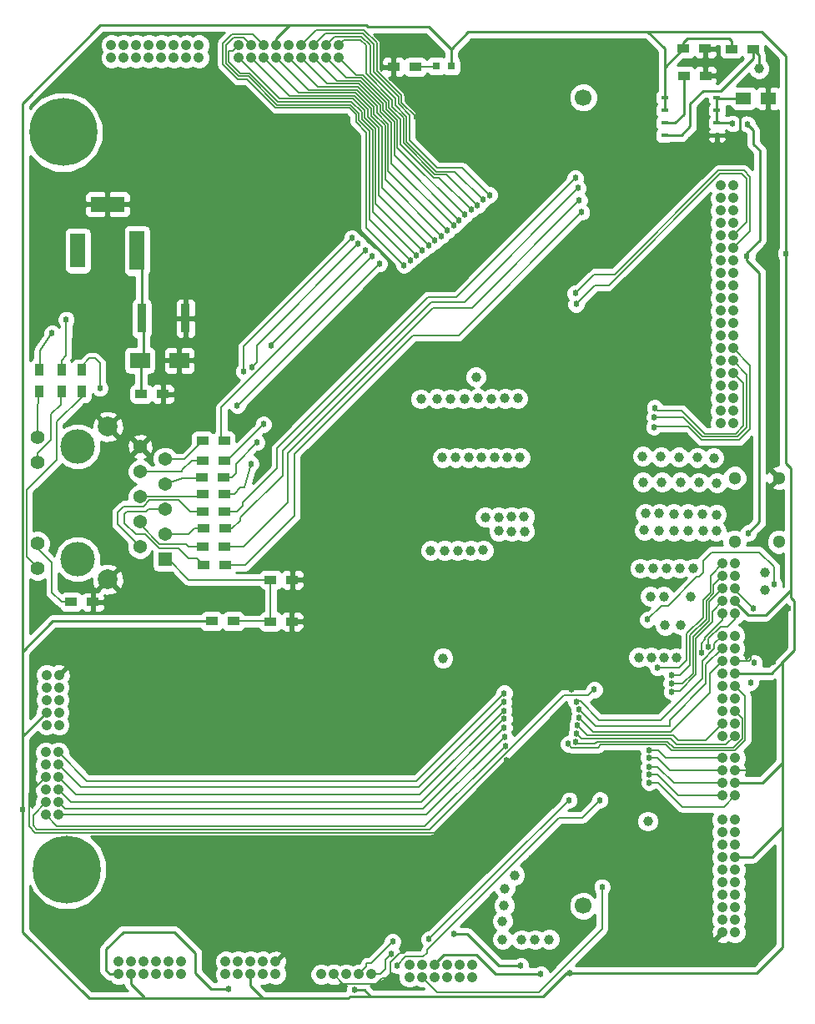
<source format=gbl>
G04 #@! TF.FileFunction,Copper,L4,Bot,Signal*
%FSLAX46Y46*%
G04 Gerber Fmt 4.6, Leading zero omitted, Abs format (unit mm)*
G04 Created by KiCad (PCBNEW 4.0.3-stable) date 11/18/16 20:14:28*
%MOMM*%
%LPD*%
G01*
G04 APERTURE LIST*
%ADD10C,0.150000*%
%ADD11C,1.000000*%
%ADD12C,6.900000*%
%ADD13C,1.700000*%
%ADD14R,1.500000X3.500000*%
%ADD15R,3.500000X1.500000*%
%ADD16R,1.500000X4.000000*%
%ADD17R,0.889000X2.921000*%
%ADD18C,1.050000*%
%ADD19C,1.370000*%
%ADD20C,3.500000*%
%ADD21C,2.000000*%
%ADD22C,1.400000*%
%ADD23R,1.370000X1.370000*%
%ADD24R,0.797560X0.797560*%
%ADD25R,0.700000X0.420000*%
%ADD26R,0.700000X0.400000*%
%ADD27C,1.300000*%
%ADD28R,1.200000X0.900000*%
%ADD29R,0.900000X1.200000*%
%ADD30R,1.500000X1.250000*%
%ADD31R,2.000000X1.600000*%
%ADD32C,0.625000*%
%ADD33C,0.254000*%
%ADD34C,0.130000*%
G04 APERTURE END LIST*
D10*
D11*
X281694200Y-107347920D03*
D12*
X211074000Y-113792000D03*
D13*
X263870000Y-192290000D03*
X263870000Y-110290000D03*
D12*
X211455000Y-188595000D03*
D14*
X212582500Y-125812400D03*
D15*
X215582500Y-121112400D03*
D16*
X218582500Y-125812400D03*
D17*
X223499680Y-132679440D03*
X219054680Y-132679440D03*
D18*
X224866200Y-106248200D03*
X223596200Y-106248200D03*
X222326200Y-106248200D03*
X221056200Y-106248200D03*
X219786200Y-106248200D03*
X218516200Y-106248200D03*
X217246200Y-106248200D03*
X215976200Y-106248200D03*
X215976200Y-104978200D03*
X217246200Y-104978200D03*
X218516200Y-104978200D03*
X219786200Y-104978200D03*
X224866200Y-104978200D03*
X223596200Y-104978200D03*
X222326200Y-104978200D03*
X221056200Y-104978200D03*
D19*
X218903000Y-145697500D03*
X221413000Y-146967500D03*
D20*
X212563000Y-145697500D03*
X212573000Y-157132500D03*
D19*
X218883000Y-148237500D03*
X221413000Y-149507500D03*
X218883000Y-150777500D03*
X221423000Y-152047500D03*
X218883000Y-153317500D03*
X221423000Y-154587500D03*
X218873000Y-155857500D03*
D21*
X215623000Y-143667500D03*
X215613000Y-159167500D03*
D22*
X208483000Y-155507500D03*
X208493000Y-144797500D03*
X208503000Y-158047500D03*
X208503000Y-147337500D03*
D23*
X221423000Y-157127500D03*
D18*
X279247600Y-164896800D03*
X279247600Y-166166800D03*
X279247600Y-167436800D03*
X279247600Y-168706800D03*
X279247600Y-169976800D03*
X279247600Y-171246800D03*
X279247600Y-172516800D03*
X279247600Y-173786800D03*
X279247600Y-175056800D03*
X277977600Y-175056800D03*
X277977600Y-173786800D03*
X277977600Y-172516800D03*
X277977600Y-171246800D03*
X277977600Y-169976800D03*
X277977600Y-164896800D03*
X277977600Y-166166800D03*
X277977600Y-167436800D03*
X277977600Y-168706800D03*
X239039400Y-104952800D03*
X237769400Y-104952800D03*
X236499400Y-104952800D03*
X235229400Y-104952800D03*
X233959400Y-104952800D03*
X232689400Y-104952800D03*
X231419400Y-104952800D03*
X230149400Y-104952800D03*
X228879400Y-104952800D03*
X228879400Y-106222800D03*
X230149400Y-106222800D03*
X231419400Y-106222800D03*
X232689400Y-106222800D03*
X233959400Y-106222800D03*
X239039400Y-106222800D03*
X237769400Y-106222800D03*
X236499400Y-106222800D03*
X235229400Y-106222800D03*
X209321400Y-176707800D03*
X209321400Y-177977800D03*
X209321400Y-179247800D03*
X209321400Y-180517800D03*
X209321400Y-181787800D03*
X209321400Y-183057800D03*
X210591400Y-183057800D03*
X210591400Y-181787800D03*
X210591400Y-176707800D03*
X210591400Y-177977800D03*
X210591400Y-179247800D03*
X210591400Y-180517800D03*
X223062800Y-199237600D03*
X221792800Y-199237600D03*
X220522800Y-199237600D03*
X219252800Y-199237600D03*
X217982800Y-199237600D03*
X216712800Y-199237600D03*
X216712800Y-197967600D03*
X217982800Y-197967600D03*
X223062800Y-197967600D03*
X221792800Y-197967600D03*
X220522800Y-197967600D03*
X219252800Y-197967600D03*
X252603000Y-199517000D03*
X251333000Y-199517000D03*
X250063000Y-199517000D03*
X248793000Y-199517000D03*
X247523000Y-199517000D03*
X246253000Y-199517000D03*
X246253000Y-198247000D03*
X247523000Y-198247000D03*
X252603000Y-198247000D03*
X251333000Y-198247000D03*
X250063000Y-198247000D03*
X248793000Y-198247000D03*
X279095200Y-119227600D03*
X279095200Y-120497600D03*
X279095200Y-121767600D03*
X279095200Y-123037600D03*
X279095200Y-124307600D03*
X279095200Y-125577600D03*
X279095200Y-126847600D03*
X279095200Y-128117600D03*
X279095200Y-129387600D03*
X279095200Y-130657600D03*
X279095200Y-131927600D03*
X279095200Y-133197600D03*
X279095200Y-134467600D03*
X279095200Y-135737600D03*
X279095200Y-137007600D03*
X279095200Y-138277600D03*
X279095200Y-139547600D03*
X279095200Y-140817600D03*
X279095200Y-142087600D03*
X279095200Y-143357600D03*
X277825200Y-131927600D03*
X277825200Y-133197600D03*
X277825200Y-134467600D03*
X277825200Y-135737600D03*
X277825200Y-137007600D03*
X277825200Y-138277600D03*
X277825200Y-139547600D03*
X277825200Y-140817600D03*
X277825200Y-142087600D03*
X277825200Y-143357600D03*
X277825200Y-130657600D03*
X277825200Y-129387600D03*
X277825200Y-128117600D03*
X277825200Y-126847600D03*
X277825200Y-125577600D03*
X277825200Y-124307600D03*
X277825200Y-119227600D03*
X277825200Y-120497600D03*
X277825200Y-121767600D03*
X277825200Y-123037600D03*
X279273000Y-162661600D03*
X279273000Y-161391600D03*
X279273000Y-160121600D03*
X279273000Y-158851600D03*
X279273000Y-157581600D03*
X278003000Y-157581600D03*
X278003000Y-162661600D03*
X278003000Y-161391600D03*
X278003000Y-160121600D03*
X278003000Y-158851600D03*
X278003000Y-177292000D03*
X278003000Y-178562000D03*
X278003000Y-179832000D03*
X278003000Y-181102000D03*
X279273000Y-177292000D03*
X279273000Y-178562000D03*
X279273000Y-179832000D03*
X279273000Y-181102000D03*
D11*
X272050000Y-160900000D03*
X270690000Y-160910000D03*
X273670000Y-158050000D03*
X275070000Y-158050000D03*
X273780000Y-163810000D03*
X274740000Y-160960000D03*
X252980000Y-138650000D03*
X282290000Y-160230000D03*
X272340000Y-158060000D03*
X271000000Y-158060000D03*
X269650000Y-158050000D03*
X277380000Y-154260000D03*
X276020000Y-154280000D03*
X274540000Y-154260000D03*
X273050000Y-154280000D03*
X271590000Y-154260000D03*
X256610000Y-154310000D03*
X257920000Y-154310000D03*
X257880000Y-152800000D03*
X256580000Y-152800000D03*
X282290000Y-158470000D03*
X272190000Y-163840000D03*
X270440000Y-183700000D03*
X269514800Y-167077600D03*
X270774800Y-167097600D03*
X272054800Y-167127600D03*
X273324800Y-167127600D03*
X270080000Y-154180000D03*
X249630000Y-167160000D03*
X248390000Y-156260000D03*
X249810000Y-156250000D03*
X251140000Y-156240000D03*
X252450000Y-156250000D03*
X253720000Y-156230000D03*
X255300000Y-154270000D03*
X255290000Y-152850000D03*
X253920000Y-152870000D03*
X249590000Y-146820000D03*
X250930000Y-146800000D03*
X252250000Y-146810000D03*
X253570000Y-146820000D03*
X254870000Y-146820000D03*
X256160000Y-146830000D03*
X257450000Y-146810000D03*
X247400000Y-140870000D03*
X249010000Y-140850000D03*
X250390000Y-140860000D03*
X251800000Y-140850000D03*
X253170000Y-140820000D03*
X254570000Y-140840000D03*
X255940000Y-140810000D03*
X257230000Y-140810000D03*
X256920000Y-189170000D03*
X270180000Y-152500000D03*
X271600000Y-152500000D03*
X273050000Y-152530000D03*
X274490000Y-152520000D03*
X275950000Y-152540000D03*
X277410000Y-152590000D03*
X269920400Y-149293800D03*
X271850400Y-149313800D03*
X273740400Y-149313800D03*
X275600400Y-149323800D03*
X277440400Y-149393800D03*
X269902200Y-146670000D03*
X271752200Y-146740000D03*
X255910000Y-190530000D03*
X255850000Y-192250000D03*
X255680000Y-193850000D03*
X255680000Y-195710000D03*
X257610000Y-195730000D03*
X260400000Y-195710000D03*
X258980000Y-195730000D03*
X273582200Y-146780000D03*
X275442200Y-146800000D03*
X277122200Y-146850000D03*
D24*
X250441460Y-107083860D03*
X248942860Y-107083860D03*
D25*
X277435500Y-110308000D03*
X277435500Y-111578000D03*
X277435500Y-112848000D03*
X277435500Y-114118000D03*
D26*
X272115500Y-114128000D03*
D25*
X272115500Y-112858000D03*
X272115500Y-111588000D03*
X272115500Y-110318000D03*
D27*
X283730000Y-148870000D03*
X283730000Y-155370000D03*
X279230000Y-148870000D03*
X279230000Y-155370000D03*
D18*
X279273000Y-183540400D03*
X279273000Y-184810400D03*
X279273000Y-186080400D03*
X279273000Y-187350400D03*
X279273000Y-188620400D03*
X279273000Y-189890400D03*
X279273000Y-191160400D03*
X279273000Y-192430400D03*
X279273000Y-193700400D03*
X279273000Y-194970400D03*
X278003000Y-194970400D03*
X278003000Y-193700400D03*
X278003000Y-192430400D03*
X278003000Y-191160400D03*
X278003000Y-189890400D03*
X278003000Y-188620400D03*
X278003000Y-183540400D03*
X278003000Y-184810400D03*
X278003000Y-186080400D03*
X278003000Y-187350400D03*
X237286800Y-199237600D03*
X242366800Y-199237600D03*
X241096800Y-199237600D03*
X239826800Y-199237600D03*
X238556800Y-199237600D03*
X232638600Y-199212200D03*
X231368600Y-199212200D03*
X230098600Y-199212200D03*
X228828600Y-199212200D03*
X227558600Y-199212200D03*
X227558600Y-197942200D03*
X232638600Y-197942200D03*
X231368600Y-197942200D03*
X230098600Y-197942200D03*
X228828600Y-197942200D03*
X209397600Y-168859200D03*
X209397600Y-170129200D03*
X209397600Y-171399200D03*
X209397600Y-172669200D03*
X209397600Y-173939200D03*
X210667600Y-173939200D03*
X210667600Y-168859200D03*
X210667600Y-170129200D03*
X210667600Y-171399200D03*
X210667600Y-172669200D03*
D28*
X234332960Y-159214820D03*
X232132960Y-159214820D03*
X234302480Y-163451540D03*
X232102480Y-163451540D03*
X228353800Y-163410900D03*
X226153800Y-163410900D03*
X227449560Y-150512780D03*
X225249560Y-150512780D03*
D29*
X212958680Y-140137060D03*
X212958680Y-137937060D03*
D28*
X218991000Y-140362940D03*
X221191000Y-140362940D03*
X227500360Y-157731460D03*
X225300360Y-157731460D03*
X227401300Y-148805900D03*
X225201300Y-148805900D03*
X274078520Y-108071920D03*
X276278520Y-108071920D03*
D29*
X210921600Y-140137060D03*
X210921600Y-137937060D03*
D28*
X274042960Y-105323640D03*
X276242960Y-105323640D03*
D29*
X208681320Y-140106580D03*
X208681320Y-137906580D03*
D28*
X246799280Y-107175300D03*
X244599280Y-107175300D03*
X227474960Y-155816300D03*
X225274960Y-155816300D03*
X227495280Y-154023060D03*
X225295280Y-154023060D03*
X227454640Y-152260300D03*
X225254640Y-152260300D03*
X211879000Y-161467800D03*
X214079000Y-161467800D03*
X227414000Y-145122900D03*
X225214000Y-145122900D03*
X227426700Y-147091400D03*
X225226700Y-147091400D03*
X281089280Y-105346500D03*
X278889280Y-105346500D03*
D30*
X280133740Y-110357920D03*
X282633740Y-110357920D03*
D31*
X218865700Y-136956800D03*
X222865700Y-136956800D03*
D32*
X280847800Y-169646600D03*
X281228800Y-167640000D03*
X240644680Y-200820020D03*
X259562600Y-199212200D03*
X262509000Y-199085200D03*
X284429200Y-126111000D03*
X206959200Y-182499000D03*
X279036780Y-112936020D03*
X280515060Y-112981740D03*
X280492200Y-126390400D03*
X257530600Y-198374000D03*
X250774200Y-195122800D03*
X227888800Y-200736200D03*
X280644600Y-154457400D03*
X283235400Y-159664400D03*
X270383000Y-163245800D03*
X255854200Y-170713400D03*
X255854200Y-173329600D03*
X255828800Y-172491400D03*
X255803400Y-171627800D03*
X271399000Y-168148000D03*
X272821400Y-170561000D03*
X272796000Y-169748200D03*
X272846800Y-168910000D03*
X255854200Y-174218600D03*
X276580600Y-165989000D03*
X275869400Y-166624000D03*
X255955800Y-176047400D03*
X255879600Y-175133000D03*
X270535400Y-178993800D03*
X270560800Y-179806600D03*
X270510000Y-177292000D03*
X270510000Y-176479200D03*
X270510000Y-178181000D03*
X271043400Y-143738600D03*
X271119600Y-141757400D03*
X271094200Y-142748000D03*
X263347200Y-119481600D03*
X263067800Y-118465600D03*
X263702800Y-121920000D03*
X263474200Y-120700800D03*
X230733600Y-145288000D03*
X230276400Y-137617200D03*
X241020600Y-125145800D03*
X240385600Y-124561600D03*
X229387400Y-138074400D03*
X230149400Y-147447000D03*
X242468400Y-126415800D03*
X241757200Y-125806200D03*
X232206800Y-135458200D03*
X231419400Y-143433800D03*
X281132280Y-108562140D03*
X278081740Y-107327700D03*
X247167400Y-195630800D03*
X284683200Y-162138360D03*
X265531600Y-183057800D03*
X262915400Y-184810400D03*
X258648200Y-187401200D03*
X269138400Y-170611800D03*
X265557000Y-167284400D03*
X265684000Y-162788600D03*
X265379200Y-158292800D03*
X265201400Y-159791400D03*
X269316200Y-118110000D03*
X282762960Y-177434240D03*
X283169360Y-167497760D03*
X281040840Y-164663120D03*
X281111960Y-162102800D03*
X246888000Y-112242600D03*
X283032200Y-129260600D03*
X264820400Y-152984200D03*
X270433800Y-195478400D03*
X262051800Y-167386000D03*
X262051800Y-165531800D03*
X262661400Y-170357800D03*
X262432800Y-159537400D03*
X264210800Y-115646200D03*
X256082800Y-177546000D03*
X248208800Y-195681600D03*
X262432800Y-181584600D03*
X265785600Y-190373000D03*
X244957600Y-198323200D03*
X265557000Y-181559200D03*
X263144000Y-131241800D03*
X263067800Y-130149600D03*
X244525800Y-195910200D03*
X244424200Y-197129400D03*
X214807800Y-139776200D03*
X228752400Y-141528800D03*
X243179600Y-127152400D03*
X211378800Y-132816600D03*
X209956400Y-134188200D03*
X248183400Y-125298200D03*
X249478800Y-124333000D03*
X248818400Y-124815600D03*
X247523000Y-125780800D03*
X254355600Y-120167400D03*
X253695200Y-120650000D03*
X253136400Y-121234200D03*
X252476000Y-121666000D03*
X251841000Y-122174000D03*
X251282200Y-122732800D03*
X250698000Y-123291600D03*
X250088400Y-123799600D03*
X246913400Y-126288800D03*
X263144000Y-171577000D03*
X263448800Y-172364400D03*
X263245600Y-173990000D03*
X263194800Y-174828200D03*
X263118600Y-175641000D03*
X262356600Y-175869600D03*
X263448800Y-173177200D03*
X264998200Y-170357800D03*
X245668800Y-127279400D03*
X246303800Y-126796800D03*
D33*
X274042960Y-105323640D02*
X274042960Y-104681200D01*
X278889280Y-104525900D02*
X278889280Y-105346500D01*
X278650700Y-104287320D02*
X278889280Y-104525900D01*
X274436840Y-104287320D02*
X278650700Y-104287320D01*
X274042960Y-104681200D02*
X274436840Y-104287320D01*
X272115500Y-107251100D02*
X272115500Y-105328940D01*
X272115500Y-105328940D02*
X270405860Y-103619300D01*
X272115500Y-110318000D02*
X272115500Y-107251100D01*
X272115500Y-107251100D02*
X274042960Y-105323640D01*
X272115500Y-111588000D02*
X272115500Y-110318000D01*
X206959200Y-166486840D02*
X206959200Y-110855760D01*
X214876380Y-102938580D02*
X234076240Y-102938580D01*
X206959200Y-110855760D02*
X214876380Y-102938580D01*
X242275360Y-201447400D02*
X240233200Y-201447400D01*
X240004600Y-201676000D02*
X231399080Y-201676000D01*
X240233200Y-201447400D02*
X240004600Y-201676000D01*
X241647980Y-200820020D02*
X242275360Y-201447400D01*
X240644680Y-200820020D02*
X241647980Y-200820020D01*
X254993140Y-199212200D02*
X259562600Y-199212200D01*
X253034800Y-197253860D02*
X254993140Y-199212200D01*
X249753120Y-197253860D02*
X253034800Y-197253860D01*
X249753120Y-197253860D02*
X248793000Y-198213980D01*
X248793000Y-198247000D02*
X248793000Y-198213980D01*
X206959200Y-175201580D02*
X206959200Y-166486840D01*
X206959200Y-166486840D02*
X210035140Y-163410900D01*
X210035140Y-163410900D02*
X226153800Y-163410900D01*
X206959200Y-182499000D02*
X206959200Y-175201580D01*
X206959200Y-175201580D02*
X206959200Y-175107600D01*
X206959200Y-175107600D02*
X209397600Y-172669200D01*
X216225120Y-201676000D02*
X213702900Y-201676000D01*
X206959200Y-194932300D02*
X206959200Y-182499000D01*
X213702900Y-201676000D02*
X206959200Y-194932300D01*
X219308680Y-201676000D02*
X216225120Y-201676000D01*
X216225120Y-201676000D02*
X216204800Y-201676000D01*
X216204800Y-201676000D02*
X216179400Y-201650600D01*
X219308680Y-201676000D02*
X219308680Y-201556620D01*
X217982800Y-200230740D02*
X217982800Y-199237600D01*
X219308680Y-201556620D02*
X217982800Y-200230740D01*
X231399080Y-201676000D02*
X219308680Y-201676000D01*
X219308680Y-201676000D02*
X219303600Y-201676000D01*
X231371140Y-201676000D02*
X231399080Y-201676000D01*
X230098600Y-200403460D02*
X231371140Y-201676000D01*
X230098600Y-199212200D02*
X230098600Y-200403460D01*
X259808980Y-201447400D02*
X242275360Y-201447400D01*
X242275360Y-201447400D02*
X242239800Y-201447400D01*
X262171180Y-199085200D02*
X259808980Y-201447400D01*
X262509000Y-199085200D02*
X262171180Y-199085200D01*
X262509000Y-199085200D02*
X281505660Y-199085200D01*
X284130750Y-196460110D02*
X284130750Y-184288430D01*
X281505660Y-199085200D02*
X284130750Y-196460110D01*
X279273000Y-187350400D02*
X281068780Y-187350400D01*
X284130750Y-184288430D02*
X284130750Y-177742850D01*
X281068780Y-187350400D02*
X284130750Y-184288430D01*
X279273000Y-179832000D02*
X282041600Y-179832000D01*
X282041600Y-179832000D02*
X284130750Y-177742850D01*
X284130750Y-167557450D02*
X284130750Y-177742850D01*
X279247600Y-168706800D02*
X282981400Y-168706800D01*
X284954980Y-161005520D02*
X285318200Y-161368740D01*
X285318200Y-161368740D02*
X285318200Y-166370000D01*
X284954980Y-161005520D02*
X284954980Y-160218120D01*
X282981400Y-168706800D02*
X284130750Y-167557450D01*
X284130750Y-167557450D02*
X285318200Y-166370000D01*
X279273000Y-161391600D02*
X279273000Y-161444940D01*
X279273000Y-161444940D02*
X280629360Y-162801300D01*
X280629360Y-162801300D02*
X282371800Y-162801300D01*
X282371800Y-162801300D02*
X284954980Y-160218120D01*
X284954980Y-160218120D02*
X284962600Y-160210500D01*
X284429200Y-126111000D02*
X284429200Y-147373340D01*
X284962600Y-147906740D02*
X284962600Y-160210500D01*
X284429200Y-147373340D02*
X284962600Y-147906740D01*
X232689400Y-104325420D02*
X232689400Y-104952800D01*
X234076240Y-102938580D02*
X232689400Y-104325420D01*
X246715280Y-103098600D02*
X241978180Y-103098600D01*
X241978180Y-103098600D02*
X241818160Y-102938580D01*
X241818160Y-102938580D02*
X234076240Y-102938580D01*
X284429200Y-125016260D02*
X284429200Y-126111000D01*
X284429200Y-106093260D02*
X284429200Y-125016260D01*
X284429200Y-125016260D02*
X284429200Y-125001020D01*
X273984720Y-103619300D02*
X270405860Y-103619300D01*
X284429200Y-106093260D02*
X281940000Y-103604060D01*
X281940000Y-103604060D02*
X273999960Y-103604060D01*
X273999960Y-103604060D02*
X273984720Y-103619300D01*
X270405860Y-103619300D02*
X252196600Y-103619300D01*
X252196600Y-103619300D02*
X250441460Y-105374440D01*
X284429200Y-106189780D02*
X284429200Y-106093260D01*
X246715280Y-103098600D02*
X248165620Y-103098600D01*
X248165620Y-103098600D02*
X250441460Y-105374440D01*
X250441460Y-105374440D02*
X250441460Y-107083860D01*
D34*
X226100460Y-163464240D02*
X226153800Y-163410900D01*
X209981800Y-163464240D02*
X223144080Y-163464240D01*
X223144080Y-163464240D02*
X223174560Y-163464240D01*
X284429200Y-125001020D02*
X284429200Y-106189780D01*
X284429200Y-106189780D02*
X284429200Y-106159300D01*
X246715280Y-103098600D02*
X246735600Y-103098600D01*
X284429200Y-126111000D02*
X284429200Y-126199900D01*
X232689400Y-104952800D02*
X232689400Y-104648000D01*
D33*
X281137360Y-115003580D02*
X281137360Y-113604040D01*
X278948760Y-112848000D02*
X277435500Y-112848000D01*
X279036780Y-112936020D02*
X278948760Y-112848000D01*
X281137360Y-113604040D02*
X280515060Y-112981740D01*
X277435500Y-111578000D02*
X277435500Y-112848000D01*
X277435500Y-110308000D02*
X277435500Y-111578000D01*
X280133740Y-110357920D02*
X277485420Y-110357920D01*
X277485420Y-110357920D02*
X277435500Y-110308000D01*
X280492200Y-126390400D02*
X280492200Y-126850140D01*
X280492200Y-126850140D02*
X281762200Y-128120140D01*
X280492200Y-126390400D02*
X280492200Y-126032260D01*
X281777440Y-115643660D02*
X281137360Y-115003580D01*
X281777440Y-124747020D02*
X281777440Y-115643660D01*
X280492200Y-126032260D02*
X281777440Y-124747020D01*
X250774200Y-195122800D02*
X252082300Y-195122800D01*
X255333500Y-198374000D02*
X257530600Y-198374000D01*
X252082300Y-195122800D02*
X255333500Y-198374000D01*
X219054680Y-132679440D02*
X219054680Y-126284580D01*
X219054680Y-126284580D02*
X218582500Y-125812400D01*
X219214700Y-136956800D02*
X219214700Y-132839460D01*
X219214700Y-132839460D02*
X219054680Y-132679440D01*
X218991000Y-140362940D02*
X218991000Y-137180500D01*
X218991000Y-137180500D02*
X219214700Y-136956800D01*
X281137360Y-115003580D02*
X281152600Y-115003580D01*
D34*
X281152600Y-114985800D02*
X281152600Y-115003580D01*
X218955620Y-137215880D02*
X219214700Y-136956800D01*
X219054680Y-136796780D02*
X219214700Y-136956800D01*
D33*
X215849200Y-199237600D02*
X216712800Y-199237600D01*
D34*
X227888800Y-200736200D02*
X227838000Y-200685400D01*
D33*
X227838000Y-200685400D02*
X226110800Y-200685400D01*
X226110800Y-200685400D02*
X224510600Y-199085200D01*
X224510600Y-199085200D02*
X224510600Y-197104000D01*
X224510600Y-197104000D02*
X222351600Y-194945000D01*
X222351600Y-194945000D02*
X217170000Y-194945000D01*
X217170000Y-194945000D02*
X215442800Y-196672200D01*
X215442800Y-196672200D02*
X215442800Y-198831200D01*
X215442800Y-198831200D02*
X215849200Y-199237600D01*
X280644600Y-154457400D02*
X281762200Y-153339800D01*
X281762200Y-153339800D02*
X281762200Y-128120140D01*
D34*
X283235400Y-157911800D02*
X283235400Y-159664400D01*
X281736800Y-156413200D02*
X283235400Y-157911800D01*
X276910800Y-156413200D02*
X281736800Y-156413200D01*
X276047200Y-157276800D02*
X276910800Y-156413200D01*
X276047200Y-158496000D02*
X276047200Y-157276800D01*
X275615400Y-158927800D02*
X276047200Y-158496000D01*
X275412200Y-158927800D02*
X275615400Y-158927800D01*
X272516600Y-161823400D02*
X275412200Y-158927800D01*
X271805400Y-161823400D02*
X272516600Y-161823400D01*
X270383000Y-163245800D02*
X271805400Y-161823400D01*
X213487000Y-179603400D02*
X210591400Y-176707800D01*
X246964200Y-179603400D02*
X213487000Y-179603400D01*
X255854200Y-170713400D02*
X246964200Y-179603400D01*
X211861400Y-181787800D02*
X210591400Y-180517800D01*
X247396000Y-181787800D02*
X211861400Y-181787800D01*
X255854200Y-173329600D02*
X247396000Y-181787800D01*
X212369400Y-181025800D02*
X210591400Y-179247800D01*
X247294400Y-181025800D02*
X212369400Y-181025800D01*
X255828800Y-172491400D02*
X247294400Y-181025800D01*
X212852000Y-180238400D02*
X210591400Y-177977800D01*
X247192800Y-180238400D02*
X212852000Y-180238400D01*
X255803400Y-171627800D02*
X247192800Y-180238400D01*
X276783800Y-158800800D02*
X278003000Y-157581600D01*
X276783800Y-160517398D02*
X276783800Y-158800800D01*
X276021800Y-161279398D02*
X276783800Y-160517398D01*
X276021800Y-163068000D02*
X276021800Y-161279398D01*
X274396200Y-164693600D02*
X276021800Y-163068000D01*
X274396200Y-167386000D02*
X274396200Y-164693600D01*
X273634200Y-168148000D02*
X274396200Y-167386000D01*
X271399000Y-168148000D02*
X273634200Y-168148000D01*
X276961600Y-162433000D02*
X278003000Y-161391600D01*
X276961600Y-163474400D02*
X276961600Y-162433000D01*
X275310600Y-165125400D02*
X276961600Y-163474400D01*
X275310600Y-168808400D02*
X275310600Y-165125400D01*
X273659600Y-170459400D02*
X275310600Y-168808400D01*
X272923000Y-170459400D02*
X273659600Y-170459400D01*
X272821400Y-170561000D02*
X272923000Y-170459400D01*
X276656800Y-161467800D02*
X278003000Y-160121600D01*
X276656800Y-163347400D02*
X276656800Y-161467800D01*
X275005800Y-164998400D02*
X276656800Y-163347400D01*
X275005800Y-168681400D02*
X275005800Y-164998400D01*
X273939000Y-169748200D02*
X275005800Y-168681400D01*
X272796000Y-169748200D02*
X273939000Y-169748200D01*
X277088600Y-159766000D02*
X278003000Y-158851600D01*
X277088600Y-160625876D02*
X277088600Y-159766000D01*
X276352000Y-161362476D02*
X277088600Y-160625876D01*
X276352000Y-163195000D02*
X276352000Y-161362476D01*
X274701000Y-164846000D02*
X276352000Y-163195000D01*
X274701000Y-167868600D02*
X274701000Y-164846000D01*
X273659600Y-168910000D02*
X274701000Y-167868600D01*
X272846800Y-168910000D02*
X273659600Y-168910000D01*
X211277200Y-182473600D02*
X210591400Y-181787800D01*
X247599200Y-182473600D02*
X211277200Y-182473600D01*
X255854200Y-174218600D02*
X247599200Y-182473600D01*
X279273000Y-163195000D02*
X279273000Y-162661600D01*
X278511000Y-163957000D02*
X279273000Y-163195000D01*
X277825200Y-163957000D02*
X278511000Y-163957000D01*
X276580600Y-165201600D02*
X277825200Y-163957000D01*
X276580600Y-165989000D02*
X276580600Y-165201600D01*
X278003000Y-163296600D02*
X278003000Y-162661600D01*
X276250400Y-165049200D02*
X278003000Y-163296600D01*
X276250400Y-165277800D02*
X276250400Y-165049200D01*
X275869400Y-165658800D02*
X276250400Y-165277800D01*
X275869400Y-166624000D02*
X275869400Y-165658800D01*
X210464400Y-184200800D02*
X209321400Y-183057800D01*
X247802400Y-184200800D02*
X210464400Y-184200800D01*
X255955800Y-176047400D02*
X247802400Y-184200800D01*
X247954800Y-183057800D02*
X210591400Y-183057800D01*
X255879600Y-175133000D02*
X247954800Y-183057800D01*
X273532600Y-181102000D02*
X278003000Y-181102000D01*
X271424400Y-178993800D02*
X273532600Y-181102000D01*
X270535400Y-178993800D02*
X271424400Y-178993800D01*
X278130000Y-182245000D02*
X279273000Y-181102000D01*
X273939000Y-182245000D02*
X278130000Y-182245000D01*
X271500600Y-179806600D02*
X273939000Y-182245000D01*
X270560800Y-179806600D02*
X271500600Y-179806600D01*
X272694400Y-178562000D02*
X278003000Y-178562000D01*
X271424400Y-177292000D02*
X272694400Y-178562000D01*
X270510000Y-177292000D02*
X271424400Y-177292000D01*
X272262600Y-177292000D02*
X278003000Y-177292000D01*
X271449800Y-176479200D02*
X272262600Y-177292000D01*
X270510000Y-176479200D02*
X271449800Y-176479200D01*
X273075400Y-179832000D02*
X278003000Y-179832000D01*
X271424400Y-178181000D02*
X273075400Y-179832000D01*
X270510000Y-178181000D02*
X271424400Y-178181000D01*
X280797000Y-137439400D02*
X279095200Y-135737600D01*
X280797000Y-143891000D02*
X280797000Y-137439400D01*
X279679400Y-145008600D02*
X280797000Y-143891000D01*
X275869400Y-145008600D02*
X279679400Y-145008600D01*
X274523200Y-143662400D02*
X275869400Y-145008600D01*
X271119600Y-143662400D02*
X274523200Y-143662400D01*
X271043400Y-143738600D02*
X271119600Y-143662400D01*
X280111200Y-139293600D02*
X279095200Y-138277600D01*
X280111200Y-143611600D02*
X280111200Y-139293600D01*
X279323800Y-144399000D02*
X280111200Y-143611600D01*
X276199600Y-144399000D02*
X279323800Y-144399000D01*
X273837400Y-142036800D02*
X276199600Y-144399000D01*
X271399000Y-142036800D02*
X273837400Y-142036800D01*
X271119600Y-141757400D02*
X271399000Y-142036800D01*
X280466800Y-138379200D02*
X279095200Y-137007600D01*
X280466800Y-143764000D02*
X280466800Y-138379200D01*
X279527000Y-144703800D02*
X280466800Y-143764000D01*
X275996400Y-144703800D02*
X279527000Y-144703800D01*
X274040600Y-142748000D02*
X275996400Y-144703800D01*
X271094200Y-142748000D02*
X274040600Y-142748000D01*
X229057700Y-152907500D02*
X229057700Y-153184360D01*
X263347200Y-119481600D02*
X251815600Y-131013200D01*
X251815600Y-131013200D02*
X248488200Y-131013200D01*
X248488200Y-131013200D02*
X233349800Y-146151600D01*
X233349800Y-146151600D02*
X233349800Y-148615400D01*
X233349800Y-148615400D02*
X229057700Y-152907500D01*
X228219000Y-154023060D02*
X227495280Y-154023060D01*
X229057700Y-153184360D02*
X228219000Y-154023060D01*
X229320090Y-151400510D02*
X229320090Y-151682450D01*
X228742240Y-152260300D02*
X227454640Y-152260300D01*
X229320090Y-151682450D02*
X228742240Y-152260300D01*
X232816400Y-147904200D02*
X229320090Y-151400510D01*
X229320090Y-151400510D02*
X229313100Y-151407500D01*
X232816400Y-145821400D02*
X232816400Y-147904200D01*
X248107200Y-130530600D02*
X232816400Y-145821400D01*
X251002800Y-130530600D02*
X248107200Y-130530600D01*
X263067800Y-118465600D02*
X251002800Y-130530600D01*
X234569000Y-149222460D02*
X234569000Y-152702260D01*
X229539800Y-157731460D02*
X227500360Y-157731460D01*
X234569000Y-152702260D02*
X229539800Y-157731460D01*
X234569000Y-146456400D02*
X234569000Y-149222460D01*
X234569000Y-149222460D02*
X234569000Y-149225000D01*
X246608600Y-134416800D02*
X234569000Y-146456400D01*
X251206000Y-134416800D02*
X246608600Y-134416800D01*
X263702800Y-121920000D02*
X251206000Y-134416800D01*
X233883200Y-149064980D02*
X233883200Y-151356060D01*
X229422960Y-155816300D02*
X227474960Y-155816300D01*
X233883200Y-151356060D02*
X229422960Y-155816300D01*
X233883200Y-146329400D02*
X233883200Y-149064980D01*
X233883200Y-149064980D02*
X233883200Y-149072600D01*
X248615200Y-131597400D02*
X233883200Y-146329400D01*
X252577600Y-131597400D02*
X248615200Y-131597400D01*
X263474200Y-120700800D02*
X252577600Y-131597400D01*
X228612700Y-147459700D02*
X228612700Y-148412200D01*
X230733600Y-145288000D02*
X228612700Y-147459700D01*
X230733600Y-137160000D02*
X230276400Y-137617200D01*
X230733600Y-135432800D02*
X230733600Y-137160000D01*
X241020600Y-125145800D02*
X230733600Y-135432800D01*
X228219000Y-148805900D02*
X227401300Y-148805900D01*
X228612700Y-148412200D02*
X228219000Y-148805900D01*
X229489000Y-149872700D02*
X229077520Y-149872700D01*
X230149400Y-147447000D02*
X229489000Y-149872700D01*
X240385600Y-124561600D02*
X229387400Y-135559800D01*
X229387400Y-135559800D02*
X229387400Y-138074400D01*
X228437440Y-150512780D02*
X227449560Y-150512780D01*
X229077520Y-149872700D02*
X228437440Y-150512780D01*
X227132580Y-141751620D02*
X227132580Y-145097500D01*
X242468400Y-126415800D02*
X227132580Y-141751620D01*
X241757200Y-125806200D02*
X232206800Y-135356600D01*
X232206800Y-135356600D02*
X232206800Y-135458200D01*
X231419400Y-143433800D02*
X227905700Y-146947500D01*
X227520500Y-147167600D02*
X227905700Y-146947500D01*
D33*
X277435500Y-114118000D02*
X279188300Y-114118000D01*
X282633740Y-111518380D02*
X282633740Y-110357920D01*
X282194000Y-111958120D02*
X282633740Y-111518380D01*
X280149300Y-111958120D02*
X282194000Y-111958120D01*
X279737820Y-112369600D02*
X280149300Y-111958120D01*
X279737820Y-113568480D02*
X279737820Y-112369600D01*
X279188300Y-114118000D02*
X279737820Y-113568480D01*
X276278520Y-108071920D02*
X277337520Y-108071920D01*
X282633740Y-109227940D02*
X282633740Y-110357920D01*
X282379420Y-108973620D02*
X282633740Y-109227940D01*
X281543760Y-108973620D02*
X282379420Y-108973620D01*
X281132280Y-108562140D02*
X281543760Y-108973620D01*
X277337520Y-108071920D02*
X278081740Y-107327700D01*
X276278520Y-108071920D02*
X276278520Y-105359200D01*
X276278520Y-105359200D02*
X276242960Y-105323640D01*
D34*
X244297200Y-199618600D02*
X243415820Y-199618600D01*
X247167400Y-195630800D02*
X245694200Y-197104000D01*
X245694200Y-197104000D02*
X245237000Y-197104000D01*
X245237000Y-197104000D02*
X244297200Y-198043800D01*
X244297200Y-198043800D02*
X244297200Y-199618600D01*
X239504220Y-200185020D02*
X238556800Y-199237600D01*
X242849400Y-200185020D02*
X239504220Y-200185020D01*
X243415820Y-199618600D02*
X242849400Y-200185020D01*
X282442920Y-164378640D02*
X284683200Y-162138360D01*
X282442920Y-166771320D02*
X282442920Y-164378640D01*
X280847800Y-165623240D02*
X281294840Y-165623240D01*
X281861260Y-178335940D02*
X280718260Y-178335940D01*
X282762960Y-177434240D02*
X281861260Y-178335940D01*
X281294840Y-165623240D02*
X282442920Y-166771320D01*
X282442920Y-166771320D02*
X282435300Y-166763700D01*
X282435300Y-166763700D02*
X283169360Y-167497760D01*
X279273000Y-160121600D02*
X279273000Y-160263840D01*
X279273000Y-160263840D02*
X281111960Y-162102800D01*
X280670000Y-167436800D02*
X280847800Y-167259000D01*
X279247600Y-167436800D02*
X280670000Y-167436800D01*
X280847800Y-164856160D02*
X280847800Y-165623240D01*
X280847800Y-165623240D02*
X280847800Y-167259000D01*
X281040840Y-164663120D02*
X280847800Y-164856160D01*
X246888000Y-112242600D02*
X245414800Y-110769400D01*
X245414800Y-110363000D02*
X245414800Y-110058200D01*
X245414800Y-110769400D02*
X245414800Y-110363000D01*
X245414800Y-110058200D02*
X242925600Y-107569000D01*
X242925600Y-106959400D02*
X242925600Y-104724200D01*
X242925600Y-107569000D02*
X242925600Y-107071160D01*
X242925600Y-107071160D02*
X242925600Y-106959400D01*
X242925600Y-104724200D02*
X241630200Y-103428800D01*
X241630200Y-103428800D02*
X236753400Y-103428800D01*
X236753400Y-103428800D02*
X235229400Y-104952800D01*
X279273000Y-160121600D02*
X279704800Y-160121600D01*
X279273000Y-178562000D02*
X280492200Y-178562000D01*
X280492200Y-178562000D02*
X280718260Y-178335940D01*
X280718260Y-178335940D02*
X280720800Y-178333400D01*
X262661400Y-167411400D02*
X262077200Y-167411400D01*
X262077200Y-167411400D02*
X262051800Y-167386000D01*
X262051800Y-165531800D02*
X262661400Y-165531800D01*
X262661400Y-159766000D02*
X262661400Y-165531800D01*
X262661400Y-165531800D02*
X262661400Y-167411400D01*
X262661400Y-167411400D02*
X262661400Y-170357800D01*
X262432800Y-159537400D02*
X262661400Y-159766000D01*
X207619600Y-180949600D02*
X209321400Y-179247800D01*
X207619600Y-184251600D02*
X207619600Y-180949600D01*
X208229200Y-184861200D02*
X207619600Y-184251600D01*
X248767600Y-184861200D02*
X208229200Y-184861200D01*
X256082800Y-177546000D02*
X248767600Y-184861200D01*
X248208800Y-195656200D02*
X248208800Y-195681600D01*
X262432800Y-181584600D02*
X248208800Y-195656200D01*
X249072400Y-201066400D02*
X247523000Y-199517000D01*
X259334000Y-201066400D02*
X249072400Y-201066400D01*
X265785600Y-194614800D02*
X259334000Y-201066400D01*
X265785600Y-190373000D02*
X265785600Y-194614800D01*
X245821200Y-197459600D02*
X244957600Y-198323200D01*
X247599200Y-197459600D02*
X245821200Y-197459600D01*
X248005600Y-197053200D02*
X247599200Y-197459600D01*
X248005600Y-196748400D02*
X248005600Y-197053200D01*
X261416800Y-183337200D02*
X248005600Y-196748400D01*
X263779000Y-183337200D02*
X261416800Y-183337200D01*
X265557000Y-181559200D02*
X263779000Y-183337200D01*
X280466800Y-118541800D02*
X280466800Y-122936000D01*
X280466800Y-122936000D02*
X279095200Y-124307600D01*
X279958800Y-118033800D02*
X280466800Y-118541800D01*
X280466800Y-118541800D02*
X280466800Y-118541800D01*
X277723600Y-118033800D02*
X279958800Y-118033800D01*
X266446000Y-129311400D02*
X277723600Y-118033800D01*
X265074400Y-129311400D02*
X266446000Y-129311400D01*
X263144000Y-131241800D02*
X265074400Y-129311400D01*
X280797000Y-123875800D02*
X279095200Y-125577600D01*
X280797000Y-118313200D02*
X280797000Y-123875800D01*
X280187400Y-117703600D02*
X280797000Y-118313200D01*
X277571200Y-117703600D02*
X280187400Y-117703600D01*
X267055600Y-128219200D02*
X277571200Y-117703600D01*
X264998200Y-128219200D02*
X267055600Y-128219200D01*
X263067800Y-130149600D02*
X264998200Y-128219200D01*
X241884200Y-198094600D02*
X241884200Y-198450200D01*
X244525800Y-195910200D02*
X242341400Y-198094600D01*
X242341400Y-198094600D02*
X241884200Y-198094600D01*
X241884200Y-198450200D02*
X241096800Y-199237600D01*
X243789200Y-197764400D02*
X243789200Y-198729600D01*
X243789200Y-197764400D02*
X244424200Y-197129400D01*
X243281200Y-199237600D02*
X242366800Y-199237600D01*
X243789200Y-198729600D02*
X243281200Y-199237600D01*
X213757320Y-136753600D02*
X212953000Y-137557920D01*
X214325200Y-136753600D02*
X213757320Y-136753600D01*
X214833200Y-137261600D02*
X214325200Y-136753600D01*
X214833200Y-139750800D02*
X214833200Y-137261600D01*
X214807800Y-139776200D02*
X214833200Y-139750800D01*
X228803200Y-141528800D02*
X228752400Y-141528800D01*
X243179600Y-127152400D02*
X228803200Y-141528800D01*
X211363750Y-135983746D02*
X211363750Y-136486710D01*
X211378800Y-132816600D02*
X211393000Y-132830800D01*
X211393000Y-132830800D02*
X211363750Y-135983746D01*
X210921600Y-136928860D02*
X210921600Y-137937060D01*
X211363750Y-136486710D02*
X210921600Y-136928860D01*
X208712469Y-135927162D02*
X208712469Y-137875431D01*
X208712469Y-137875431D02*
X208681320Y-137906580D01*
X209943000Y-134201600D02*
X208712469Y-135927162D01*
X208712469Y-135927162D02*
X208711800Y-135928100D01*
X209956400Y-134188200D02*
X209943000Y-134201600D01*
X234035600Y-110109000D02*
X230149400Y-106222800D01*
X240639600Y-110109000D02*
X234035600Y-110109000D01*
X242011200Y-111480600D02*
X240639600Y-110109000D01*
X242011200Y-112242600D02*
X242011200Y-111480600D01*
X243103400Y-113334800D02*
X242011200Y-112242600D01*
X243103400Y-120218200D02*
X243103400Y-113334800D01*
X248183400Y-125298200D02*
X243103400Y-120218200D01*
X235966000Y-109499400D02*
X232689400Y-106222800D01*
X240893600Y-109499400D02*
X235966000Y-109499400D01*
X242646200Y-111252000D02*
X240893600Y-109499400D01*
X242646200Y-112014000D02*
X242646200Y-111252000D01*
X243763800Y-113131600D02*
X242646200Y-112014000D01*
X243763800Y-118618000D02*
X243763800Y-113131600D01*
X249478800Y-124333000D02*
X243763800Y-118618000D01*
X235000800Y-109804200D02*
X231419400Y-106222800D01*
X240781398Y-109804200D02*
X235000800Y-109804200D01*
X242341400Y-111364202D02*
X240781398Y-109804200D01*
X242341400Y-112141000D02*
X242341400Y-111364202D01*
X243459000Y-113258600D02*
X242341400Y-112141000D01*
X243459000Y-119456200D02*
X243459000Y-113258600D01*
X248818400Y-124815600D02*
X243459000Y-119456200D01*
X233070400Y-110413800D02*
X228879400Y-106222800D01*
X240527398Y-110413800D02*
X233070400Y-110413800D01*
X241706400Y-111592802D02*
X240527398Y-110413800D01*
X241706400Y-112369600D02*
X241706400Y-111592802D01*
X242798600Y-113461800D02*
X241706400Y-112369600D01*
X242798600Y-121056400D02*
X242798600Y-113461800D01*
X247523000Y-125780800D02*
X242798600Y-121056400D01*
X237667800Y-103784400D02*
X236499400Y-104952800D01*
X241528600Y-103784400D02*
X237667800Y-103784400D01*
X242595400Y-104851200D02*
X241528600Y-103784400D01*
X242595400Y-107696000D02*
X242595400Y-104851200D01*
X245120838Y-110221438D02*
X242595400Y-107696000D01*
X245120838Y-110932638D02*
X245120838Y-110221438D01*
X246253000Y-112064800D02*
X245120838Y-110932638D01*
X246253000Y-114655600D02*
X246253000Y-112064800D01*
X249021600Y-117424200D02*
X246253000Y-114655600D01*
X251612400Y-117424200D02*
X249021600Y-117424200D01*
X254355600Y-120167400D02*
X251612400Y-117424200D01*
X238633000Y-104089200D02*
X237769400Y-104952800D01*
X241350800Y-104089200D02*
X238633000Y-104089200D01*
X242239800Y-104978200D02*
X241350800Y-104089200D01*
X242239800Y-107823000D02*
X242239800Y-104978200D01*
X244805200Y-110388400D02*
X242239800Y-107823000D01*
X244805200Y-111074200D02*
X244805200Y-110388400D01*
X245948200Y-112217200D02*
X244805200Y-111074200D01*
X245948200Y-114808000D02*
X245948200Y-112217200D01*
X248945400Y-117805200D02*
X245948200Y-114808000D01*
X250850400Y-117805200D02*
X248945400Y-117805200D01*
X253695200Y-120650000D02*
X250850400Y-117805200D01*
X239547400Y-104444800D02*
X239039400Y-104952800D01*
X241274600Y-104444800D02*
X239547400Y-104444800D01*
X241833400Y-105003600D02*
X241274600Y-104444800D01*
X241833400Y-107873800D02*
X241833400Y-105003600D01*
X244475000Y-110515400D02*
X241833400Y-107873800D01*
X244475000Y-111201200D02*
X244475000Y-110515400D01*
X245618000Y-112344200D02*
X244475000Y-111201200D01*
X245618000Y-114909600D02*
X245618000Y-112344200D01*
X248818400Y-118110000D02*
X245618000Y-114909600D01*
X250012200Y-118110000D02*
X248818400Y-118110000D01*
X253136400Y-121234200D02*
X250012200Y-118110000D01*
X240792000Y-107975400D02*
X239039400Y-106222800D01*
X241503200Y-107975400D02*
X240792000Y-107975400D01*
X244168338Y-110640538D02*
X241503200Y-107975400D01*
X244168338Y-111326338D02*
X244168338Y-110640538D01*
X245313200Y-112471200D02*
X244168338Y-111326338D01*
X245313200Y-115062000D02*
X245313200Y-112471200D01*
X248666000Y-118414800D02*
X245313200Y-115062000D01*
X249224800Y-118414800D02*
X248666000Y-118414800D01*
X252476000Y-121666000D02*
X249224800Y-118414800D01*
X239826800Y-108280200D02*
X237769400Y-106222800D01*
X241376200Y-108280200D02*
X239826800Y-108280200D01*
X243865400Y-110769400D02*
X241376200Y-108280200D01*
X243865400Y-111455200D02*
X243865400Y-110769400D01*
X245008400Y-112598200D02*
X243865400Y-111455200D01*
X245008400Y-115341400D02*
X245008400Y-112598200D01*
X251841000Y-122174000D02*
X245008400Y-115341400D01*
X238861600Y-108585000D02*
X236499400Y-106222800D01*
X241249200Y-108585000D02*
X238861600Y-108585000D01*
X243560600Y-110896400D02*
X241249200Y-108585000D01*
X243560600Y-111582200D02*
X243560600Y-110896400D01*
X244703600Y-112725200D02*
X243560600Y-111582200D01*
X244703600Y-116154200D02*
X244703600Y-112725200D01*
X251282200Y-122732800D02*
X244703600Y-116154200D01*
X237896400Y-108889800D02*
X235229400Y-106222800D01*
X241122200Y-108889800D02*
X237896400Y-108889800D01*
X243255800Y-111023400D02*
X241122200Y-108889800D01*
X243255800Y-111709200D02*
X243255800Y-111023400D01*
X244398800Y-112852200D02*
X243255800Y-111709200D01*
X244398800Y-116992400D02*
X244398800Y-112852200D01*
X250698000Y-123291600D02*
X244398800Y-116992400D01*
X236931200Y-109194600D02*
X233959400Y-106222800D01*
X241009998Y-109194600D02*
X236931200Y-109194600D01*
X242951000Y-111135602D02*
X241009998Y-109194600D01*
X242951000Y-111861600D02*
X242951000Y-111135602D01*
X244068600Y-112979200D02*
X242951000Y-111861600D01*
X244068600Y-117779800D02*
X244068600Y-112979200D01*
X250088400Y-123799600D02*
X244068600Y-117779800D01*
X227914200Y-105562400D02*
X228269800Y-105562400D01*
X228269800Y-105562400D02*
X228879400Y-104952800D01*
X227914200Y-106680000D02*
X227914200Y-105562400D01*
X227914200Y-105562400D02*
X227914200Y-105587800D01*
X229057200Y-107823000D02*
X227914200Y-106680000D01*
X229997000Y-107823000D02*
X229057200Y-107823000D01*
X232892600Y-110718600D02*
X229997000Y-107823000D01*
X240360200Y-110718600D02*
X232892600Y-110718600D01*
X241401600Y-111760000D02*
X240360200Y-110718600D01*
X241401600Y-112496600D02*
X241401600Y-111760000D01*
X242493800Y-113588800D02*
X241401600Y-112496600D01*
X242493800Y-121869200D02*
X242493800Y-113588800D01*
X246913400Y-126288800D02*
X242493800Y-121869200D01*
X246799280Y-107175300D02*
X248851420Y-107175300D01*
X248851420Y-107175300D02*
X248942860Y-107083860D01*
D33*
X281694200Y-107347920D02*
X281694200Y-105951420D01*
X281694200Y-105951420D02*
X281089280Y-105346500D01*
X281089280Y-105346500D02*
X281089280Y-106342000D01*
X273818900Y-114128000D02*
X272115500Y-114128000D01*
X274731480Y-113215420D02*
X273818900Y-114128000D01*
X274731480Y-110893860D02*
X274731480Y-113215420D01*
X276021800Y-109603540D02*
X274731480Y-110893860D01*
X277827740Y-109603540D02*
X276021800Y-109603540D01*
X281089280Y-106342000D02*
X277827740Y-109603540D01*
X272115500Y-112858000D02*
X273181360Y-112858000D01*
X274078520Y-111960840D02*
X274078520Y-108071920D01*
X273181360Y-112858000D02*
X274078520Y-111960840D01*
D34*
X220853000Y-156057600D02*
X222831660Y-156057600D01*
X219757700Y-152047500D02*
X219506800Y-152298400D01*
X219506800Y-152298400D02*
X217525600Y-152298400D01*
X217525600Y-152298400D02*
X217297000Y-152527000D01*
X217297000Y-152527000D02*
X217297000Y-153466800D01*
X217297000Y-153466800D02*
X218440000Y-154609800D01*
X218440000Y-154609800D02*
X219405200Y-154609800D01*
X219405200Y-154609800D02*
X220853000Y-156057600D01*
X221423000Y-152047500D02*
X219757700Y-152047500D01*
X224624720Y-157055820D02*
X225300360Y-157731460D01*
X223829880Y-157055820D02*
X224624720Y-157055820D01*
X222831660Y-156057600D02*
X223829880Y-157055820D01*
X220878400Y-155600400D02*
X223588580Y-155600400D01*
X218883000Y-153605000D02*
X220878400Y-155600400D01*
X223804480Y-155816300D02*
X225274960Y-155816300D01*
X223588580Y-155600400D02*
X223804480Y-155816300D01*
X218883000Y-153317500D02*
X218883000Y-153605000D01*
X223669300Y-154587500D02*
X223834400Y-154587500D01*
X221423000Y-154587500D02*
X223669300Y-154587500D01*
X224398840Y-154023060D02*
X225295280Y-154023060D01*
X223834400Y-154587500D02*
X224398840Y-154023060D01*
X219862400Y-151104600D02*
X222836740Y-151104600D01*
X219862400Y-151104600D02*
X219202000Y-151765000D01*
X219202000Y-151765000D02*
X217246200Y-151765000D01*
X217246200Y-151765000D02*
X216611200Y-152400000D01*
X216611200Y-152400000D02*
X216611200Y-153595700D01*
X218873000Y-155857500D02*
X216611200Y-153595700D01*
X223992440Y-152260300D02*
X225254640Y-152260300D01*
X222836740Y-151104600D02*
X223992440Y-152260300D01*
X221413000Y-146967500D02*
X223389900Y-146967500D01*
X223389900Y-146967500D02*
X225259900Y-145097500D01*
X223164400Y-148234400D02*
X223164400Y-148082000D01*
X218883000Y-148237500D02*
X223164400Y-148234400D01*
X224155000Y-147091400D02*
X225226700Y-147091400D01*
X223164400Y-148082000D02*
X224155000Y-147091400D01*
X225061600Y-148945600D02*
X223240600Y-148945600D01*
X223240600Y-148945600D02*
X221413000Y-149507500D01*
X225061600Y-148945600D02*
X225201300Y-148805900D01*
X218883000Y-150777500D02*
X224984840Y-150777500D01*
X224984840Y-150777500D02*
X225249560Y-150512780D01*
X208483000Y-155507500D02*
X208483000Y-156026920D01*
X208483000Y-156026920D02*
X209931000Y-157474920D01*
X209931000Y-157474920D02*
X209931000Y-160477200D01*
X209931000Y-160477200D02*
X210916520Y-161462720D01*
X210916520Y-161462720D02*
X211691220Y-161462720D01*
X210860640Y-140198020D02*
X210860640Y-141429740D01*
X208503000Y-146385800D02*
X209854800Y-145034000D01*
X209854800Y-145034000D02*
X209854800Y-142367000D01*
X209854800Y-142367000D02*
X210860640Y-141429740D01*
X208503000Y-146385800D02*
X208503000Y-147337500D01*
X210860640Y-140198020D02*
X210921600Y-140137060D01*
X208493000Y-144797500D02*
X208493000Y-141798400D01*
X208493000Y-141798400D02*
X208635600Y-140032740D01*
X208503000Y-158047500D02*
X208503000Y-157982400D01*
X208503000Y-157982400D02*
X207365600Y-156845000D01*
X207365600Y-156845000D02*
X207365600Y-150088600D01*
X207365600Y-150088600D02*
X210439000Y-147015200D01*
X210439000Y-147015200D02*
X210439000Y-143179800D01*
X210439000Y-143179800D02*
X212953000Y-140665800D01*
X221423000Y-157127500D02*
X221742560Y-157127500D01*
X221742560Y-157127500D02*
X223829880Y-159214820D01*
X223829880Y-159214820D02*
X232132960Y-159214820D01*
X232132960Y-159214820D02*
X232132960Y-163421060D01*
X232132960Y-163421060D02*
X232102480Y-163451540D01*
X228353800Y-163410900D02*
X232061840Y-163410900D01*
X232061840Y-163410900D02*
X232102480Y-163451540D01*
X277164800Y-165709600D02*
X277977600Y-164896800D01*
X277164800Y-166217600D02*
X277164800Y-165709600D01*
X275945600Y-167436800D02*
X277164800Y-166217600D01*
X275945600Y-169189400D02*
X275945600Y-167436800D01*
X271703800Y-173431200D02*
X275945600Y-169189400D01*
X265455400Y-173431200D02*
X271703800Y-173431200D01*
X263575800Y-171551600D02*
X265455400Y-173431200D01*
X263169400Y-171551600D02*
X263575800Y-171551600D01*
X263144000Y-171577000D02*
X263169400Y-171551600D01*
X272643600Y-174040800D02*
X272643600Y-173456600D01*
X276326600Y-167817800D02*
X277977600Y-166166800D01*
X276326600Y-169773600D02*
X276326600Y-167817800D01*
X272643600Y-173456600D02*
X276326600Y-169773600D01*
X265125200Y-174040800D02*
X272643600Y-174040800D01*
X272643600Y-174040800D02*
X272669000Y-174040800D01*
X263448800Y-172364400D02*
X265125200Y-174040800D01*
X276275800Y-175488600D02*
X277977600Y-173786800D01*
X273481800Y-175488600D02*
X276275800Y-175488600D01*
X272999200Y-175006000D02*
X273481800Y-175488600D01*
X264261600Y-175006000D02*
X272999200Y-175006000D01*
X263245600Y-173990000D02*
X264261600Y-175006000D01*
X273380200Y-175949996D02*
X278354404Y-175949996D01*
X278354404Y-175949996D02*
X279247600Y-175056800D01*
X272766404Y-175336200D02*
X273380200Y-175949996D01*
X273380200Y-175949996D02*
X273376004Y-175945800D01*
X263702800Y-175336200D02*
X272766404Y-175336200D01*
X263194800Y-174828200D02*
X263702800Y-175336200D01*
X273050000Y-176239998D02*
X279131202Y-176239998D01*
X280009600Y-173278800D02*
X279247600Y-172516800D01*
X280009600Y-175361600D02*
X280009600Y-173278800D01*
X279131202Y-176239998D02*
X280009600Y-175361600D01*
X272440400Y-175630398D02*
X273050000Y-176239998D01*
X273050000Y-176239998D02*
X273050000Y-176239998D01*
X265262802Y-175630398D02*
X272440400Y-175630398D01*
X265049000Y-175844200D02*
X265262802Y-175630398D01*
X263321800Y-175844200D02*
X265049000Y-175844200D01*
X263118600Y-175641000D02*
X263321800Y-175844200D01*
X272872200Y-176530000D02*
X279273000Y-176530000D01*
X262356600Y-175869600D02*
X262712200Y-176225200D01*
X262712200Y-176225200D02*
X265353800Y-176225200D01*
X265353800Y-176225200D02*
X265658600Y-175920400D01*
X265658600Y-175920400D02*
X272262600Y-175920400D01*
X272262600Y-175920400D02*
X272872200Y-176530000D01*
X280314400Y-171043600D02*
X279247600Y-169976800D01*
X280314400Y-175488600D02*
X280314400Y-171043600D01*
X279273000Y-176530000D02*
X280314400Y-175488600D01*
X276707600Y-168706800D02*
X277977600Y-167436800D01*
X276707600Y-170688000D02*
X276707600Y-168706800D01*
X272770600Y-174625000D02*
X276707600Y-170688000D01*
X264896600Y-174625000D02*
X272770600Y-174625000D01*
X263448800Y-173177200D02*
X264896600Y-174625000D01*
X208026000Y-183083200D02*
X209321400Y-181787800D01*
X208026000Y-184124600D02*
X208026000Y-183083200D01*
X208432400Y-184531000D02*
X208026000Y-184124600D01*
X248285000Y-184531000D02*
X208432400Y-184531000D01*
X261899400Y-170916600D02*
X248285000Y-184531000D01*
X264388600Y-170916600D02*
X261899400Y-170916600D01*
X264998200Y-170357800D02*
X264388600Y-170916600D01*
X230352600Y-103886000D02*
X231419400Y-104952800D01*
X228219000Y-103886000D02*
X230352600Y-103886000D01*
X227304600Y-104800400D02*
X228219000Y-103886000D01*
X227304600Y-106934000D02*
X227304600Y-104800400D01*
X228803200Y-108432600D02*
X227304600Y-106934000D01*
X229757798Y-108432600D02*
X228803200Y-108432600D01*
X232653398Y-111328200D02*
X229757798Y-108432600D01*
X240120998Y-111328200D02*
X232653398Y-111328200D01*
X240792000Y-111999202D02*
X240120998Y-111328200D01*
X240792000Y-112750600D02*
X240792000Y-111999202D01*
X241884200Y-113842800D02*
X240792000Y-112750600D01*
X241884200Y-123494800D02*
X241884200Y-113842800D01*
X245668800Y-127279400D02*
X241884200Y-123494800D01*
X229387400Y-104190800D02*
X230149400Y-104952800D01*
X228346000Y-104190800D02*
X229387400Y-104190800D01*
X227609400Y-104927400D02*
X228346000Y-104190800D01*
X227609400Y-106807000D02*
X227609400Y-104927400D01*
X228930200Y-108127800D02*
X227609400Y-106807000D01*
X229870000Y-108127800D02*
X228930200Y-108127800D01*
X232765600Y-111023400D02*
X229870000Y-108127800D01*
X240247998Y-111023400D02*
X232765600Y-111023400D01*
X241096800Y-111872202D02*
X240247998Y-111023400D01*
X241096800Y-112623600D02*
X241096800Y-111872202D01*
X242189000Y-113715800D02*
X241096800Y-112623600D01*
X242189000Y-122682000D02*
X242189000Y-113715800D01*
X246303800Y-126796800D02*
X242189000Y-122682000D01*
D33*
X283860000Y-155400000D02*
X283740000Y-155400000D01*
G36*
X262196336Y-171764643D02*
X262340280Y-172113015D01*
X262501378Y-172274394D01*
X262501136Y-172552043D01*
X262591569Y-172770908D01*
X262501464Y-172987904D01*
X262501136Y-173364843D01*
X262509772Y-173385744D01*
X262442817Y-173452583D01*
X262298264Y-173800704D01*
X262297936Y-174177643D01*
X262368292Y-174347918D01*
X262247464Y-174638904D01*
X262247218Y-174922004D01*
X262168957Y-174921936D01*
X261820585Y-175065880D01*
X261553817Y-175332183D01*
X261409264Y-175680304D01*
X261408936Y-176057243D01*
X261552880Y-176405615D01*
X261819183Y-176672383D01*
X262167304Y-176816936D01*
X262362292Y-176817106D01*
X262444322Y-176871916D01*
X262712200Y-176925200D01*
X265353800Y-176925200D01*
X265621679Y-176871916D01*
X265848775Y-176720175D01*
X265948550Y-176620400D01*
X269562376Y-176620400D01*
X269562336Y-176666843D01*
X269652769Y-176885708D01*
X269562664Y-177102704D01*
X269562336Y-177479643D01*
X269668550Y-177736702D01*
X269562664Y-177991704D01*
X269562336Y-178368643D01*
X269665438Y-178618168D01*
X269588064Y-178804504D01*
X269587736Y-179181443D01*
X269690838Y-179430968D01*
X269613464Y-179617304D01*
X269613136Y-179994243D01*
X269757080Y-180342615D01*
X270023383Y-180609383D01*
X270371504Y-180753936D01*
X270748443Y-180754264D01*
X271096815Y-180610320D01*
X271200716Y-180506600D01*
X271210650Y-180506600D01*
X273444023Y-182739972D01*
X273444025Y-182739975D01*
X273671122Y-182891716D01*
X273939000Y-182945000D01*
X276994202Y-182945000D01*
X276843202Y-183308649D01*
X276842799Y-183770126D01*
X277010449Y-184175872D01*
X276843202Y-184578649D01*
X276842799Y-185040126D01*
X277010449Y-185445872D01*
X276843202Y-185848649D01*
X276842799Y-186310126D01*
X277010449Y-186715872D01*
X276843202Y-187118649D01*
X276842799Y-187580126D01*
X277010449Y-187985872D01*
X276843202Y-188388649D01*
X276842799Y-188850126D01*
X277010449Y-189255872D01*
X276843202Y-189658649D01*
X276842799Y-190120126D01*
X277010449Y-190525872D01*
X276843202Y-190928649D01*
X276842799Y-191390126D01*
X277010449Y-191795872D01*
X276843202Y-192198649D01*
X276842799Y-192660126D01*
X277010449Y-193065872D01*
X276843202Y-193468649D01*
X276842799Y-193930126D01*
X277019026Y-194356629D01*
X277033845Y-194371474D01*
X276977038Y-194381975D01*
X276829954Y-194819385D01*
X276861457Y-195279786D01*
X276977038Y-195558825D01*
X277194727Y-195599067D01*
X277823395Y-194970400D01*
X277809253Y-194956258D01*
X277905195Y-194860315D01*
X278100976Y-194860486D01*
X278113085Y-194872595D01*
X278112914Y-195068376D01*
X278017142Y-195164148D01*
X278003000Y-195150005D01*
X277374333Y-195778673D01*
X277414575Y-195996362D01*
X277851985Y-196143446D01*
X278312386Y-196111943D01*
X278591425Y-195996362D01*
X278601845Y-195939994D01*
X278615055Y-195953227D01*
X279041249Y-196130198D01*
X279502726Y-196130601D01*
X279929229Y-195954374D01*
X280255827Y-195628345D01*
X280432798Y-195202151D01*
X280433201Y-194740674D01*
X280265551Y-194334928D01*
X280432798Y-193932151D01*
X280433201Y-193470674D01*
X280265551Y-193064928D01*
X280432798Y-192662151D01*
X280433201Y-192200674D01*
X280265551Y-191794928D01*
X280432798Y-191392151D01*
X280433201Y-190930674D01*
X280265551Y-190524928D01*
X280432798Y-190122151D01*
X280433201Y-189660674D01*
X280265551Y-189254928D01*
X280432798Y-188852151D01*
X280433201Y-188390674D01*
X280318221Y-188112400D01*
X281068780Y-188112400D01*
X281360385Y-188054396D01*
X281607595Y-187889215D01*
X283368750Y-186128061D01*
X283368750Y-196144480D01*
X281190030Y-198323200D01*
X263087129Y-198323200D01*
X263077148Y-198313202D01*
X266280575Y-195109775D01*
X266296304Y-195086235D01*
X266432316Y-194882678D01*
X266485600Y-194614800D01*
X266485600Y-191013021D01*
X266588383Y-190910417D01*
X266732936Y-190562296D01*
X266733264Y-190185357D01*
X266589320Y-189836985D01*
X266323017Y-189570217D01*
X265974896Y-189425664D01*
X265597957Y-189425336D01*
X265249585Y-189569280D01*
X264982817Y-189835583D01*
X264838264Y-190183704D01*
X264837936Y-190560643D01*
X264981880Y-190909015D01*
X265085600Y-191012916D01*
X265085600Y-191405781D01*
X264712283Y-191031812D01*
X264166681Y-190805258D01*
X263575911Y-190804743D01*
X263029914Y-191030344D01*
X262611812Y-191447717D01*
X262385258Y-191993319D01*
X262384743Y-192584089D01*
X262610344Y-193130086D01*
X263027717Y-193548188D01*
X263573319Y-193774742D01*
X264164089Y-193775257D01*
X264710086Y-193549656D01*
X265085600Y-193174797D01*
X265085600Y-194324850D01*
X260473900Y-198936550D01*
X260366320Y-198676185D01*
X260100017Y-198409417D01*
X259751896Y-198264864D01*
X259374957Y-198264536D01*
X259026585Y-198408480D01*
X258984792Y-198450200D01*
X258478034Y-198450200D01*
X258478264Y-198186357D01*
X258334320Y-197837985D01*
X258068017Y-197571217D01*
X257719896Y-197426664D01*
X257342957Y-197426336D01*
X256994585Y-197570280D01*
X256952792Y-197612000D01*
X255649130Y-197612000D01*
X252621115Y-194583985D01*
X252607373Y-194574803D01*
X252373905Y-194418804D01*
X252082300Y-194360800D01*
X251383150Y-194360800D01*
X254837482Y-190906468D01*
X254947233Y-191172086D01*
X255134920Y-191360100D01*
X254888355Y-191606235D01*
X254715197Y-192023244D01*
X254714803Y-192474775D01*
X254887233Y-192892086D01*
X254960016Y-192964996D01*
X254718355Y-193206235D01*
X254545197Y-193623244D01*
X254544803Y-194074775D01*
X254717233Y-194492086D01*
X255004867Y-194780222D01*
X254718355Y-195066235D01*
X254545197Y-195483244D01*
X254544803Y-195934775D01*
X254717233Y-196352086D01*
X255036235Y-196671645D01*
X255453244Y-196844803D01*
X255904775Y-196845197D01*
X256322086Y-196672767D01*
X256640242Y-196355166D01*
X256647233Y-196372086D01*
X256966235Y-196691645D01*
X257383244Y-196864803D01*
X257834775Y-196865197D01*
X258252086Y-196692767D01*
X258294795Y-196650133D01*
X258336235Y-196691645D01*
X258753244Y-196864803D01*
X259204775Y-196865197D01*
X259622086Y-196692767D01*
X259699838Y-196615150D01*
X259756235Y-196671645D01*
X260173244Y-196844803D01*
X260624775Y-196845197D01*
X261042086Y-196672767D01*
X261361645Y-196353765D01*
X261534803Y-195936756D01*
X261535197Y-195485225D01*
X261362767Y-195067914D01*
X261043765Y-194748355D01*
X260626756Y-194575197D01*
X260175225Y-194574803D01*
X259757914Y-194747233D01*
X259680162Y-194824850D01*
X259623765Y-194768355D01*
X259206756Y-194595197D01*
X258755225Y-194594803D01*
X258337914Y-194767233D01*
X258295205Y-194809867D01*
X258253765Y-194768355D01*
X257836756Y-194595197D01*
X257385225Y-194594803D01*
X256967914Y-194767233D01*
X256649758Y-195084834D01*
X256642767Y-195067914D01*
X256355133Y-194779778D01*
X256641645Y-194493765D01*
X256814803Y-194076756D01*
X256815197Y-193625225D01*
X256642767Y-193207914D01*
X256569984Y-193135004D01*
X256811645Y-192893765D01*
X256984803Y-192476756D01*
X256985197Y-192025225D01*
X256812767Y-191607914D01*
X256625080Y-191419900D01*
X256871645Y-191173765D01*
X257044803Y-190756756D01*
X257045197Y-190305225D01*
X257045150Y-190305110D01*
X257144775Y-190305197D01*
X257562086Y-190132767D01*
X257881645Y-189813765D01*
X258054803Y-189396756D01*
X258055197Y-188945225D01*
X257882767Y-188527914D01*
X257563765Y-188208355D01*
X257543860Y-188200090D01*
X261706750Y-184037200D01*
X263779000Y-184037200D01*
X264046879Y-183983916D01*
X264135389Y-183924775D01*
X269304803Y-183924775D01*
X269477233Y-184342086D01*
X269796235Y-184661645D01*
X270213244Y-184834803D01*
X270664775Y-184835197D01*
X271082086Y-184662767D01*
X271401645Y-184343765D01*
X271574803Y-183926756D01*
X271575197Y-183475225D01*
X271402767Y-183057914D01*
X271083765Y-182738355D01*
X270666756Y-182565197D01*
X270215225Y-182564803D01*
X269797914Y-182737233D01*
X269478355Y-183056235D01*
X269305197Y-183473244D01*
X269304803Y-183924775D01*
X264135389Y-183924775D01*
X264273975Y-183832175D01*
X265599412Y-182506738D01*
X265744643Y-182506864D01*
X266093015Y-182362920D01*
X266359783Y-182096617D01*
X266504336Y-181748496D01*
X266504664Y-181371557D01*
X266360720Y-181023185D01*
X266094417Y-180756417D01*
X265746296Y-180611864D01*
X265369357Y-180611536D01*
X265020985Y-180755480D01*
X264754217Y-181021783D01*
X264609664Y-181369904D01*
X264609536Y-181516714D01*
X263489050Y-182637200D01*
X262364125Y-182637200D01*
X262470329Y-182532133D01*
X262620443Y-182532264D01*
X262968815Y-182388320D01*
X263235583Y-182122017D01*
X263380136Y-181773896D01*
X263380464Y-181396957D01*
X263236520Y-181048585D01*
X262970217Y-180781817D01*
X262622096Y-180637264D01*
X262245157Y-180636936D01*
X261896785Y-180780880D01*
X261630017Y-181047183D01*
X261485464Y-181395304D01*
X261485340Y-181537247D01*
X248145618Y-194734044D01*
X248021157Y-194733936D01*
X247672785Y-194877880D01*
X247406017Y-195144183D01*
X247261464Y-195492304D01*
X247261136Y-195869243D01*
X247405080Y-196217615D01*
X247482639Y-196295309D01*
X247358884Y-196480521D01*
X247328271Y-196634425D01*
X247305600Y-196748400D01*
X247305600Y-196759600D01*
X245821200Y-196759600D01*
X245553321Y-196812884D01*
X245369394Y-196935780D01*
X245227920Y-196593385D01*
X245205280Y-196570705D01*
X245328583Y-196447617D01*
X245473136Y-196099496D01*
X245473464Y-195722557D01*
X245329520Y-195374185D01*
X245063217Y-195107417D01*
X244715096Y-194962864D01*
X244338157Y-194962536D01*
X243989785Y-195106480D01*
X243723017Y-195372783D01*
X243578464Y-195720904D01*
X243578336Y-195867714D01*
X242051450Y-197394600D01*
X241884200Y-197394600D01*
X241616322Y-197447884D01*
X241389225Y-197599625D01*
X241237484Y-197826722D01*
X241187566Y-198077679D01*
X240867074Y-198077399D01*
X240461328Y-198245049D01*
X240058551Y-198077802D01*
X239597074Y-198077399D01*
X239170571Y-198253626D01*
X239155726Y-198268445D01*
X239145225Y-198211638D01*
X238707815Y-198064554D01*
X238247414Y-198096057D01*
X237968375Y-198211638D01*
X237957955Y-198268006D01*
X237944745Y-198254773D01*
X237518551Y-198077802D01*
X237057074Y-198077399D01*
X236630571Y-198253626D01*
X236303973Y-198579655D01*
X236127002Y-199005849D01*
X236126599Y-199467326D01*
X236302826Y-199893829D01*
X236628855Y-200220427D01*
X237055049Y-200397398D01*
X237516526Y-200397801D01*
X237943029Y-200221574D01*
X237957874Y-200206755D01*
X237968375Y-200263562D01*
X238405785Y-200410646D01*
X238866186Y-200379143D01*
X239145225Y-200263562D01*
X239155645Y-200207194D01*
X239168855Y-200220427D01*
X239595049Y-200397398D01*
X239794158Y-200397572D01*
X239697344Y-200630724D01*
X239697104Y-200906768D01*
X239694384Y-200908585D01*
X239688969Y-200914000D01*
X231686771Y-200914000D01*
X231144775Y-200372005D01*
X231598326Y-200372401D01*
X232004072Y-200204751D01*
X232406849Y-200371998D01*
X232868326Y-200372401D01*
X233294829Y-200196174D01*
X233621427Y-199870145D01*
X233798398Y-199443951D01*
X233798801Y-198982474D01*
X233622574Y-198555971D01*
X233607755Y-198541126D01*
X233664562Y-198530625D01*
X233811646Y-198093215D01*
X233780143Y-197632814D01*
X233664562Y-197353775D01*
X233446873Y-197313533D01*
X232818205Y-197942200D01*
X232832348Y-197956343D01*
X232736405Y-198052285D01*
X232540624Y-198052114D01*
X232528515Y-198040005D01*
X232528686Y-197844224D01*
X232624458Y-197748452D01*
X232638600Y-197762595D01*
X233267267Y-197133927D01*
X233227025Y-196916238D01*
X232789615Y-196769154D01*
X232329214Y-196800657D01*
X232050175Y-196916238D01*
X232039755Y-196972606D01*
X232026545Y-196959373D01*
X231600351Y-196782402D01*
X231138874Y-196781999D01*
X230733128Y-196949649D01*
X230330351Y-196782402D01*
X229868874Y-196781999D01*
X229463128Y-196949649D01*
X229060351Y-196782402D01*
X228598874Y-196781999D01*
X228193128Y-196949649D01*
X227790351Y-196782402D01*
X227328874Y-196781999D01*
X226902371Y-196958226D01*
X226575773Y-197284255D01*
X226398802Y-197710449D01*
X226398399Y-198171926D01*
X226566049Y-198577672D01*
X226398802Y-198980449D01*
X226398399Y-199441926D01*
X226574626Y-199868429D01*
X226629501Y-199923400D01*
X226426431Y-199923400D01*
X225272600Y-198769570D01*
X225272600Y-197104000D01*
X225214596Y-196812395D01*
X225049415Y-196565185D01*
X222890415Y-194406185D01*
X222822492Y-194360800D01*
X222643205Y-194241004D01*
X222351600Y-194183000D01*
X217170000Y-194183000D01*
X216878395Y-194241004D01*
X216779377Y-194307166D01*
X216631185Y-194406184D01*
X214903985Y-196133385D01*
X214738804Y-196380595D01*
X214680800Y-196672200D01*
X214680800Y-198831200D01*
X214738804Y-199122805D01*
X214815508Y-199237600D01*
X214903985Y-199370015D01*
X215310384Y-199776415D01*
X215478760Y-199888920D01*
X215557595Y-199941596D01*
X215830749Y-199995930D01*
X216054855Y-200220427D01*
X216481049Y-200397398D01*
X216942526Y-200397801D01*
X217230373Y-200278865D01*
X217278804Y-200522345D01*
X217382007Y-200676798D01*
X217443985Y-200769555D01*
X217588430Y-200914000D01*
X216307091Y-200914000D01*
X216179400Y-200888601D01*
X216051709Y-200914000D01*
X214018530Y-200914000D01*
X207721200Y-194616670D01*
X207721200Y-190255674D01*
X207989886Y-190905944D01*
X209138012Y-192056075D01*
X210638878Y-192679289D01*
X212263992Y-192680708D01*
X213765944Y-192060114D01*
X214916075Y-190911988D01*
X215539289Y-189411122D01*
X215540708Y-187786008D01*
X214920114Y-186284056D01*
X213868894Y-185231000D01*
X248285000Y-185231000D01*
X248552879Y-185177716D01*
X248779975Y-185025975D01*
X262189350Y-171616600D01*
X262196465Y-171616600D01*
X262196336Y-171764643D01*
X262196336Y-171764643D01*
G37*
X262196336Y-171764643D02*
X262340280Y-172113015D01*
X262501378Y-172274394D01*
X262501136Y-172552043D01*
X262591569Y-172770908D01*
X262501464Y-172987904D01*
X262501136Y-173364843D01*
X262509772Y-173385744D01*
X262442817Y-173452583D01*
X262298264Y-173800704D01*
X262297936Y-174177643D01*
X262368292Y-174347918D01*
X262247464Y-174638904D01*
X262247218Y-174922004D01*
X262168957Y-174921936D01*
X261820585Y-175065880D01*
X261553817Y-175332183D01*
X261409264Y-175680304D01*
X261408936Y-176057243D01*
X261552880Y-176405615D01*
X261819183Y-176672383D01*
X262167304Y-176816936D01*
X262362292Y-176817106D01*
X262444322Y-176871916D01*
X262712200Y-176925200D01*
X265353800Y-176925200D01*
X265621679Y-176871916D01*
X265848775Y-176720175D01*
X265948550Y-176620400D01*
X269562376Y-176620400D01*
X269562336Y-176666843D01*
X269652769Y-176885708D01*
X269562664Y-177102704D01*
X269562336Y-177479643D01*
X269668550Y-177736702D01*
X269562664Y-177991704D01*
X269562336Y-178368643D01*
X269665438Y-178618168D01*
X269588064Y-178804504D01*
X269587736Y-179181443D01*
X269690838Y-179430968D01*
X269613464Y-179617304D01*
X269613136Y-179994243D01*
X269757080Y-180342615D01*
X270023383Y-180609383D01*
X270371504Y-180753936D01*
X270748443Y-180754264D01*
X271096815Y-180610320D01*
X271200716Y-180506600D01*
X271210650Y-180506600D01*
X273444023Y-182739972D01*
X273444025Y-182739975D01*
X273671122Y-182891716D01*
X273939000Y-182945000D01*
X276994202Y-182945000D01*
X276843202Y-183308649D01*
X276842799Y-183770126D01*
X277010449Y-184175872D01*
X276843202Y-184578649D01*
X276842799Y-185040126D01*
X277010449Y-185445872D01*
X276843202Y-185848649D01*
X276842799Y-186310126D01*
X277010449Y-186715872D01*
X276843202Y-187118649D01*
X276842799Y-187580126D01*
X277010449Y-187985872D01*
X276843202Y-188388649D01*
X276842799Y-188850126D01*
X277010449Y-189255872D01*
X276843202Y-189658649D01*
X276842799Y-190120126D01*
X277010449Y-190525872D01*
X276843202Y-190928649D01*
X276842799Y-191390126D01*
X277010449Y-191795872D01*
X276843202Y-192198649D01*
X276842799Y-192660126D01*
X277010449Y-193065872D01*
X276843202Y-193468649D01*
X276842799Y-193930126D01*
X277019026Y-194356629D01*
X277033845Y-194371474D01*
X276977038Y-194381975D01*
X276829954Y-194819385D01*
X276861457Y-195279786D01*
X276977038Y-195558825D01*
X277194727Y-195599067D01*
X277823395Y-194970400D01*
X277809253Y-194956258D01*
X277905195Y-194860315D01*
X278100976Y-194860486D01*
X278113085Y-194872595D01*
X278112914Y-195068376D01*
X278017142Y-195164148D01*
X278003000Y-195150005D01*
X277374333Y-195778673D01*
X277414575Y-195996362D01*
X277851985Y-196143446D01*
X278312386Y-196111943D01*
X278591425Y-195996362D01*
X278601845Y-195939994D01*
X278615055Y-195953227D01*
X279041249Y-196130198D01*
X279502726Y-196130601D01*
X279929229Y-195954374D01*
X280255827Y-195628345D01*
X280432798Y-195202151D01*
X280433201Y-194740674D01*
X280265551Y-194334928D01*
X280432798Y-193932151D01*
X280433201Y-193470674D01*
X280265551Y-193064928D01*
X280432798Y-192662151D01*
X280433201Y-192200674D01*
X280265551Y-191794928D01*
X280432798Y-191392151D01*
X280433201Y-190930674D01*
X280265551Y-190524928D01*
X280432798Y-190122151D01*
X280433201Y-189660674D01*
X280265551Y-189254928D01*
X280432798Y-188852151D01*
X280433201Y-188390674D01*
X280318221Y-188112400D01*
X281068780Y-188112400D01*
X281360385Y-188054396D01*
X281607595Y-187889215D01*
X283368750Y-186128061D01*
X283368750Y-196144480D01*
X281190030Y-198323200D01*
X263087129Y-198323200D01*
X263077148Y-198313202D01*
X266280575Y-195109775D01*
X266296304Y-195086235D01*
X266432316Y-194882678D01*
X266485600Y-194614800D01*
X266485600Y-191013021D01*
X266588383Y-190910417D01*
X266732936Y-190562296D01*
X266733264Y-190185357D01*
X266589320Y-189836985D01*
X266323017Y-189570217D01*
X265974896Y-189425664D01*
X265597957Y-189425336D01*
X265249585Y-189569280D01*
X264982817Y-189835583D01*
X264838264Y-190183704D01*
X264837936Y-190560643D01*
X264981880Y-190909015D01*
X265085600Y-191012916D01*
X265085600Y-191405781D01*
X264712283Y-191031812D01*
X264166681Y-190805258D01*
X263575911Y-190804743D01*
X263029914Y-191030344D01*
X262611812Y-191447717D01*
X262385258Y-191993319D01*
X262384743Y-192584089D01*
X262610344Y-193130086D01*
X263027717Y-193548188D01*
X263573319Y-193774742D01*
X264164089Y-193775257D01*
X264710086Y-193549656D01*
X265085600Y-193174797D01*
X265085600Y-194324850D01*
X260473900Y-198936550D01*
X260366320Y-198676185D01*
X260100017Y-198409417D01*
X259751896Y-198264864D01*
X259374957Y-198264536D01*
X259026585Y-198408480D01*
X258984792Y-198450200D01*
X258478034Y-198450200D01*
X258478264Y-198186357D01*
X258334320Y-197837985D01*
X258068017Y-197571217D01*
X257719896Y-197426664D01*
X257342957Y-197426336D01*
X256994585Y-197570280D01*
X256952792Y-197612000D01*
X255649130Y-197612000D01*
X252621115Y-194583985D01*
X252607373Y-194574803D01*
X252373905Y-194418804D01*
X252082300Y-194360800D01*
X251383150Y-194360800D01*
X254837482Y-190906468D01*
X254947233Y-191172086D01*
X255134920Y-191360100D01*
X254888355Y-191606235D01*
X254715197Y-192023244D01*
X254714803Y-192474775D01*
X254887233Y-192892086D01*
X254960016Y-192964996D01*
X254718355Y-193206235D01*
X254545197Y-193623244D01*
X254544803Y-194074775D01*
X254717233Y-194492086D01*
X255004867Y-194780222D01*
X254718355Y-195066235D01*
X254545197Y-195483244D01*
X254544803Y-195934775D01*
X254717233Y-196352086D01*
X255036235Y-196671645D01*
X255453244Y-196844803D01*
X255904775Y-196845197D01*
X256322086Y-196672767D01*
X256640242Y-196355166D01*
X256647233Y-196372086D01*
X256966235Y-196691645D01*
X257383244Y-196864803D01*
X257834775Y-196865197D01*
X258252086Y-196692767D01*
X258294795Y-196650133D01*
X258336235Y-196691645D01*
X258753244Y-196864803D01*
X259204775Y-196865197D01*
X259622086Y-196692767D01*
X259699838Y-196615150D01*
X259756235Y-196671645D01*
X260173244Y-196844803D01*
X260624775Y-196845197D01*
X261042086Y-196672767D01*
X261361645Y-196353765D01*
X261534803Y-195936756D01*
X261535197Y-195485225D01*
X261362767Y-195067914D01*
X261043765Y-194748355D01*
X260626756Y-194575197D01*
X260175225Y-194574803D01*
X259757914Y-194747233D01*
X259680162Y-194824850D01*
X259623765Y-194768355D01*
X259206756Y-194595197D01*
X258755225Y-194594803D01*
X258337914Y-194767233D01*
X258295205Y-194809867D01*
X258253765Y-194768355D01*
X257836756Y-194595197D01*
X257385225Y-194594803D01*
X256967914Y-194767233D01*
X256649758Y-195084834D01*
X256642767Y-195067914D01*
X256355133Y-194779778D01*
X256641645Y-194493765D01*
X256814803Y-194076756D01*
X256815197Y-193625225D01*
X256642767Y-193207914D01*
X256569984Y-193135004D01*
X256811645Y-192893765D01*
X256984803Y-192476756D01*
X256985197Y-192025225D01*
X256812767Y-191607914D01*
X256625080Y-191419900D01*
X256871645Y-191173765D01*
X257044803Y-190756756D01*
X257045197Y-190305225D01*
X257045150Y-190305110D01*
X257144775Y-190305197D01*
X257562086Y-190132767D01*
X257881645Y-189813765D01*
X258054803Y-189396756D01*
X258055197Y-188945225D01*
X257882767Y-188527914D01*
X257563765Y-188208355D01*
X257543860Y-188200090D01*
X261706750Y-184037200D01*
X263779000Y-184037200D01*
X264046879Y-183983916D01*
X264135389Y-183924775D01*
X269304803Y-183924775D01*
X269477233Y-184342086D01*
X269796235Y-184661645D01*
X270213244Y-184834803D01*
X270664775Y-184835197D01*
X271082086Y-184662767D01*
X271401645Y-184343765D01*
X271574803Y-183926756D01*
X271575197Y-183475225D01*
X271402767Y-183057914D01*
X271083765Y-182738355D01*
X270666756Y-182565197D01*
X270215225Y-182564803D01*
X269797914Y-182737233D01*
X269478355Y-183056235D01*
X269305197Y-183473244D01*
X269304803Y-183924775D01*
X264135389Y-183924775D01*
X264273975Y-183832175D01*
X265599412Y-182506738D01*
X265744643Y-182506864D01*
X266093015Y-182362920D01*
X266359783Y-182096617D01*
X266504336Y-181748496D01*
X266504664Y-181371557D01*
X266360720Y-181023185D01*
X266094417Y-180756417D01*
X265746296Y-180611864D01*
X265369357Y-180611536D01*
X265020985Y-180755480D01*
X264754217Y-181021783D01*
X264609664Y-181369904D01*
X264609536Y-181516714D01*
X263489050Y-182637200D01*
X262364125Y-182637200D01*
X262470329Y-182532133D01*
X262620443Y-182532264D01*
X262968815Y-182388320D01*
X263235583Y-182122017D01*
X263380136Y-181773896D01*
X263380464Y-181396957D01*
X263236520Y-181048585D01*
X262970217Y-180781817D01*
X262622096Y-180637264D01*
X262245157Y-180636936D01*
X261896785Y-180780880D01*
X261630017Y-181047183D01*
X261485464Y-181395304D01*
X261485340Y-181537247D01*
X248145618Y-194734044D01*
X248021157Y-194733936D01*
X247672785Y-194877880D01*
X247406017Y-195144183D01*
X247261464Y-195492304D01*
X247261136Y-195869243D01*
X247405080Y-196217615D01*
X247482639Y-196295309D01*
X247358884Y-196480521D01*
X247328271Y-196634425D01*
X247305600Y-196748400D01*
X247305600Y-196759600D01*
X245821200Y-196759600D01*
X245553321Y-196812884D01*
X245369394Y-196935780D01*
X245227920Y-196593385D01*
X245205280Y-196570705D01*
X245328583Y-196447617D01*
X245473136Y-196099496D01*
X245473464Y-195722557D01*
X245329520Y-195374185D01*
X245063217Y-195107417D01*
X244715096Y-194962864D01*
X244338157Y-194962536D01*
X243989785Y-195106480D01*
X243723017Y-195372783D01*
X243578464Y-195720904D01*
X243578336Y-195867714D01*
X242051450Y-197394600D01*
X241884200Y-197394600D01*
X241616322Y-197447884D01*
X241389225Y-197599625D01*
X241237484Y-197826722D01*
X241187566Y-198077679D01*
X240867074Y-198077399D01*
X240461328Y-198245049D01*
X240058551Y-198077802D01*
X239597074Y-198077399D01*
X239170571Y-198253626D01*
X239155726Y-198268445D01*
X239145225Y-198211638D01*
X238707815Y-198064554D01*
X238247414Y-198096057D01*
X237968375Y-198211638D01*
X237957955Y-198268006D01*
X237944745Y-198254773D01*
X237518551Y-198077802D01*
X237057074Y-198077399D01*
X236630571Y-198253626D01*
X236303973Y-198579655D01*
X236127002Y-199005849D01*
X236126599Y-199467326D01*
X236302826Y-199893829D01*
X236628855Y-200220427D01*
X237055049Y-200397398D01*
X237516526Y-200397801D01*
X237943029Y-200221574D01*
X237957874Y-200206755D01*
X237968375Y-200263562D01*
X238405785Y-200410646D01*
X238866186Y-200379143D01*
X239145225Y-200263562D01*
X239155645Y-200207194D01*
X239168855Y-200220427D01*
X239595049Y-200397398D01*
X239794158Y-200397572D01*
X239697344Y-200630724D01*
X239697104Y-200906768D01*
X239694384Y-200908585D01*
X239688969Y-200914000D01*
X231686771Y-200914000D01*
X231144775Y-200372005D01*
X231598326Y-200372401D01*
X232004072Y-200204751D01*
X232406849Y-200371998D01*
X232868326Y-200372401D01*
X233294829Y-200196174D01*
X233621427Y-199870145D01*
X233798398Y-199443951D01*
X233798801Y-198982474D01*
X233622574Y-198555971D01*
X233607755Y-198541126D01*
X233664562Y-198530625D01*
X233811646Y-198093215D01*
X233780143Y-197632814D01*
X233664562Y-197353775D01*
X233446873Y-197313533D01*
X232818205Y-197942200D01*
X232832348Y-197956343D01*
X232736405Y-198052285D01*
X232540624Y-198052114D01*
X232528515Y-198040005D01*
X232528686Y-197844224D01*
X232624458Y-197748452D01*
X232638600Y-197762595D01*
X233267267Y-197133927D01*
X233227025Y-196916238D01*
X232789615Y-196769154D01*
X232329214Y-196800657D01*
X232050175Y-196916238D01*
X232039755Y-196972606D01*
X232026545Y-196959373D01*
X231600351Y-196782402D01*
X231138874Y-196781999D01*
X230733128Y-196949649D01*
X230330351Y-196782402D01*
X229868874Y-196781999D01*
X229463128Y-196949649D01*
X229060351Y-196782402D01*
X228598874Y-196781999D01*
X228193128Y-196949649D01*
X227790351Y-196782402D01*
X227328874Y-196781999D01*
X226902371Y-196958226D01*
X226575773Y-197284255D01*
X226398802Y-197710449D01*
X226398399Y-198171926D01*
X226566049Y-198577672D01*
X226398802Y-198980449D01*
X226398399Y-199441926D01*
X226574626Y-199868429D01*
X226629501Y-199923400D01*
X226426431Y-199923400D01*
X225272600Y-198769570D01*
X225272600Y-197104000D01*
X225214596Y-196812395D01*
X225049415Y-196565185D01*
X222890415Y-194406185D01*
X222822492Y-194360800D01*
X222643205Y-194241004D01*
X222351600Y-194183000D01*
X217170000Y-194183000D01*
X216878395Y-194241004D01*
X216779377Y-194307166D01*
X216631185Y-194406184D01*
X214903985Y-196133385D01*
X214738804Y-196380595D01*
X214680800Y-196672200D01*
X214680800Y-198831200D01*
X214738804Y-199122805D01*
X214815508Y-199237600D01*
X214903985Y-199370015D01*
X215310384Y-199776415D01*
X215478760Y-199888920D01*
X215557595Y-199941596D01*
X215830749Y-199995930D01*
X216054855Y-200220427D01*
X216481049Y-200397398D01*
X216942526Y-200397801D01*
X217230373Y-200278865D01*
X217278804Y-200522345D01*
X217382007Y-200676798D01*
X217443985Y-200769555D01*
X217588430Y-200914000D01*
X216307091Y-200914000D01*
X216179400Y-200888601D01*
X216051709Y-200914000D01*
X214018530Y-200914000D01*
X207721200Y-194616670D01*
X207721200Y-190255674D01*
X207989886Y-190905944D01*
X209138012Y-192056075D01*
X210638878Y-192679289D01*
X212263992Y-192680708D01*
X213765944Y-192060114D01*
X214916075Y-190911988D01*
X215539289Y-189411122D01*
X215540708Y-187786008D01*
X214920114Y-186284056D01*
X213868894Y-185231000D01*
X248285000Y-185231000D01*
X248552879Y-185177716D01*
X248779975Y-185025975D01*
X262189350Y-171616600D01*
X262196465Y-171616600D01*
X262196336Y-171764643D01*
G36*
X244420183Y-199125983D02*
X244768304Y-199270536D01*
X245099192Y-199270824D01*
X245093202Y-199285249D01*
X245092799Y-199746726D01*
X245269026Y-200173229D01*
X245595055Y-200499827D01*
X246021249Y-200676798D01*
X246482726Y-200677201D01*
X246888472Y-200509551D01*
X247291249Y-200676798D01*
X247693199Y-200677149D01*
X247701450Y-200685400D01*
X242590991Y-200685400D01*
X242303135Y-200397545D01*
X242596526Y-200397801D01*
X243023029Y-200221574D01*
X243314043Y-199931067D01*
X243549079Y-199884316D01*
X243776175Y-199732575D01*
X244284172Y-199224577D01*
X244284175Y-199224575D01*
X244378172Y-199083898D01*
X244420183Y-199125983D01*
X244420183Y-199125983D01*
G37*
X244420183Y-199125983D02*
X244768304Y-199270536D01*
X245099192Y-199270824D01*
X245093202Y-199285249D01*
X245092799Y-199746726D01*
X245269026Y-200173229D01*
X245595055Y-200499827D01*
X246021249Y-200676798D01*
X246482726Y-200677201D01*
X246888472Y-200509551D01*
X247291249Y-200676798D01*
X247693199Y-200677149D01*
X247701450Y-200685400D01*
X242590991Y-200685400D01*
X242303135Y-200397545D01*
X242596526Y-200397801D01*
X243023029Y-200221574D01*
X243314043Y-199931067D01*
X243549079Y-199884316D01*
X243776175Y-199732575D01*
X244284172Y-199224577D01*
X244284175Y-199224575D01*
X244378172Y-199083898D01*
X244420183Y-199125983D01*
G36*
X219350776Y-199127686D02*
X219362885Y-199139795D01*
X219362714Y-199335576D01*
X219266942Y-199431348D01*
X219252800Y-199417205D01*
X219238658Y-199431348D01*
X219142715Y-199335405D01*
X219142886Y-199139624D01*
X219154995Y-199127515D01*
X219350776Y-199127686D01*
X219350776Y-199127686D01*
G37*
X219350776Y-199127686D02*
X219362885Y-199139795D01*
X219362714Y-199335576D01*
X219266942Y-199431348D01*
X219252800Y-199417205D01*
X219238658Y-199431348D01*
X219142715Y-199335405D01*
X219142886Y-199139624D01*
X219154995Y-199127515D01*
X219350776Y-199127686D01*
G36*
X238556800Y-199057995D02*
X238570943Y-199043853D01*
X238666885Y-199139795D01*
X238666714Y-199335576D01*
X238570942Y-199431348D01*
X238556800Y-199417205D01*
X238542658Y-199431348D01*
X238446715Y-199335405D01*
X238446886Y-199139624D01*
X238542658Y-199043852D01*
X238556800Y-199057995D01*
X238556800Y-199057995D01*
G37*
X238556800Y-199057995D02*
X238570943Y-199043853D01*
X238666885Y-199139795D01*
X238666714Y-199335576D01*
X238570942Y-199431348D01*
X238556800Y-199417205D01*
X238542658Y-199431348D01*
X238446715Y-199335405D01*
X238446886Y-199139624D01*
X238542658Y-199043852D01*
X238556800Y-199057995D01*
G36*
X250173085Y-198149195D02*
X250172914Y-198344976D01*
X250160805Y-198357085D01*
X249965024Y-198356914D01*
X249952915Y-198344805D01*
X249953086Y-198149024D01*
X250048858Y-198053253D01*
X250063000Y-198067395D01*
X250077143Y-198053253D01*
X250173085Y-198149195D01*
X250173085Y-198149195D01*
G37*
X250173085Y-198149195D02*
X250172914Y-198344976D01*
X250160805Y-198357085D01*
X249965024Y-198356914D01*
X249952915Y-198344805D01*
X249953086Y-198149024D01*
X250048858Y-198053253D01*
X250063000Y-198067395D01*
X250077143Y-198053253D01*
X250173085Y-198149195D01*
G36*
X226809625Y-104305425D02*
X226657884Y-104532521D01*
X226622049Y-104712678D01*
X226604600Y-104800400D01*
X226604600Y-106934000D01*
X226657884Y-107201879D01*
X226809625Y-107428975D01*
X228308223Y-108927572D01*
X228308225Y-108927575D01*
X228535322Y-109079316D01*
X228803200Y-109132600D01*
X229467848Y-109132600D01*
X232158423Y-111823175D01*
X232385519Y-111974916D01*
X232653398Y-112028201D01*
X232653403Y-112028200D01*
X239831048Y-112028200D01*
X240092000Y-112289152D01*
X240092000Y-112750600D01*
X240145284Y-113018479D01*
X240297025Y-113245575D01*
X241184200Y-114132750D01*
X241184200Y-123494800D01*
X241237484Y-123762679D01*
X241389225Y-123989775D01*
X244721262Y-127321811D01*
X244721136Y-127467043D01*
X244865080Y-127815415D01*
X245131383Y-128082183D01*
X245479504Y-128226736D01*
X245856443Y-128227064D01*
X246204815Y-128083120D01*
X246471583Y-127816817D01*
X246503736Y-127739385D01*
X246839815Y-127600520D01*
X247106583Y-127334217D01*
X247156728Y-127213456D01*
X247449415Y-127092520D01*
X247716183Y-126826217D01*
X247766328Y-126705456D01*
X248059015Y-126584520D01*
X248325783Y-126318217D01*
X248355832Y-126245851D01*
X248371043Y-126245864D01*
X248719415Y-126101920D01*
X248986183Y-125835617D01*
X249018336Y-125758185D01*
X249354415Y-125619320D01*
X249621183Y-125353017D01*
X249651232Y-125280651D01*
X249666443Y-125280664D01*
X250014815Y-125136720D01*
X250281583Y-124870417D01*
X250344459Y-124718995D01*
X250624415Y-124603320D01*
X250891183Y-124337017D01*
X250941328Y-124216256D01*
X251234015Y-124095320D01*
X251500783Y-123829017D01*
X251581651Y-123634266D01*
X251818215Y-123536520D01*
X252084983Y-123270217D01*
X252171111Y-123062797D01*
X252377015Y-122977720D01*
X252643783Y-122711417D01*
X252688667Y-122603324D01*
X253012015Y-122469720D01*
X253278783Y-122203417D01*
X253287746Y-122181832D01*
X253324043Y-122181864D01*
X253672415Y-122037920D01*
X253939183Y-121771617D01*
X254038043Y-121533537D01*
X254231215Y-121453720D01*
X254497983Y-121187417D01*
X254528032Y-121115051D01*
X254543243Y-121115064D01*
X254891615Y-120971120D01*
X255158383Y-120704817D01*
X255302936Y-120356696D01*
X255303264Y-119979757D01*
X255159320Y-119631385D01*
X254893017Y-119364617D01*
X254544896Y-119220064D01*
X254398085Y-119219936D01*
X252107375Y-116929225D01*
X251880279Y-116777484D01*
X251612400Y-116724200D01*
X249311550Y-116724200D01*
X246953000Y-114365650D01*
X246953000Y-112064800D01*
X246914690Y-111872202D01*
X246899716Y-111796921D01*
X246747975Y-111569825D01*
X245820838Y-110642688D01*
X245820838Y-110584089D01*
X262384743Y-110584089D01*
X262610344Y-111130086D01*
X263027717Y-111548188D01*
X263573319Y-111774742D01*
X264164089Y-111775257D01*
X264710086Y-111549656D01*
X265128188Y-111132283D01*
X265354742Y-110586681D01*
X265355257Y-109995911D01*
X265129656Y-109449914D01*
X264712283Y-109031812D01*
X264166681Y-108805258D01*
X263575911Y-108804743D01*
X263029914Y-109030344D01*
X262611812Y-109447717D01*
X262385258Y-109993319D01*
X262384743Y-110584089D01*
X245820838Y-110584089D01*
X245820838Y-110221443D01*
X245820839Y-110221438D01*
X245767554Y-109953559D01*
X245615813Y-109726463D01*
X244149650Y-108260300D01*
X244313530Y-108260300D01*
X244472280Y-108101550D01*
X244472280Y-107302300D01*
X243523030Y-107302300D01*
X243364280Y-107461050D01*
X243364280Y-107474930D01*
X243295400Y-107406050D01*
X243295400Y-106598990D01*
X243364280Y-106598990D01*
X243364280Y-106889550D01*
X243523030Y-107048300D01*
X244472280Y-107048300D01*
X244472280Y-106249050D01*
X244313530Y-106090300D01*
X243872971Y-106090300D01*
X243639582Y-106186973D01*
X243460953Y-106365601D01*
X243364280Y-106598990D01*
X243295400Y-106598990D01*
X243295400Y-104851200D01*
X243290623Y-104827185D01*
X243242116Y-104583321D01*
X243090375Y-104356225D01*
X242594750Y-103860600D01*
X247849990Y-103860600D01*
X249679460Y-105690071D01*
X249679460Y-106147362D01*
X249593530Y-106088649D01*
X249341640Y-106037640D01*
X248544080Y-106037640D01*
X248308763Y-106081918D01*
X248092639Y-106220990D01*
X247957046Y-106419436D01*
X247863370Y-106273859D01*
X247651170Y-106128869D01*
X247399280Y-106077860D01*
X246199280Y-106077860D01*
X245963963Y-106122138D01*
X245747839Y-106261210D01*
X245701311Y-106329306D01*
X245558978Y-106186973D01*
X245325589Y-106090300D01*
X244885030Y-106090300D01*
X244726280Y-106249050D01*
X244726280Y-107048300D01*
X244746280Y-107048300D01*
X244746280Y-107302300D01*
X244726280Y-107302300D01*
X244726280Y-108101550D01*
X244885030Y-108260300D01*
X245325589Y-108260300D01*
X245558978Y-108163627D01*
X245700216Y-108022390D01*
X245735190Y-108076741D01*
X245947390Y-108221731D01*
X246199280Y-108272740D01*
X247399280Y-108272740D01*
X247634597Y-108228462D01*
X247850721Y-108089390D01*
X247995711Y-107877190D01*
X247996094Y-107875300D01*
X248042165Y-107875300D01*
X248079990Y-107934081D01*
X248292190Y-108079071D01*
X248544080Y-108130080D01*
X249341640Y-108130080D01*
X249576957Y-108085802D01*
X249692153Y-108011675D01*
X249790790Y-108079071D01*
X250042680Y-108130080D01*
X250840240Y-108130080D01*
X251075557Y-108085802D01*
X251291681Y-107946730D01*
X251436671Y-107734530D01*
X251487680Y-107482640D01*
X251487680Y-106685080D01*
X251443402Y-106449763D01*
X251304330Y-106233639D01*
X251203460Y-106164718D01*
X251203460Y-105690070D01*
X252512231Y-104381300D01*
X270090230Y-104381300D01*
X271353500Y-105644570D01*
X271353500Y-109618530D01*
X271314059Y-109643910D01*
X271169069Y-109856110D01*
X271118060Y-110108000D01*
X271118060Y-110528000D01*
X271162338Y-110763317D01*
X271285829Y-110955227D01*
X271169069Y-111126110D01*
X271118060Y-111378000D01*
X271118060Y-111798000D01*
X271162338Y-112033317D01*
X271285829Y-112225227D01*
X271169069Y-112396110D01*
X271118060Y-112648000D01*
X271118060Y-113068000D01*
X271162338Y-113303317D01*
X271289142Y-113500377D01*
X271169069Y-113676110D01*
X271118060Y-113928000D01*
X271118060Y-114328000D01*
X271162338Y-114563317D01*
X271301410Y-114779441D01*
X271513610Y-114924431D01*
X271765500Y-114975440D01*
X272465500Y-114975440D01*
X272700817Y-114931162D01*
X272764785Y-114890000D01*
X273818900Y-114890000D01*
X274110505Y-114831996D01*
X274357715Y-114666815D01*
X274642780Y-114381750D01*
X276450500Y-114381750D01*
X276450500Y-114454309D01*
X276547173Y-114687698D01*
X276725801Y-114866327D01*
X276959190Y-114963000D01*
X277149750Y-114963000D01*
X277308500Y-114804250D01*
X277308500Y-114223000D01*
X277562500Y-114223000D01*
X277562500Y-114804250D01*
X277721250Y-114963000D01*
X277911810Y-114963000D01*
X278145199Y-114866327D01*
X278323827Y-114687698D01*
X278420500Y-114454309D01*
X278420500Y-114381750D01*
X278261750Y-114223000D01*
X277562500Y-114223000D01*
X277308500Y-114223000D01*
X276609250Y-114223000D01*
X276450500Y-114381750D01*
X274642780Y-114381750D01*
X275270295Y-113754235D01*
X275286703Y-113729679D01*
X275435476Y-113507025D01*
X275493480Y-113215420D01*
X275493480Y-111209490D01*
X276337430Y-110365540D01*
X276438060Y-110365540D01*
X276438060Y-110518000D01*
X276482338Y-110753317D01*
X276605829Y-110945227D01*
X276489069Y-111116110D01*
X276438060Y-111368000D01*
X276438060Y-111788000D01*
X276482338Y-112023317D01*
X276605829Y-112215227D01*
X276489069Y-112386110D01*
X276438060Y-112638000D01*
X276438060Y-113058000D01*
X276482338Y-113293317D01*
X276607559Y-113487916D01*
X276547173Y-113548302D01*
X276450500Y-113781691D01*
X276450500Y-113854250D01*
X276609250Y-114013000D01*
X277308500Y-114013000D01*
X277308500Y-113971000D01*
X277562500Y-113971000D01*
X277562500Y-114013000D01*
X278261750Y-114013000D01*
X278420500Y-113854250D01*
X278420500Y-113781691D01*
X278349383Y-113610000D01*
X278370785Y-113610000D01*
X278499363Y-113738803D01*
X278847484Y-113883356D01*
X279224423Y-113883684D01*
X279572795Y-113739740D01*
X279753181Y-113559669D01*
X279977643Y-113784523D01*
X280325764Y-113929076D01*
X280375360Y-113929119D01*
X280375360Y-115003580D01*
X280433364Y-115295185D01*
X280539615Y-115454200D01*
X280598545Y-115542395D01*
X281015440Y-115959290D01*
X281015440Y-117541691D01*
X280682375Y-117208625D01*
X280455279Y-117056884D01*
X280187400Y-117003600D01*
X277571200Y-117003600D01*
X277303321Y-117056884D01*
X277076225Y-117208625D01*
X266765650Y-127519200D01*
X264998200Y-127519200D01*
X264730321Y-127572484D01*
X264503225Y-127724225D01*
X263025388Y-129202062D01*
X262880157Y-129201936D01*
X262531785Y-129345880D01*
X262265017Y-129612183D01*
X262120464Y-129960304D01*
X262120136Y-130337243D01*
X262264080Y-130685615D01*
X262324061Y-130745700D01*
X262196664Y-131052504D01*
X262196336Y-131429443D01*
X262340280Y-131777815D01*
X262606583Y-132044583D01*
X262954704Y-132189136D01*
X263331643Y-132189464D01*
X263680015Y-132045520D01*
X263946783Y-131779217D01*
X264091336Y-131431096D01*
X264091464Y-131284286D01*
X265364350Y-130011400D01*
X266446000Y-130011400D01*
X266713879Y-129958116D01*
X266940975Y-129806375D01*
X276795988Y-119951362D01*
X276665402Y-120265849D01*
X276664999Y-120727326D01*
X276832649Y-121133072D01*
X276665402Y-121535849D01*
X276664999Y-121997326D01*
X276832649Y-122403072D01*
X276665402Y-122805849D01*
X276664999Y-123267326D01*
X276832649Y-123673072D01*
X276665402Y-124075849D01*
X276664999Y-124537326D01*
X276832649Y-124943072D01*
X276665402Y-125345849D01*
X276664999Y-125807326D01*
X276832649Y-126213072D01*
X276665402Y-126615849D01*
X276664999Y-127077326D01*
X276832649Y-127483072D01*
X276665402Y-127885849D01*
X276664999Y-128347326D01*
X276832649Y-128753072D01*
X276665402Y-129155849D01*
X276664999Y-129617326D01*
X276832649Y-130023072D01*
X276665402Y-130425849D01*
X276664999Y-130887326D01*
X276832649Y-131293072D01*
X276665402Y-131695849D01*
X276664999Y-132157326D01*
X276832649Y-132563072D01*
X276665402Y-132965849D01*
X276664999Y-133427326D01*
X276832649Y-133833072D01*
X276665402Y-134235849D01*
X276664999Y-134697326D01*
X276832649Y-135103072D01*
X276665402Y-135505849D01*
X276664999Y-135967326D01*
X276832649Y-136373072D01*
X276665402Y-136775849D01*
X276664999Y-137237326D01*
X276832649Y-137643072D01*
X276665402Y-138045849D01*
X276664999Y-138507326D01*
X276832649Y-138913072D01*
X276665402Y-139315849D01*
X276664999Y-139777326D01*
X276832649Y-140183072D01*
X276665402Y-140585849D01*
X276664999Y-141047326D01*
X276832649Y-141453072D01*
X276665402Y-141855849D01*
X276664999Y-142317326D01*
X276832649Y-142723072D01*
X276665402Y-143125849D01*
X276664999Y-143587326D01*
X276711142Y-143699000D01*
X276489550Y-143699000D01*
X274332375Y-141541825D01*
X274105279Y-141390084D01*
X273837400Y-141336800D01*
X271971008Y-141336800D01*
X271923320Y-141221385D01*
X271657017Y-140954617D01*
X271308896Y-140810064D01*
X270931957Y-140809736D01*
X270583585Y-140953680D01*
X270316817Y-141219983D01*
X270172264Y-141568104D01*
X270171936Y-141945043D01*
X270286524Y-142222367D01*
X270146864Y-142558704D01*
X270146536Y-142935643D01*
X270251688Y-143190131D01*
X270240617Y-143201183D01*
X270096064Y-143549304D01*
X270095736Y-143926243D01*
X270239680Y-144274615D01*
X270505983Y-144541383D01*
X270854104Y-144685936D01*
X271231043Y-144686264D01*
X271579415Y-144542320D01*
X271759649Y-144362400D01*
X274233250Y-144362400D01*
X275374425Y-145503575D01*
X275601522Y-145655316D01*
X275651119Y-145665181D01*
X275217425Y-145664803D01*
X274800114Y-145837233D01*
X274521978Y-146114885D01*
X274225965Y-145818355D01*
X273808956Y-145645197D01*
X273357425Y-145644803D01*
X272940114Y-145817233D01*
X272687004Y-146069902D01*
X272395965Y-145778355D01*
X271978956Y-145605197D01*
X271527425Y-145604803D01*
X271110114Y-145777233D01*
X270861986Y-146024928D01*
X270545965Y-145708355D01*
X270128956Y-145535197D01*
X269677425Y-145534803D01*
X269260114Y-145707233D01*
X268940555Y-146026235D01*
X268767397Y-146443244D01*
X268767003Y-146894775D01*
X268939433Y-147312086D01*
X269258435Y-147631645D01*
X269675444Y-147804803D01*
X270126975Y-147805197D01*
X270544286Y-147632767D01*
X270792414Y-147385072D01*
X271108435Y-147701645D01*
X271525444Y-147874803D01*
X271976975Y-147875197D01*
X272394286Y-147702767D01*
X272647396Y-147450098D01*
X272938435Y-147741645D01*
X273355444Y-147914803D01*
X273806975Y-147915197D01*
X274224286Y-147742767D01*
X274502422Y-147465115D01*
X274798435Y-147761645D01*
X275215444Y-147934803D01*
X275666975Y-147935197D01*
X276084286Y-147762767D01*
X276257265Y-147590089D01*
X276478435Y-147811645D01*
X276895444Y-147984803D01*
X277346975Y-147985197D01*
X277764286Y-147812767D01*
X278083845Y-147493765D01*
X278257003Y-147076756D01*
X278257397Y-146625225D01*
X278084967Y-146207914D01*
X277765965Y-145888355D01*
X277348956Y-145715197D01*
X276897425Y-145714803D01*
X276480114Y-145887233D01*
X276307135Y-146059911D01*
X276085965Y-145838355D01*
X275685285Y-145671977D01*
X275869400Y-145708600D01*
X279679400Y-145708600D01*
X279947279Y-145655316D01*
X280174375Y-145503575D01*
X281000200Y-144677750D01*
X281000200Y-153024170D01*
X280514584Y-153509786D01*
X280456957Y-153509736D01*
X280108585Y-153653680D01*
X279841817Y-153919983D01*
X279731072Y-154186685D01*
X279486724Y-154085223D01*
X278975519Y-154084777D01*
X278514988Y-154275065D01*
X278515197Y-154035225D01*
X278342767Y-153617914D01*
X278165107Y-153439943D01*
X278371645Y-153233765D01*
X278544803Y-152816756D01*
X278545197Y-152365225D01*
X278372767Y-151947914D01*
X278053765Y-151628355D01*
X277636756Y-151455197D01*
X277185225Y-151454803D01*
X276767914Y-151627233D01*
X276705127Y-151689911D01*
X276593765Y-151578355D01*
X276176756Y-151405197D01*
X275725225Y-151404803D01*
X275307914Y-151577233D01*
X275230127Y-151654885D01*
X275133765Y-151558355D01*
X274716756Y-151385197D01*
X274265225Y-151384803D01*
X273847914Y-151557233D01*
X273765144Y-151639859D01*
X273693765Y-151568355D01*
X273276756Y-151395197D01*
X272825225Y-151394803D01*
X272407914Y-151567233D01*
X272340135Y-151634894D01*
X272243765Y-151538355D01*
X271826756Y-151365197D01*
X271375225Y-151364803D01*
X270957914Y-151537233D01*
X270890161Y-151604867D01*
X270823765Y-151538355D01*
X270406756Y-151365197D01*
X269955225Y-151364803D01*
X269537914Y-151537233D01*
X269218355Y-151856235D01*
X269045197Y-152273244D01*
X269044803Y-152724775D01*
X269217233Y-153142086D01*
X269364954Y-153290065D01*
X269118355Y-153536235D01*
X268945197Y-153953244D01*
X268944803Y-154404775D01*
X269117233Y-154822086D01*
X269436235Y-155141645D01*
X269853244Y-155314803D01*
X270304775Y-155315197D01*
X270722086Y-155142767D01*
X270794917Y-155070063D01*
X270946235Y-155221645D01*
X271363244Y-155394803D01*
X271814775Y-155395197D01*
X272232086Y-155222767D01*
X272309873Y-155145115D01*
X272406235Y-155241645D01*
X272823244Y-155414803D01*
X273274775Y-155415197D01*
X273692086Y-155242767D01*
X273804900Y-155130150D01*
X273896235Y-155221645D01*
X274313244Y-155394803D01*
X274764775Y-155395197D01*
X275182086Y-155222767D01*
X275269891Y-155135115D01*
X275376235Y-155241645D01*
X275793244Y-155414803D01*
X276244775Y-155415197D01*
X276662086Y-155242767D01*
X276709786Y-155195150D01*
X276736235Y-155221645D01*
X277153244Y-155394803D01*
X277604775Y-155395197D01*
X277945100Y-155254577D01*
X277944777Y-155624481D01*
X277981435Y-155713200D01*
X276910800Y-155713200D01*
X276642921Y-155766484D01*
X276415825Y-155918225D01*
X275552225Y-156781825D01*
X275426978Y-156969270D01*
X275296756Y-156915197D01*
X274845225Y-156914803D01*
X274427914Y-157087233D01*
X274370179Y-157144867D01*
X274313765Y-157088355D01*
X273896756Y-156915197D01*
X273445225Y-156914803D01*
X273027914Y-157087233D01*
X273000240Y-157114859D01*
X272983765Y-157098355D01*
X272566756Y-156925197D01*
X272115225Y-156924803D01*
X271697914Y-157097233D01*
X271670231Y-157124867D01*
X271643765Y-157098355D01*
X271226756Y-156925197D01*
X270775225Y-156924803D01*
X270357914Y-157097233D01*
X270330223Y-157124876D01*
X270293765Y-157088355D01*
X269876756Y-156915197D01*
X269425225Y-156914803D01*
X269007914Y-157087233D01*
X268688355Y-157406235D01*
X268515197Y-157823244D01*
X268514803Y-158274775D01*
X268687233Y-158692086D01*
X269006235Y-159011645D01*
X269423244Y-159184803D01*
X269874775Y-159185197D01*
X270292086Y-159012767D01*
X270319777Y-158985124D01*
X270356235Y-159021645D01*
X270773244Y-159194803D01*
X271224775Y-159195197D01*
X271642086Y-159022767D01*
X271669769Y-158995133D01*
X271696235Y-159021645D01*
X272113244Y-159194803D01*
X272564775Y-159195197D01*
X272982086Y-159022767D01*
X273009760Y-158995141D01*
X273026235Y-159011645D01*
X273443244Y-159184803D01*
X273894775Y-159185197D01*
X274312086Y-159012767D01*
X274369821Y-158955133D01*
X274382358Y-158967692D01*
X273035973Y-160314077D01*
X273012767Y-160257914D01*
X272693765Y-159938355D01*
X272276756Y-159765197D01*
X271825225Y-159764803D01*
X271407914Y-159937233D01*
X271365214Y-159979859D01*
X271333765Y-159948355D01*
X270916756Y-159775197D01*
X270465225Y-159774803D01*
X270047914Y-159947233D01*
X269728355Y-160266235D01*
X269555197Y-160683244D01*
X269554803Y-161134775D01*
X269727233Y-161552086D01*
X270046235Y-161871645D01*
X270463244Y-162044803D01*
X270593933Y-162044917D01*
X270340588Y-162298262D01*
X270195357Y-162298136D01*
X269846985Y-162442080D01*
X269580217Y-162708383D01*
X269435664Y-163056504D01*
X269435336Y-163433443D01*
X269579280Y-163781815D01*
X269845583Y-164048583D01*
X270193704Y-164193136D01*
X270570643Y-164193464D01*
X270919015Y-164049520D01*
X271054935Y-163913837D01*
X271054803Y-164064775D01*
X271227233Y-164482086D01*
X271546235Y-164801645D01*
X271963244Y-164974803D01*
X272414775Y-164975197D01*
X272832086Y-164802767D01*
X272999987Y-164635159D01*
X273136235Y-164771645D01*
X273553244Y-164944803D01*
X273696200Y-164944928D01*
X273696200Y-166052859D01*
X273551556Y-165992797D01*
X273100025Y-165992403D01*
X272689305Y-166162110D01*
X272281556Y-165992797D01*
X271830025Y-165992403D01*
X271437266Y-166154688D01*
X271418565Y-166135955D01*
X271001556Y-165962797D01*
X270550025Y-165962403D01*
X270164358Y-166121758D01*
X270158565Y-166115955D01*
X269741556Y-165942797D01*
X269290025Y-165942403D01*
X268872714Y-166114833D01*
X268553155Y-166433835D01*
X268379997Y-166850844D01*
X268379603Y-167302375D01*
X268552033Y-167719686D01*
X268871035Y-168039245D01*
X269288044Y-168212403D01*
X269739575Y-168212797D01*
X270125242Y-168053442D01*
X270131035Y-168059245D01*
X270451461Y-168192298D01*
X270451336Y-168335643D01*
X270595280Y-168684015D01*
X270861583Y-168950783D01*
X271209704Y-169095336D01*
X271586643Y-169095664D01*
X271899250Y-168966498D01*
X271899136Y-169097643D01*
X271969492Y-169267918D01*
X271848664Y-169558904D01*
X271848336Y-169935843D01*
X271951438Y-170185368D01*
X271874064Y-170371704D01*
X271873736Y-170748643D01*
X272017680Y-171097015D01*
X272283983Y-171363783D01*
X272632104Y-171508336D01*
X272636710Y-171508340D01*
X271413850Y-172731200D01*
X265745350Y-172731200D01*
X264593785Y-171579635D01*
X264628135Y-171574341D01*
X264641334Y-171566328D01*
X264656478Y-171563316D01*
X264757624Y-171495733D01*
X264861607Y-171432608D01*
X265000486Y-171305303D01*
X265185843Y-171305464D01*
X265534215Y-171161520D01*
X265800983Y-170895217D01*
X265945536Y-170547096D01*
X265945864Y-170170157D01*
X265801920Y-169821785D01*
X265535617Y-169555017D01*
X265187496Y-169410464D01*
X264810557Y-169410136D01*
X264462185Y-169554080D01*
X264195417Y-169820383D01*
X264050864Y-170168504D01*
X264050822Y-170216600D01*
X261899400Y-170216600D01*
X261631521Y-170269884D01*
X261404425Y-170421625D01*
X256827217Y-174998833D01*
X256827264Y-174945357D01*
X256703120Y-174644906D01*
X256801536Y-174407896D01*
X256801864Y-174030957D01*
X256695650Y-173773898D01*
X256801536Y-173518896D01*
X256801864Y-173141957D01*
X256693502Y-172879700D01*
X256776136Y-172680696D01*
X256776464Y-172303757D01*
X256662841Y-172028769D01*
X256750736Y-171817096D01*
X256751064Y-171440157D01*
X256664926Y-171231687D01*
X256801536Y-170902696D01*
X256801864Y-170525757D01*
X256657920Y-170177385D01*
X256391617Y-169910617D01*
X256043496Y-169766064D01*
X255666557Y-169765736D01*
X255318185Y-169909680D01*
X255051417Y-170175983D01*
X254906864Y-170524104D01*
X254906736Y-170670915D01*
X246674250Y-178903400D01*
X213776950Y-178903400D01*
X211751252Y-176877702D01*
X211751601Y-176478074D01*
X211575374Y-176051571D01*
X211249345Y-175724973D01*
X210823151Y-175548002D01*
X210361674Y-175547599D01*
X209955928Y-175715249D01*
X209553151Y-175548002D01*
X209091674Y-175547599D01*
X208665171Y-175723826D01*
X208338573Y-176049855D01*
X208161602Y-176476049D01*
X208161199Y-176937526D01*
X208328849Y-177343272D01*
X208161602Y-177746049D01*
X208161199Y-178207526D01*
X208337426Y-178634029D01*
X208352245Y-178648874D01*
X208295438Y-178659375D01*
X208148354Y-179096785D01*
X208179857Y-179557186D01*
X208295438Y-179836225D01*
X208351806Y-179846645D01*
X208338573Y-179859855D01*
X208161602Y-180286049D01*
X208161199Y-180747526D01*
X208328849Y-181153272D01*
X208161602Y-181556049D01*
X208161251Y-181957999D01*
X207877927Y-182241323D01*
X207762920Y-181962985D01*
X207721200Y-181921192D01*
X207721200Y-175423230D01*
X208481255Y-174663176D01*
X208739655Y-174922027D01*
X209165849Y-175098998D01*
X209627326Y-175099401D01*
X210033072Y-174931751D01*
X210435849Y-175098998D01*
X210897326Y-175099401D01*
X211323829Y-174923174D01*
X211650427Y-174597145D01*
X211827398Y-174170951D01*
X211827801Y-173709474D01*
X211660151Y-173303728D01*
X211827398Y-172900951D01*
X211827801Y-172439474D01*
X211660151Y-172033728D01*
X211827398Y-171630951D01*
X211827801Y-171169474D01*
X211660151Y-170763728D01*
X211827398Y-170360951D01*
X211827801Y-169899474D01*
X211651574Y-169472971D01*
X211636755Y-169458126D01*
X211693562Y-169447625D01*
X211840646Y-169010215D01*
X211809143Y-168549814D01*
X211693562Y-168270775D01*
X211475873Y-168230533D01*
X210847205Y-168859200D01*
X210861348Y-168873343D01*
X210765405Y-168969285D01*
X210569624Y-168969114D01*
X210557515Y-168957005D01*
X210557686Y-168761224D01*
X210653458Y-168665452D01*
X210667600Y-168679595D01*
X211296267Y-168050927D01*
X211256025Y-167833238D01*
X210818615Y-167686154D01*
X210358214Y-167717657D01*
X210079175Y-167833238D01*
X210068755Y-167889606D01*
X210055545Y-167876373D01*
X209629351Y-167699402D01*
X209167874Y-167698999D01*
X208741371Y-167875226D01*
X208414773Y-168201255D01*
X208237802Y-168627449D01*
X208237399Y-169088926D01*
X208405049Y-169494672D01*
X208237802Y-169897449D01*
X208237399Y-170358926D01*
X208405049Y-170764672D01*
X208237802Y-171167449D01*
X208237399Y-171628926D01*
X208405049Y-172034672D01*
X208237802Y-172437449D01*
X208237528Y-172751642D01*
X207721200Y-173267969D01*
X207721200Y-167384775D01*
X248494803Y-167384775D01*
X248667233Y-167802086D01*
X248986235Y-168121645D01*
X249403244Y-168294803D01*
X249854775Y-168295197D01*
X250272086Y-168122767D01*
X250591645Y-167803765D01*
X250764803Y-167386756D01*
X250765197Y-166935225D01*
X250592767Y-166517914D01*
X250273765Y-166198355D01*
X249856756Y-166025197D01*
X249405225Y-166024803D01*
X248987914Y-166197233D01*
X248668355Y-166516235D01*
X248495197Y-166933244D01*
X248494803Y-167384775D01*
X207721200Y-167384775D01*
X207721200Y-166802470D01*
X210350770Y-164172900D01*
X224999982Y-164172900D01*
X225089710Y-164312341D01*
X225301910Y-164457331D01*
X225553800Y-164508340D01*
X226753800Y-164508340D01*
X226989117Y-164464062D01*
X227205241Y-164324990D01*
X227252934Y-164255189D01*
X227289710Y-164312341D01*
X227501910Y-164457331D01*
X227753800Y-164508340D01*
X228953800Y-164508340D01*
X229189117Y-164464062D01*
X229405241Y-164324990D01*
X229550231Y-164112790D01*
X229550614Y-164110900D01*
X230894434Y-164110900D01*
X230899318Y-164136857D01*
X231038390Y-164352981D01*
X231250590Y-164497971D01*
X231502480Y-164548980D01*
X232702480Y-164548980D01*
X232937797Y-164504702D01*
X233153921Y-164365630D01*
X233200449Y-164297534D01*
X233342782Y-164439867D01*
X233576171Y-164536540D01*
X234016730Y-164536540D01*
X234175480Y-164377790D01*
X234175480Y-163578540D01*
X234429480Y-163578540D01*
X234429480Y-164377790D01*
X234588230Y-164536540D01*
X235028789Y-164536540D01*
X235262178Y-164439867D01*
X235440807Y-164261239D01*
X235537480Y-164027850D01*
X235537480Y-163737290D01*
X235378730Y-163578540D01*
X234429480Y-163578540D01*
X234175480Y-163578540D01*
X234155480Y-163578540D01*
X234155480Y-163324540D01*
X234175480Y-163324540D01*
X234175480Y-162525290D01*
X234429480Y-162525290D01*
X234429480Y-163324540D01*
X235378730Y-163324540D01*
X235537480Y-163165790D01*
X235537480Y-162875230D01*
X235440807Y-162641841D01*
X235262178Y-162463213D01*
X235028789Y-162366540D01*
X234588230Y-162366540D01*
X234429480Y-162525290D01*
X234175480Y-162525290D01*
X234016730Y-162366540D01*
X233576171Y-162366540D01*
X233342782Y-162463213D01*
X233201544Y-162604450D01*
X233166570Y-162550099D01*
X232954370Y-162405109D01*
X232832960Y-162380523D01*
X232832960Y-160293444D01*
X232968277Y-160267982D01*
X233184401Y-160128910D01*
X233230929Y-160060814D01*
X233373262Y-160203147D01*
X233606651Y-160299820D01*
X234047210Y-160299820D01*
X234205960Y-160141070D01*
X234205960Y-159341820D01*
X234459960Y-159341820D01*
X234459960Y-160141070D01*
X234618710Y-160299820D01*
X235059269Y-160299820D01*
X235292658Y-160203147D01*
X235471287Y-160024519D01*
X235567960Y-159791130D01*
X235567960Y-159500570D01*
X235409210Y-159341820D01*
X234459960Y-159341820D01*
X234205960Y-159341820D01*
X234185960Y-159341820D01*
X234185960Y-159087820D01*
X234205960Y-159087820D01*
X234205960Y-158288570D01*
X234459960Y-158288570D01*
X234459960Y-159087820D01*
X235409210Y-159087820D01*
X235567960Y-158929070D01*
X235567960Y-158638510D01*
X235471287Y-158405121D01*
X235292658Y-158226493D01*
X235059269Y-158129820D01*
X234618710Y-158129820D01*
X234459960Y-158288570D01*
X234205960Y-158288570D01*
X234047210Y-158129820D01*
X233606651Y-158129820D01*
X233373262Y-158226493D01*
X233232024Y-158367730D01*
X233197050Y-158313379D01*
X232984850Y-158168389D01*
X232732960Y-158117380D01*
X231532960Y-158117380D01*
X231297643Y-158161658D01*
X231081519Y-158300730D01*
X230936529Y-158512930D01*
X230936146Y-158514820D01*
X228641125Y-158514820D01*
X228696791Y-158433350D01*
X228697174Y-158431460D01*
X229539800Y-158431460D01*
X229807679Y-158378176D01*
X230034775Y-158226435D01*
X231776435Y-156484775D01*
X247254803Y-156484775D01*
X247427233Y-156902086D01*
X247746235Y-157221645D01*
X248163244Y-157394803D01*
X248614775Y-157395197D01*
X249032086Y-157222767D01*
X249104839Y-157150141D01*
X249166235Y-157211645D01*
X249583244Y-157384803D01*
X250034775Y-157385197D01*
X250452086Y-157212767D01*
X250479760Y-157185141D01*
X250496235Y-157201645D01*
X250913244Y-157374803D01*
X251364775Y-157375197D01*
X251782086Y-157202767D01*
X251789743Y-157195124D01*
X251806235Y-157211645D01*
X252223244Y-157384803D01*
X252674775Y-157385197D01*
X253092086Y-157212767D01*
X253102373Y-157202498D01*
X253493244Y-157364803D01*
X253944775Y-157365197D01*
X254362086Y-157192767D01*
X254681645Y-156873765D01*
X254854803Y-156456756D01*
X254855197Y-156005225D01*
X254682767Y-155587914D01*
X254363765Y-155268355D01*
X253946756Y-155095197D01*
X253495225Y-155094803D01*
X253077914Y-155267233D01*
X253067627Y-155277502D01*
X252676756Y-155115197D01*
X252225225Y-155114803D01*
X251807914Y-155287233D01*
X251800257Y-155294876D01*
X251783765Y-155278355D01*
X251366756Y-155105197D01*
X250915225Y-155104803D01*
X250497914Y-155277233D01*
X250470240Y-155304859D01*
X250453765Y-155288355D01*
X250036756Y-155115197D01*
X249585225Y-155114803D01*
X249167914Y-155287233D01*
X249095161Y-155359859D01*
X249033765Y-155298355D01*
X248616756Y-155125197D01*
X248165225Y-155124803D01*
X247747914Y-155297233D01*
X247428355Y-155616235D01*
X247255197Y-156033244D01*
X247254803Y-156484775D01*
X231776435Y-156484775D01*
X235063975Y-153197235D01*
X235132436Y-153094775D01*
X252784803Y-153094775D01*
X252957233Y-153512086D01*
X253276235Y-153831645D01*
X253693244Y-154004803D01*
X254144775Y-154005197D01*
X254188497Y-153987131D01*
X254165197Y-154043244D01*
X254164803Y-154494775D01*
X254337233Y-154912086D01*
X254656235Y-155231645D01*
X255073244Y-155404803D01*
X255524775Y-155405197D01*
X255931706Y-155237056D01*
X255966235Y-155271645D01*
X256383244Y-155444803D01*
X256834775Y-155445197D01*
X257252086Y-155272767D01*
X257264743Y-155260132D01*
X257276235Y-155271645D01*
X257693244Y-155444803D01*
X258144775Y-155445197D01*
X258562086Y-155272767D01*
X258881645Y-154953765D01*
X259054803Y-154536756D01*
X259055197Y-154085225D01*
X258882767Y-153667914D01*
X258750168Y-153535083D01*
X258841645Y-153443765D01*
X259014803Y-153026756D01*
X259015197Y-152575225D01*
X258842767Y-152157914D01*
X258523765Y-151838355D01*
X258106756Y-151665197D01*
X257655225Y-151664803D01*
X257237914Y-151837233D01*
X257230266Y-151844868D01*
X257223765Y-151838355D01*
X256806756Y-151665197D01*
X256355225Y-151664803D01*
X255937914Y-151837233D01*
X255900528Y-151874554D01*
X255516756Y-151715197D01*
X255065225Y-151714803D01*
X254647914Y-151887233D01*
X254595205Y-151939850D01*
X254563765Y-151908355D01*
X254146756Y-151735197D01*
X253695225Y-151734803D01*
X253277914Y-151907233D01*
X252958355Y-152226235D01*
X252785197Y-152643244D01*
X252784803Y-153094775D01*
X235132436Y-153094775D01*
X235215716Y-152970139D01*
X235269000Y-152702260D01*
X235269000Y-149518575D01*
X268785203Y-149518575D01*
X268957633Y-149935886D01*
X269276635Y-150255445D01*
X269693644Y-150428603D01*
X270145175Y-150428997D01*
X270562486Y-150256567D01*
X270880642Y-149938966D01*
X270887633Y-149955886D01*
X271206635Y-150275445D01*
X271623644Y-150448603D01*
X272075175Y-150448997D01*
X272492486Y-150276567D01*
X272795648Y-149973933D01*
X273096635Y-150275445D01*
X273513644Y-150448603D01*
X273965175Y-150448997D01*
X274382486Y-150276567D01*
X274665622Y-149993924D01*
X274956635Y-150285445D01*
X275373644Y-150458603D01*
X275825175Y-150458997D01*
X276242486Y-150286567D01*
X276485605Y-150043872D01*
X276796635Y-150355445D01*
X277213644Y-150528603D01*
X277665175Y-150528997D01*
X278082486Y-150356567D01*
X278402045Y-150037565D01*
X278454278Y-149911776D01*
X278501155Y-149958735D01*
X278973276Y-150154777D01*
X279484481Y-150155223D01*
X279956943Y-149960005D01*
X280318735Y-149598845D01*
X280514777Y-149126724D01*
X280515223Y-148615519D01*
X280320005Y-148143057D01*
X279958845Y-147781265D01*
X279486724Y-147585223D01*
X278975519Y-147584777D01*
X278503057Y-147779995D01*
X278141265Y-148141155D01*
X278029804Y-148409582D01*
X277667156Y-148258997D01*
X277215625Y-148258603D01*
X276798314Y-148431033D01*
X276555195Y-148673728D01*
X276244165Y-148362155D01*
X275827156Y-148188997D01*
X275375625Y-148188603D01*
X274958314Y-148361033D01*
X274675178Y-148643676D01*
X274384165Y-148352155D01*
X273967156Y-148178997D01*
X273515625Y-148178603D01*
X273098314Y-148351033D01*
X272795152Y-148653667D01*
X272494165Y-148352155D01*
X272077156Y-148178997D01*
X271625625Y-148178603D01*
X271208314Y-148351033D01*
X270890158Y-148668634D01*
X270883167Y-148651714D01*
X270564165Y-148332155D01*
X270147156Y-148158997D01*
X269695625Y-148158603D01*
X269278314Y-148331033D01*
X268958755Y-148650035D01*
X268785597Y-149067044D01*
X268785203Y-149518575D01*
X235269000Y-149518575D01*
X235269000Y-147044775D01*
X248454803Y-147044775D01*
X248627233Y-147462086D01*
X248946235Y-147781645D01*
X249363244Y-147954803D01*
X249814775Y-147955197D01*
X250232086Y-147782767D01*
X250269769Y-147745150D01*
X250286235Y-147761645D01*
X250703244Y-147934803D01*
X251154775Y-147935197D01*
X251572086Y-147762767D01*
X251584751Y-147750124D01*
X251606235Y-147771645D01*
X252023244Y-147944803D01*
X252474775Y-147945197D01*
X252892086Y-147772767D01*
X252904751Y-147760124D01*
X252926235Y-147781645D01*
X253343244Y-147954803D01*
X253794775Y-147955197D01*
X254212086Y-147782767D01*
X254219734Y-147775132D01*
X254226235Y-147781645D01*
X254643244Y-147954803D01*
X255094775Y-147955197D01*
X255508749Y-147784146D01*
X255516235Y-147791645D01*
X255933244Y-147964803D01*
X256384775Y-147965197D01*
X256802086Y-147792767D01*
X256818248Y-147776633D01*
X257223244Y-147944803D01*
X257674775Y-147945197D01*
X258092086Y-147772767D01*
X258411645Y-147453765D01*
X258584803Y-147036756D01*
X258585197Y-146585225D01*
X258412767Y-146167914D01*
X258093765Y-145848355D01*
X257676756Y-145675197D01*
X257225225Y-145674803D01*
X256807914Y-145847233D01*
X256791752Y-145863367D01*
X256386756Y-145695197D01*
X255935225Y-145694803D01*
X255521251Y-145865854D01*
X255513765Y-145858355D01*
X255096756Y-145685197D01*
X254645225Y-145684803D01*
X254227914Y-145857233D01*
X254220266Y-145864868D01*
X254213765Y-145858355D01*
X253796756Y-145685197D01*
X253345225Y-145684803D01*
X252927914Y-145857233D01*
X252915249Y-145869876D01*
X252893765Y-145848355D01*
X252476756Y-145675197D01*
X252025225Y-145674803D01*
X251607914Y-145847233D01*
X251595249Y-145859876D01*
X251573765Y-145838355D01*
X251156756Y-145665197D01*
X250705225Y-145664803D01*
X250287914Y-145837233D01*
X250250231Y-145874850D01*
X250233765Y-145858355D01*
X249816756Y-145685197D01*
X249365225Y-145684803D01*
X248947914Y-145857233D01*
X248628355Y-146176235D01*
X248455197Y-146593244D01*
X248454803Y-147044775D01*
X235269000Y-147044775D01*
X235269000Y-146746350D01*
X240920574Y-141094775D01*
X246264803Y-141094775D01*
X246437233Y-141512086D01*
X246756235Y-141831645D01*
X247173244Y-142004803D01*
X247624775Y-142005197D01*
X248042086Y-141832767D01*
X248215004Y-141660150D01*
X248366235Y-141811645D01*
X248783244Y-141984803D01*
X249234775Y-141985197D01*
X249652086Y-141812767D01*
X249694804Y-141770124D01*
X249746235Y-141821645D01*
X250163244Y-141994803D01*
X250614775Y-141995197D01*
X251032086Y-141822767D01*
X251099830Y-141755141D01*
X251156235Y-141811645D01*
X251573244Y-141984803D01*
X252024775Y-141985197D01*
X252442086Y-141812767D01*
X252499795Y-141755159D01*
X252526235Y-141781645D01*
X252943244Y-141954803D01*
X253394775Y-141955197D01*
X253812086Y-141782767D01*
X253859821Y-141735115D01*
X253926235Y-141801645D01*
X254343244Y-141974803D01*
X254794775Y-141975197D01*
X255212086Y-141802767D01*
X255269795Y-141745159D01*
X255296235Y-141771645D01*
X255713244Y-141944803D01*
X256164775Y-141945197D01*
X256582086Y-141772767D01*
X256584725Y-141770132D01*
X256586235Y-141771645D01*
X257003244Y-141944803D01*
X257454775Y-141945197D01*
X257872086Y-141772767D01*
X258191645Y-141453765D01*
X258364803Y-141036756D01*
X258365197Y-140585225D01*
X258192767Y-140167914D01*
X257873765Y-139848355D01*
X257456756Y-139675197D01*
X257005225Y-139674803D01*
X256587914Y-139847233D01*
X256585275Y-139849868D01*
X256583765Y-139848355D01*
X256166756Y-139675197D01*
X255715225Y-139674803D01*
X255297914Y-139847233D01*
X255240205Y-139904841D01*
X255213765Y-139878355D01*
X254796756Y-139705197D01*
X254345225Y-139704803D01*
X253927914Y-139877233D01*
X253880179Y-139924885D01*
X253813765Y-139858355D01*
X253421713Y-139695560D01*
X253622086Y-139612767D01*
X253941645Y-139293765D01*
X254114803Y-138876756D01*
X254115197Y-138425225D01*
X253942767Y-138007914D01*
X253623765Y-137688355D01*
X253206756Y-137515197D01*
X252755225Y-137514803D01*
X252337914Y-137687233D01*
X252018355Y-138006235D01*
X251845197Y-138423244D01*
X251844803Y-138874775D01*
X252017233Y-139292086D01*
X252336235Y-139611645D01*
X252728287Y-139774440D01*
X252527914Y-139857233D01*
X252470205Y-139914841D01*
X252443765Y-139888355D01*
X252026756Y-139715197D01*
X251575225Y-139714803D01*
X251157914Y-139887233D01*
X251090170Y-139954859D01*
X251033765Y-139898355D01*
X250616756Y-139725197D01*
X250165225Y-139724803D01*
X249747914Y-139897233D01*
X249705196Y-139939876D01*
X249653765Y-139888355D01*
X249236756Y-139715197D01*
X248785225Y-139714803D01*
X248367914Y-139887233D01*
X248194996Y-140059850D01*
X248043765Y-139908355D01*
X247626756Y-139735197D01*
X247175225Y-139734803D01*
X246757914Y-139907233D01*
X246438355Y-140226235D01*
X246265197Y-140643244D01*
X246264803Y-141094775D01*
X240920574Y-141094775D01*
X246898549Y-135116800D01*
X251206000Y-135116800D01*
X251473879Y-135063516D01*
X251700975Y-134911775D01*
X263745212Y-122867538D01*
X263890443Y-122867664D01*
X264238815Y-122723720D01*
X264505583Y-122457417D01*
X264650136Y-122109296D01*
X264650464Y-121732357D01*
X264506520Y-121383985D01*
X264301666Y-121178773D01*
X264421536Y-120890096D01*
X264421864Y-120513157D01*
X264277920Y-120164785D01*
X264141179Y-120027805D01*
X264149983Y-120019017D01*
X264294536Y-119670896D01*
X264294864Y-119293957D01*
X264150920Y-118945585D01*
X263969779Y-118764128D01*
X264015136Y-118654896D01*
X264015464Y-118277957D01*
X263871520Y-117929585D01*
X263605217Y-117662817D01*
X263257096Y-117518264D01*
X262880157Y-117517936D01*
X262531785Y-117661880D01*
X262265017Y-117928183D01*
X262120464Y-118276304D01*
X262120336Y-118423115D01*
X250712850Y-129830600D01*
X248107205Y-129830600D01*
X248107200Y-129830599D01*
X247839321Y-129883884D01*
X247612225Y-130035625D01*
X232321425Y-145326425D01*
X232169684Y-145553521D01*
X232141503Y-145695197D01*
X232116400Y-145821400D01*
X232116400Y-147614250D01*
X230347856Y-149382794D01*
X230652344Y-148264384D01*
X230685415Y-148250720D01*
X230952183Y-147984417D01*
X231096736Y-147636296D01*
X231097064Y-147259357D01*
X230953120Y-146910985D01*
X230686817Y-146644217D01*
X230473893Y-146555803D01*
X230786657Y-146235547D01*
X230921243Y-146235664D01*
X231269615Y-146091720D01*
X231536383Y-145825417D01*
X231680936Y-145477296D01*
X231681264Y-145100357D01*
X231537320Y-144751985D01*
X231314437Y-144528713D01*
X231461812Y-144381338D01*
X231607043Y-144381464D01*
X231955415Y-144237520D01*
X232222183Y-143971217D01*
X232366736Y-143623096D01*
X232367064Y-143246157D01*
X232223120Y-142897785D01*
X231956817Y-142631017D01*
X231608696Y-142486464D01*
X231231757Y-142486136D01*
X230883385Y-142630080D01*
X230616617Y-142896383D01*
X230472064Y-143244504D01*
X230471936Y-143391314D01*
X228661440Y-145201810D01*
X228661440Y-144672900D01*
X228617162Y-144437583D01*
X228478090Y-144221459D01*
X228265890Y-144076469D01*
X228014000Y-144025460D01*
X227832580Y-144025460D01*
X227832580Y-142041570D01*
X227907938Y-141966212D01*
X227948680Y-142064815D01*
X228214983Y-142331583D01*
X228563104Y-142476136D01*
X228940043Y-142476464D01*
X229288415Y-142332520D01*
X229555183Y-142066217D01*
X229699736Y-141718096D01*
X229699820Y-141622130D01*
X243222012Y-128099938D01*
X243367243Y-128100064D01*
X243715615Y-127956120D01*
X243982383Y-127689817D01*
X244126936Y-127341696D01*
X244127264Y-126964757D01*
X243983320Y-126616385D01*
X243717017Y-126349617D01*
X243414315Y-126223924D01*
X243272120Y-125879785D01*
X243005817Y-125613017D01*
X242657696Y-125468464D01*
X242642842Y-125468451D01*
X242560920Y-125270185D01*
X242294617Y-125003417D01*
X241946496Y-124858864D01*
X241927230Y-124858847D01*
X241824320Y-124609785D01*
X241558017Y-124343017D01*
X241271285Y-124223955D01*
X241189320Y-124025585D01*
X240923017Y-123758817D01*
X240574896Y-123614264D01*
X240197957Y-123613936D01*
X239849585Y-123757880D01*
X239582817Y-124024183D01*
X239438264Y-124372304D01*
X239438136Y-124519115D01*
X228892425Y-135064825D01*
X228740684Y-135291921D01*
X228708927Y-135451574D01*
X228687400Y-135559800D01*
X228687400Y-137434379D01*
X228584617Y-137536983D01*
X228440064Y-137885104D01*
X228439736Y-138262043D01*
X228583680Y-138610415D01*
X228849983Y-138877183D01*
X228968044Y-138926206D01*
X226637605Y-141256645D01*
X226485864Y-141483741D01*
X226449412Y-141667000D01*
X226432580Y-141751620D01*
X226432580Y-144163753D01*
X226362559Y-144208810D01*
X226314866Y-144278611D01*
X226278090Y-144221459D01*
X226065890Y-144076469D01*
X225814000Y-144025460D01*
X224614000Y-144025460D01*
X224378683Y-144069738D01*
X224162559Y-144208810D01*
X224017569Y-144421010D01*
X223966560Y-144672900D01*
X223966560Y-145400891D01*
X223099950Y-146267500D01*
X222552008Y-146267500D01*
X222532694Y-146220757D01*
X222161696Y-145849111D01*
X221676716Y-145647730D01*
X221151588Y-145647272D01*
X220666257Y-145847806D01*
X220294611Y-146218804D01*
X220093230Y-146703784D01*
X220092772Y-147228912D01*
X220219877Y-147536532D01*
X220021667Y-147536675D01*
X220002694Y-147490757D01*
X219631696Y-147119111D01*
X219292703Y-146978349D01*
X219587802Y-146856114D01*
X219647793Y-146621899D01*
X218903000Y-145877105D01*
X218158207Y-146621899D01*
X218218198Y-146856114D01*
X218516380Y-146960743D01*
X218136257Y-147117806D01*
X217764611Y-147488804D01*
X217563230Y-147973784D01*
X217562772Y-148498912D01*
X217763306Y-148984243D01*
X218134304Y-149355889D01*
X218499725Y-149507625D01*
X218136257Y-149657806D01*
X217764611Y-150028804D01*
X217563230Y-150513784D01*
X217562772Y-151038912D01*
X217573551Y-151065000D01*
X217246205Y-151065000D01*
X217246200Y-151064999D01*
X216978321Y-151118284D01*
X216911609Y-151162860D01*
X216751225Y-151270025D01*
X216751223Y-151270028D01*
X216116225Y-151905025D01*
X215964484Y-152132121D01*
X215938988Y-152260300D01*
X215911200Y-152400000D01*
X215911200Y-153595700D01*
X215964484Y-153863579D01*
X216116225Y-154090675D01*
X217572625Y-155547075D01*
X217553230Y-155593784D01*
X217552772Y-156118912D01*
X217753306Y-156604243D01*
X218124304Y-156975889D01*
X218609284Y-157177270D01*
X219134412Y-157177728D01*
X219619743Y-156977194D01*
X219991389Y-156606196D01*
X220114694Y-156309243D01*
X220117065Y-156311614D01*
X220090560Y-156442500D01*
X220090560Y-157812500D01*
X220134838Y-158047817D01*
X220273910Y-158263941D01*
X220486110Y-158408931D01*
X220738000Y-158459940D01*
X222085050Y-158459940D01*
X223334905Y-159709795D01*
X223562002Y-159861536D01*
X223829880Y-159914820D01*
X230939246Y-159914820D01*
X231068870Y-160116261D01*
X231281070Y-160261251D01*
X231432960Y-160292009D01*
X231432960Y-162367181D01*
X231267163Y-162398378D01*
X231051039Y-162537450D01*
X230932526Y-162710900D01*
X229547514Y-162710900D01*
X229417890Y-162509459D01*
X229205690Y-162364469D01*
X228953800Y-162313460D01*
X227753800Y-162313460D01*
X227518483Y-162357738D01*
X227302359Y-162496810D01*
X227254666Y-162566611D01*
X227217890Y-162509459D01*
X227005690Y-162364469D01*
X226753800Y-162313460D01*
X225553800Y-162313460D01*
X225318483Y-162357738D01*
X225102359Y-162496810D01*
X224998440Y-162648900D01*
X210035140Y-162648900D01*
X209752117Y-162705197D01*
X209743535Y-162706904D01*
X209496325Y-162872085D01*
X207721200Y-164647210D01*
X207721200Y-159153959D01*
X207745796Y-159178598D01*
X208236287Y-159382268D01*
X208767383Y-159382731D01*
X209231000Y-159191169D01*
X209231000Y-160477200D01*
X209284284Y-160745079D01*
X209436025Y-160972175D01*
X210421545Y-161957695D01*
X210648641Y-162109436D01*
X210668357Y-162113358D01*
X210675838Y-162153117D01*
X210814910Y-162369241D01*
X211027110Y-162514231D01*
X211279000Y-162565240D01*
X212479000Y-162565240D01*
X212714317Y-162520962D01*
X212930441Y-162381890D01*
X212976969Y-162313794D01*
X213119302Y-162456127D01*
X213352691Y-162552800D01*
X213793250Y-162552800D01*
X213952000Y-162394050D01*
X213952000Y-161594800D01*
X214206000Y-161594800D01*
X214206000Y-162394050D01*
X214364750Y-162552800D01*
X214805309Y-162552800D01*
X215038698Y-162456127D01*
X215217327Y-162277499D01*
X215314000Y-162044110D01*
X215314000Y-161753550D01*
X215155250Y-161594800D01*
X214206000Y-161594800D01*
X213952000Y-161594800D01*
X213932000Y-161594800D01*
X213932000Y-161340800D01*
X213952000Y-161340800D01*
X213952000Y-160541550D01*
X214206000Y-160541550D01*
X214206000Y-161340800D01*
X215155250Y-161340800D01*
X215314000Y-161182050D01*
X215314000Y-160891490D01*
X215269507Y-160784076D01*
X215348461Y-160813408D01*
X215998460Y-160789356D01*
X216487264Y-160586887D01*
X216585927Y-160320032D01*
X215613000Y-159347105D01*
X214640073Y-160320032D01*
X214663280Y-160382800D01*
X214364750Y-160382800D01*
X214206000Y-160541550D01*
X213952000Y-160541550D01*
X213793250Y-160382800D01*
X213352691Y-160382800D01*
X213119302Y-160479473D01*
X212978064Y-160620710D01*
X212943090Y-160566359D01*
X212730890Y-160421369D01*
X212479000Y-160370360D01*
X211279000Y-160370360D01*
X211043683Y-160414638D01*
X210930938Y-160487188D01*
X210631000Y-160187250D01*
X210631000Y-158562955D01*
X211220242Y-159153226D01*
X212096513Y-159517085D01*
X213045325Y-159517913D01*
X213922229Y-159155584D01*
X213974509Y-159103395D01*
X213991144Y-159552960D01*
X214193613Y-160041764D01*
X214460468Y-160140427D01*
X215433395Y-159167500D01*
X215792605Y-159167500D01*
X216765532Y-160140427D01*
X217032387Y-160041764D01*
X217258908Y-159432039D01*
X217234856Y-158782040D01*
X217032387Y-158293236D01*
X216765532Y-158194573D01*
X215792605Y-159167500D01*
X215433395Y-159167500D01*
X215419253Y-159153358D01*
X215598858Y-158973753D01*
X215613000Y-158987895D01*
X216585927Y-158014968D01*
X216487264Y-157748113D01*
X215877539Y-157521592D01*
X215227540Y-157545644D01*
X214933275Y-157667532D01*
X214957585Y-157608987D01*
X214958413Y-156660175D01*
X214596084Y-155783271D01*
X213925758Y-155111774D01*
X213049487Y-154747915D01*
X212100675Y-154747087D01*
X211223771Y-155109416D01*
X210552274Y-155779742D01*
X210188415Y-156656013D01*
X210188340Y-156742310D01*
X209642451Y-156196421D01*
X209817768Y-155774213D01*
X209818231Y-155243117D01*
X209615418Y-154752271D01*
X209240204Y-154376402D01*
X208749713Y-154172732D01*
X208218617Y-154172269D01*
X208065600Y-154235494D01*
X208065600Y-150378550D01*
X210933975Y-147510175D01*
X210961473Y-147469022D01*
X211210242Y-147718226D01*
X212086513Y-148082085D01*
X213035325Y-148082913D01*
X213912229Y-147720584D01*
X214583726Y-147050258D01*
X214947585Y-146173987D01*
X214948166Y-145508208D01*
X217570517Y-145508208D01*
X217599507Y-146032536D01*
X217744386Y-146382302D01*
X217978601Y-146442293D01*
X218723395Y-145697500D01*
X219082605Y-145697500D01*
X219827399Y-146442293D01*
X220061614Y-146382302D01*
X220235483Y-145886792D01*
X220206493Y-145362464D01*
X220061614Y-145012698D01*
X219827399Y-144952707D01*
X219082605Y-145697500D01*
X218723395Y-145697500D01*
X217978601Y-144952707D01*
X217744386Y-145012698D01*
X217570517Y-145508208D01*
X214948166Y-145508208D01*
X214948413Y-145225175D01*
X214917122Y-145149445D01*
X215358461Y-145313408D01*
X216008460Y-145289356D01*
X216497264Y-145086887D01*
X216595927Y-144820032D01*
X216548996Y-144773101D01*
X218158207Y-144773101D01*
X218903000Y-145517895D01*
X219647793Y-144773101D01*
X219587802Y-144538886D01*
X219092292Y-144365017D01*
X218567964Y-144394007D01*
X218218198Y-144538886D01*
X218158207Y-144773101D01*
X216548996Y-144773101D01*
X215623000Y-143847105D01*
X215608858Y-143861248D01*
X215429253Y-143681643D01*
X215443395Y-143667500D01*
X215802605Y-143667500D01*
X216775532Y-144640427D01*
X217042387Y-144541764D01*
X217268908Y-143932039D01*
X217244856Y-143282040D01*
X217042387Y-142793236D01*
X216775532Y-142694573D01*
X215802605Y-143667500D01*
X215443395Y-143667500D01*
X214470468Y-142694573D01*
X214203613Y-142793236D01*
X213977092Y-143402961D01*
X213989975Y-143751121D01*
X213915758Y-143676774D01*
X213039487Y-143312915D01*
X212090675Y-143312087D01*
X211213771Y-143674416D01*
X211139000Y-143749057D01*
X211139000Y-143469750D01*
X212093782Y-142514968D01*
X214650073Y-142514968D01*
X215623000Y-143487895D01*
X216595927Y-142514968D01*
X216497264Y-142248113D01*
X215887539Y-142021592D01*
X215237540Y-142045644D01*
X214748736Y-142248113D01*
X214650073Y-142514968D01*
X212093782Y-142514968D01*
X213224250Y-141384500D01*
X213408680Y-141384500D01*
X213643997Y-141340222D01*
X213860121Y-141201150D01*
X214005111Y-140988950D01*
X214056120Y-140737060D01*
X214056120Y-140364346D01*
X214270383Y-140578983D01*
X214618504Y-140723536D01*
X214995443Y-140723864D01*
X215343815Y-140579920D01*
X215610583Y-140313617D01*
X215755136Y-139965496D01*
X215755464Y-139588557D01*
X215611520Y-139240185D01*
X215533200Y-139161728D01*
X215533200Y-137261600D01*
X215479916Y-136993722D01*
X215328175Y-136766625D01*
X215328172Y-136766623D01*
X214820175Y-136258625D01*
X214593079Y-136106884D01*
X214325200Y-136053600D01*
X213757320Y-136053600D01*
X213489442Y-136106884D01*
X213412642Y-136158200D01*
X213262345Y-136258625D01*
X212831350Y-136689620D01*
X212508680Y-136689620D01*
X212273363Y-136733898D01*
X212057239Y-136872970D01*
X211938951Y-137046091D01*
X211878481Y-136952118D01*
X211971116Y-136813480D01*
X212010466Y-136754589D01*
X212063751Y-136486710D01*
X212063750Y-136486705D01*
X212063750Y-135987006D01*
X212087303Y-133448132D01*
X212181583Y-133354017D01*
X212326136Y-133005896D01*
X212326464Y-132628957D01*
X212182520Y-132280585D01*
X211916217Y-132013817D01*
X211568096Y-131869264D01*
X211191157Y-131868936D01*
X210842785Y-132012880D01*
X210576017Y-132279183D01*
X210431464Y-132627304D01*
X210431136Y-133004243D01*
X210575080Y-133352615D01*
X210687088Y-133464819D01*
X210686038Y-133577974D01*
X210493817Y-133385417D01*
X210145696Y-133240864D01*
X209768757Y-133240536D01*
X209420385Y-133384480D01*
X209153617Y-133650783D01*
X209009064Y-133998904D01*
X209008797Y-134305994D01*
X208142568Y-135520698D01*
X208141899Y-135521636D01*
X208109163Y-135594316D01*
X208065753Y-135659284D01*
X208054563Y-135715539D01*
X208029733Y-135770667D01*
X208027222Y-135852996D01*
X208012469Y-135927162D01*
X208012469Y-136700320D01*
X207996003Y-136703418D01*
X207779879Y-136842490D01*
X207721200Y-136928370D01*
X207721200Y-124062400D01*
X211185060Y-124062400D01*
X211185060Y-127562400D01*
X211229338Y-127797717D01*
X211368410Y-128013841D01*
X211580610Y-128158831D01*
X211832500Y-128209840D01*
X213332500Y-128209840D01*
X213567817Y-128165562D01*
X213783941Y-128026490D01*
X213928931Y-127814290D01*
X213979940Y-127562400D01*
X213979940Y-124062400D01*
X213935662Y-123827083D01*
X213926214Y-123812400D01*
X217185060Y-123812400D01*
X217185060Y-127812400D01*
X217229338Y-128047717D01*
X217368410Y-128263841D01*
X217580610Y-128408831D01*
X217832500Y-128459840D01*
X218292680Y-128459840D01*
X218292680Y-130668661D01*
X218158739Y-130754850D01*
X218013749Y-130967050D01*
X217962740Y-131218940D01*
X217962740Y-134139940D01*
X218007018Y-134375257D01*
X218146090Y-134591381D01*
X218358290Y-134736371D01*
X218452700Y-134755490D01*
X218452700Y-135509360D01*
X217865700Y-135509360D01*
X217630383Y-135553638D01*
X217414259Y-135692710D01*
X217269269Y-135904910D01*
X217218260Y-136156800D01*
X217218260Y-137756800D01*
X217262538Y-137992117D01*
X217401610Y-138208241D01*
X217613810Y-138353231D01*
X217865700Y-138404240D01*
X218229000Y-138404240D01*
X218229000Y-139295982D01*
X218155683Y-139309778D01*
X217939559Y-139448850D01*
X217794569Y-139661050D01*
X217743560Y-139912940D01*
X217743560Y-140812940D01*
X217787838Y-141048257D01*
X217926910Y-141264381D01*
X218139110Y-141409371D01*
X218391000Y-141460380D01*
X219591000Y-141460380D01*
X219826317Y-141416102D01*
X220042441Y-141277030D01*
X220088969Y-141208934D01*
X220231302Y-141351267D01*
X220464691Y-141447940D01*
X220905250Y-141447940D01*
X221064000Y-141289190D01*
X221064000Y-140489940D01*
X221318000Y-140489940D01*
X221318000Y-141289190D01*
X221476750Y-141447940D01*
X221917309Y-141447940D01*
X222150698Y-141351267D01*
X222329327Y-141172639D01*
X222426000Y-140939250D01*
X222426000Y-140648690D01*
X222267250Y-140489940D01*
X221318000Y-140489940D01*
X221064000Y-140489940D01*
X221044000Y-140489940D01*
X221044000Y-140235940D01*
X221064000Y-140235940D01*
X221064000Y-139436690D01*
X221318000Y-139436690D01*
X221318000Y-140235940D01*
X222267250Y-140235940D01*
X222426000Y-140077190D01*
X222426000Y-139786630D01*
X222329327Y-139553241D01*
X222150698Y-139374613D01*
X221917309Y-139277940D01*
X221476750Y-139277940D01*
X221318000Y-139436690D01*
X221064000Y-139436690D01*
X220905250Y-139277940D01*
X220464691Y-139277940D01*
X220231302Y-139374613D01*
X220090064Y-139515850D01*
X220055090Y-139461499D01*
X219842890Y-139316509D01*
X219753000Y-139298306D01*
X219753000Y-138404240D01*
X219865700Y-138404240D01*
X220101017Y-138359962D01*
X220317141Y-138220890D01*
X220462131Y-138008690D01*
X220513140Y-137756800D01*
X220513140Y-137242550D01*
X221230700Y-137242550D01*
X221230700Y-137883110D01*
X221327373Y-138116499D01*
X221506002Y-138295127D01*
X221739391Y-138391800D01*
X222579950Y-138391800D01*
X222738700Y-138233050D01*
X222738700Y-137083800D01*
X222992700Y-137083800D01*
X222992700Y-138233050D01*
X223151450Y-138391800D01*
X223992009Y-138391800D01*
X224225398Y-138295127D01*
X224404027Y-138116499D01*
X224500700Y-137883110D01*
X224500700Y-137242550D01*
X224341950Y-137083800D01*
X222992700Y-137083800D01*
X222738700Y-137083800D01*
X221389450Y-137083800D01*
X221230700Y-137242550D01*
X220513140Y-137242550D01*
X220513140Y-136156800D01*
X220489374Y-136030490D01*
X221230700Y-136030490D01*
X221230700Y-136671050D01*
X221389450Y-136829800D01*
X222738700Y-136829800D01*
X222738700Y-135680550D01*
X222992700Y-135680550D01*
X222992700Y-136829800D01*
X224341950Y-136829800D01*
X224500700Y-136671050D01*
X224500700Y-136030490D01*
X224404027Y-135797101D01*
X224225398Y-135618473D01*
X223992009Y-135521800D01*
X223151450Y-135521800D01*
X222992700Y-135680550D01*
X222738700Y-135680550D01*
X222579950Y-135521800D01*
X221739391Y-135521800D01*
X221506002Y-135618473D01*
X221327373Y-135797101D01*
X221230700Y-136030490D01*
X220489374Y-136030490D01*
X220468862Y-135921483D01*
X220329790Y-135705359D01*
X220117590Y-135560369D01*
X219976700Y-135531838D01*
X219976700Y-134565862D01*
X220095611Y-134391830D01*
X220146620Y-134139940D01*
X220146620Y-132965190D01*
X222420180Y-132965190D01*
X222420180Y-134266250D01*
X222516853Y-134499639D01*
X222695482Y-134678267D01*
X222928871Y-134774940D01*
X223213930Y-134774940D01*
X223372680Y-134616190D01*
X223372680Y-132806440D01*
X223626680Y-132806440D01*
X223626680Y-134616190D01*
X223785430Y-134774940D01*
X224070489Y-134774940D01*
X224303878Y-134678267D01*
X224482507Y-134499639D01*
X224579180Y-134266250D01*
X224579180Y-132965190D01*
X224420430Y-132806440D01*
X223626680Y-132806440D01*
X223372680Y-132806440D01*
X222578930Y-132806440D01*
X222420180Y-132965190D01*
X220146620Y-132965190D01*
X220146620Y-131218940D01*
X220122854Y-131092630D01*
X222420180Y-131092630D01*
X222420180Y-132393690D01*
X222578930Y-132552440D01*
X223372680Y-132552440D01*
X223372680Y-130742690D01*
X223626680Y-130742690D01*
X223626680Y-132552440D01*
X224420430Y-132552440D01*
X224579180Y-132393690D01*
X224579180Y-131092630D01*
X224482507Y-130859241D01*
X224303878Y-130680613D01*
X224070489Y-130583940D01*
X223785430Y-130583940D01*
X223626680Y-130742690D01*
X223372680Y-130742690D01*
X223213930Y-130583940D01*
X222928871Y-130583940D01*
X222695482Y-130680613D01*
X222516853Y-130859241D01*
X222420180Y-131092630D01*
X220122854Y-131092630D01*
X220102342Y-130983623D01*
X219963270Y-130767499D01*
X219816680Y-130667338D01*
X219816680Y-128228575D01*
X219928931Y-128064290D01*
X219979940Y-127812400D01*
X219979940Y-123812400D01*
X219935662Y-123577083D01*
X219796590Y-123360959D01*
X219584390Y-123215969D01*
X219332500Y-123164960D01*
X217832500Y-123164960D01*
X217597183Y-123209238D01*
X217381059Y-123348310D01*
X217236069Y-123560510D01*
X217185060Y-123812400D01*
X213926214Y-123812400D01*
X213796590Y-123610959D01*
X213584390Y-123465969D01*
X213332500Y-123414960D01*
X211832500Y-123414960D01*
X211597183Y-123459238D01*
X211381059Y-123598310D01*
X211236069Y-123810510D01*
X211185060Y-124062400D01*
X207721200Y-124062400D01*
X207721200Y-121398150D01*
X213197500Y-121398150D01*
X213197500Y-121988709D01*
X213294173Y-122222098D01*
X213472801Y-122400727D01*
X213706190Y-122497400D01*
X215296750Y-122497400D01*
X215455500Y-122338650D01*
X215455500Y-121239400D01*
X215709500Y-121239400D01*
X215709500Y-122338650D01*
X215868250Y-122497400D01*
X217458810Y-122497400D01*
X217692199Y-122400727D01*
X217870827Y-122222098D01*
X217967500Y-121988709D01*
X217967500Y-121398150D01*
X217808750Y-121239400D01*
X215709500Y-121239400D01*
X215455500Y-121239400D01*
X213356250Y-121239400D01*
X213197500Y-121398150D01*
X207721200Y-121398150D01*
X207721200Y-120236091D01*
X213197500Y-120236091D01*
X213197500Y-120826650D01*
X213356250Y-120985400D01*
X215455500Y-120985400D01*
X215455500Y-119886150D01*
X215709500Y-119886150D01*
X215709500Y-120985400D01*
X217808750Y-120985400D01*
X217967500Y-120826650D01*
X217967500Y-120236091D01*
X217870827Y-120002702D01*
X217692199Y-119824073D01*
X217458810Y-119727400D01*
X215868250Y-119727400D01*
X215709500Y-119886150D01*
X215455500Y-119886150D01*
X215296750Y-119727400D01*
X213706190Y-119727400D01*
X213472801Y-119824073D01*
X213294173Y-120002702D01*
X213197500Y-120236091D01*
X207721200Y-120236091D01*
X207721200Y-116215454D01*
X208757012Y-117253075D01*
X210257878Y-117876289D01*
X211882992Y-117877708D01*
X213384944Y-117257114D01*
X214535075Y-116108988D01*
X215158289Y-114608122D01*
X215159708Y-112983008D01*
X214539114Y-111481056D01*
X213390988Y-110330925D01*
X211890122Y-109707711D01*
X210265008Y-109706292D01*
X208763056Y-110326886D01*
X207721200Y-111366926D01*
X207721200Y-111171390D01*
X213684664Y-105207926D01*
X214815999Y-105207926D01*
X214983649Y-105613672D01*
X214816402Y-106016449D01*
X214815999Y-106477926D01*
X214992226Y-106904429D01*
X215318255Y-107231027D01*
X215744449Y-107407998D01*
X216205926Y-107408401D01*
X216611672Y-107240751D01*
X217014449Y-107407998D01*
X217475926Y-107408401D01*
X217881672Y-107240751D01*
X218284449Y-107407998D01*
X218745926Y-107408401D01*
X219151672Y-107240751D01*
X219554449Y-107407998D01*
X220015926Y-107408401D01*
X220421672Y-107240751D01*
X220824449Y-107407998D01*
X221285926Y-107408401D01*
X221691672Y-107240751D01*
X222094449Y-107407998D01*
X222555926Y-107408401D01*
X222961672Y-107240751D01*
X223364449Y-107407998D01*
X223825926Y-107408401D01*
X224231672Y-107240751D01*
X224634449Y-107407998D01*
X225095926Y-107408401D01*
X225522429Y-107232174D01*
X225849027Y-106906145D01*
X226025998Y-106479951D01*
X226026401Y-106018474D01*
X225858751Y-105612728D01*
X226025998Y-105209951D01*
X226026401Y-104748474D01*
X225850174Y-104321971D01*
X225524145Y-103995373D01*
X225097951Y-103818402D01*
X224636474Y-103817999D01*
X224209971Y-103994226D01*
X224195126Y-104009045D01*
X224184625Y-103952238D01*
X223747215Y-103805154D01*
X223286814Y-103836657D01*
X223007775Y-103952238D01*
X222997355Y-104008606D01*
X222984145Y-103995373D01*
X222557951Y-103818402D01*
X222096474Y-103817999D01*
X221690728Y-103985649D01*
X221287951Y-103818402D01*
X220826474Y-103817999D01*
X220420728Y-103985649D01*
X220017951Y-103818402D01*
X219556474Y-103817999D01*
X219150728Y-103985649D01*
X218747951Y-103818402D01*
X218286474Y-103817999D01*
X217880728Y-103985649D01*
X217477951Y-103818402D01*
X217016474Y-103817999D01*
X216610728Y-103985649D01*
X216207951Y-103818402D01*
X215746474Y-103817999D01*
X215319971Y-103994226D01*
X214993373Y-104320255D01*
X214816402Y-104746449D01*
X214815999Y-105207926D01*
X213684664Y-105207926D01*
X215192011Y-103700580D01*
X227414470Y-103700580D01*
X226809625Y-104305425D01*
X226809625Y-104305425D01*
G37*
X226809625Y-104305425D02*
X226657884Y-104532521D01*
X226622049Y-104712678D01*
X226604600Y-104800400D01*
X226604600Y-106934000D01*
X226657884Y-107201879D01*
X226809625Y-107428975D01*
X228308223Y-108927572D01*
X228308225Y-108927575D01*
X228535322Y-109079316D01*
X228803200Y-109132600D01*
X229467848Y-109132600D01*
X232158423Y-111823175D01*
X232385519Y-111974916D01*
X232653398Y-112028201D01*
X232653403Y-112028200D01*
X239831048Y-112028200D01*
X240092000Y-112289152D01*
X240092000Y-112750600D01*
X240145284Y-113018479D01*
X240297025Y-113245575D01*
X241184200Y-114132750D01*
X241184200Y-123494800D01*
X241237484Y-123762679D01*
X241389225Y-123989775D01*
X244721262Y-127321811D01*
X244721136Y-127467043D01*
X244865080Y-127815415D01*
X245131383Y-128082183D01*
X245479504Y-128226736D01*
X245856443Y-128227064D01*
X246204815Y-128083120D01*
X246471583Y-127816817D01*
X246503736Y-127739385D01*
X246839815Y-127600520D01*
X247106583Y-127334217D01*
X247156728Y-127213456D01*
X247449415Y-127092520D01*
X247716183Y-126826217D01*
X247766328Y-126705456D01*
X248059015Y-126584520D01*
X248325783Y-126318217D01*
X248355832Y-126245851D01*
X248371043Y-126245864D01*
X248719415Y-126101920D01*
X248986183Y-125835617D01*
X249018336Y-125758185D01*
X249354415Y-125619320D01*
X249621183Y-125353017D01*
X249651232Y-125280651D01*
X249666443Y-125280664D01*
X250014815Y-125136720D01*
X250281583Y-124870417D01*
X250344459Y-124718995D01*
X250624415Y-124603320D01*
X250891183Y-124337017D01*
X250941328Y-124216256D01*
X251234015Y-124095320D01*
X251500783Y-123829017D01*
X251581651Y-123634266D01*
X251818215Y-123536520D01*
X252084983Y-123270217D01*
X252171111Y-123062797D01*
X252377015Y-122977720D01*
X252643783Y-122711417D01*
X252688667Y-122603324D01*
X253012015Y-122469720D01*
X253278783Y-122203417D01*
X253287746Y-122181832D01*
X253324043Y-122181864D01*
X253672415Y-122037920D01*
X253939183Y-121771617D01*
X254038043Y-121533537D01*
X254231215Y-121453720D01*
X254497983Y-121187417D01*
X254528032Y-121115051D01*
X254543243Y-121115064D01*
X254891615Y-120971120D01*
X255158383Y-120704817D01*
X255302936Y-120356696D01*
X255303264Y-119979757D01*
X255159320Y-119631385D01*
X254893017Y-119364617D01*
X254544896Y-119220064D01*
X254398085Y-119219936D01*
X252107375Y-116929225D01*
X251880279Y-116777484D01*
X251612400Y-116724200D01*
X249311550Y-116724200D01*
X246953000Y-114365650D01*
X246953000Y-112064800D01*
X246914690Y-111872202D01*
X246899716Y-111796921D01*
X246747975Y-111569825D01*
X245820838Y-110642688D01*
X245820838Y-110584089D01*
X262384743Y-110584089D01*
X262610344Y-111130086D01*
X263027717Y-111548188D01*
X263573319Y-111774742D01*
X264164089Y-111775257D01*
X264710086Y-111549656D01*
X265128188Y-111132283D01*
X265354742Y-110586681D01*
X265355257Y-109995911D01*
X265129656Y-109449914D01*
X264712283Y-109031812D01*
X264166681Y-108805258D01*
X263575911Y-108804743D01*
X263029914Y-109030344D01*
X262611812Y-109447717D01*
X262385258Y-109993319D01*
X262384743Y-110584089D01*
X245820838Y-110584089D01*
X245820838Y-110221443D01*
X245820839Y-110221438D01*
X245767554Y-109953559D01*
X245615813Y-109726463D01*
X244149650Y-108260300D01*
X244313530Y-108260300D01*
X244472280Y-108101550D01*
X244472280Y-107302300D01*
X243523030Y-107302300D01*
X243364280Y-107461050D01*
X243364280Y-107474930D01*
X243295400Y-107406050D01*
X243295400Y-106598990D01*
X243364280Y-106598990D01*
X243364280Y-106889550D01*
X243523030Y-107048300D01*
X244472280Y-107048300D01*
X244472280Y-106249050D01*
X244313530Y-106090300D01*
X243872971Y-106090300D01*
X243639582Y-106186973D01*
X243460953Y-106365601D01*
X243364280Y-106598990D01*
X243295400Y-106598990D01*
X243295400Y-104851200D01*
X243290623Y-104827185D01*
X243242116Y-104583321D01*
X243090375Y-104356225D01*
X242594750Y-103860600D01*
X247849990Y-103860600D01*
X249679460Y-105690071D01*
X249679460Y-106147362D01*
X249593530Y-106088649D01*
X249341640Y-106037640D01*
X248544080Y-106037640D01*
X248308763Y-106081918D01*
X248092639Y-106220990D01*
X247957046Y-106419436D01*
X247863370Y-106273859D01*
X247651170Y-106128869D01*
X247399280Y-106077860D01*
X246199280Y-106077860D01*
X245963963Y-106122138D01*
X245747839Y-106261210D01*
X245701311Y-106329306D01*
X245558978Y-106186973D01*
X245325589Y-106090300D01*
X244885030Y-106090300D01*
X244726280Y-106249050D01*
X244726280Y-107048300D01*
X244746280Y-107048300D01*
X244746280Y-107302300D01*
X244726280Y-107302300D01*
X244726280Y-108101550D01*
X244885030Y-108260300D01*
X245325589Y-108260300D01*
X245558978Y-108163627D01*
X245700216Y-108022390D01*
X245735190Y-108076741D01*
X245947390Y-108221731D01*
X246199280Y-108272740D01*
X247399280Y-108272740D01*
X247634597Y-108228462D01*
X247850721Y-108089390D01*
X247995711Y-107877190D01*
X247996094Y-107875300D01*
X248042165Y-107875300D01*
X248079990Y-107934081D01*
X248292190Y-108079071D01*
X248544080Y-108130080D01*
X249341640Y-108130080D01*
X249576957Y-108085802D01*
X249692153Y-108011675D01*
X249790790Y-108079071D01*
X250042680Y-108130080D01*
X250840240Y-108130080D01*
X251075557Y-108085802D01*
X251291681Y-107946730D01*
X251436671Y-107734530D01*
X251487680Y-107482640D01*
X251487680Y-106685080D01*
X251443402Y-106449763D01*
X251304330Y-106233639D01*
X251203460Y-106164718D01*
X251203460Y-105690070D01*
X252512231Y-104381300D01*
X270090230Y-104381300D01*
X271353500Y-105644570D01*
X271353500Y-109618530D01*
X271314059Y-109643910D01*
X271169069Y-109856110D01*
X271118060Y-110108000D01*
X271118060Y-110528000D01*
X271162338Y-110763317D01*
X271285829Y-110955227D01*
X271169069Y-111126110D01*
X271118060Y-111378000D01*
X271118060Y-111798000D01*
X271162338Y-112033317D01*
X271285829Y-112225227D01*
X271169069Y-112396110D01*
X271118060Y-112648000D01*
X271118060Y-113068000D01*
X271162338Y-113303317D01*
X271289142Y-113500377D01*
X271169069Y-113676110D01*
X271118060Y-113928000D01*
X271118060Y-114328000D01*
X271162338Y-114563317D01*
X271301410Y-114779441D01*
X271513610Y-114924431D01*
X271765500Y-114975440D01*
X272465500Y-114975440D01*
X272700817Y-114931162D01*
X272764785Y-114890000D01*
X273818900Y-114890000D01*
X274110505Y-114831996D01*
X274357715Y-114666815D01*
X274642780Y-114381750D01*
X276450500Y-114381750D01*
X276450500Y-114454309D01*
X276547173Y-114687698D01*
X276725801Y-114866327D01*
X276959190Y-114963000D01*
X277149750Y-114963000D01*
X277308500Y-114804250D01*
X277308500Y-114223000D01*
X277562500Y-114223000D01*
X277562500Y-114804250D01*
X277721250Y-114963000D01*
X277911810Y-114963000D01*
X278145199Y-114866327D01*
X278323827Y-114687698D01*
X278420500Y-114454309D01*
X278420500Y-114381750D01*
X278261750Y-114223000D01*
X277562500Y-114223000D01*
X277308500Y-114223000D01*
X276609250Y-114223000D01*
X276450500Y-114381750D01*
X274642780Y-114381750D01*
X275270295Y-113754235D01*
X275286703Y-113729679D01*
X275435476Y-113507025D01*
X275493480Y-113215420D01*
X275493480Y-111209490D01*
X276337430Y-110365540D01*
X276438060Y-110365540D01*
X276438060Y-110518000D01*
X276482338Y-110753317D01*
X276605829Y-110945227D01*
X276489069Y-111116110D01*
X276438060Y-111368000D01*
X276438060Y-111788000D01*
X276482338Y-112023317D01*
X276605829Y-112215227D01*
X276489069Y-112386110D01*
X276438060Y-112638000D01*
X276438060Y-113058000D01*
X276482338Y-113293317D01*
X276607559Y-113487916D01*
X276547173Y-113548302D01*
X276450500Y-113781691D01*
X276450500Y-113854250D01*
X276609250Y-114013000D01*
X277308500Y-114013000D01*
X277308500Y-113971000D01*
X277562500Y-113971000D01*
X277562500Y-114013000D01*
X278261750Y-114013000D01*
X278420500Y-113854250D01*
X278420500Y-113781691D01*
X278349383Y-113610000D01*
X278370785Y-113610000D01*
X278499363Y-113738803D01*
X278847484Y-113883356D01*
X279224423Y-113883684D01*
X279572795Y-113739740D01*
X279753181Y-113559669D01*
X279977643Y-113784523D01*
X280325764Y-113929076D01*
X280375360Y-113929119D01*
X280375360Y-115003580D01*
X280433364Y-115295185D01*
X280539615Y-115454200D01*
X280598545Y-115542395D01*
X281015440Y-115959290D01*
X281015440Y-117541691D01*
X280682375Y-117208625D01*
X280455279Y-117056884D01*
X280187400Y-117003600D01*
X277571200Y-117003600D01*
X277303321Y-117056884D01*
X277076225Y-117208625D01*
X266765650Y-127519200D01*
X264998200Y-127519200D01*
X264730321Y-127572484D01*
X264503225Y-127724225D01*
X263025388Y-129202062D01*
X262880157Y-129201936D01*
X262531785Y-129345880D01*
X262265017Y-129612183D01*
X262120464Y-129960304D01*
X262120136Y-130337243D01*
X262264080Y-130685615D01*
X262324061Y-130745700D01*
X262196664Y-131052504D01*
X262196336Y-131429443D01*
X262340280Y-131777815D01*
X262606583Y-132044583D01*
X262954704Y-132189136D01*
X263331643Y-132189464D01*
X263680015Y-132045520D01*
X263946783Y-131779217D01*
X264091336Y-131431096D01*
X264091464Y-131284286D01*
X265364350Y-130011400D01*
X266446000Y-130011400D01*
X266713879Y-129958116D01*
X266940975Y-129806375D01*
X276795988Y-119951362D01*
X276665402Y-120265849D01*
X276664999Y-120727326D01*
X276832649Y-121133072D01*
X276665402Y-121535849D01*
X276664999Y-121997326D01*
X276832649Y-122403072D01*
X276665402Y-122805849D01*
X276664999Y-123267326D01*
X276832649Y-123673072D01*
X276665402Y-124075849D01*
X276664999Y-124537326D01*
X276832649Y-124943072D01*
X276665402Y-125345849D01*
X276664999Y-125807326D01*
X276832649Y-126213072D01*
X276665402Y-126615849D01*
X276664999Y-127077326D01*
X276832649Y-127483072D01*
X276665402Y-127885849D01*
X276664999Y-128347326D01*
X276832649Y-128753072D01*
X276665402Y-129155849D01*
X276664999Y-129617326D01*
X276832649Y-130023072D01*
X276665402Y-130425849D01*
X276664999Y-130887326D01*
X276832649Y-131293072D01*
X276665402Y-131695849D01*
X276664999Y-132157326D01*
X276832649Y-132563072D01*
X276665402Y-132965849D01*
X276664999Y-133427326D01*
X276832649Y-133833072D01*
X276665402Y-134235849D01*
X276664999Y-134697326D01*
X276832649Y-135103072D01*
X276665402Y-135505849D01*
X276664999Y-135967326D01*
X276832649Y-136373072D01*
X276665402Y-136775849D01*
X276664999Y-137237326D01*
X276832649Y-137643072D01*
X276665402Y-138045849D01*
X276664999Y-138507326D01*
X276832649Y-138913072D01*
X276665402Y-139315849D01*
X276664999Y-139777326D01*
X276832649Y-140183072D01*
X276665402Y-140585849D01*
X276664999Y-141047326D01*
X276832649Y-141453072D01*
X276665402Y-141855849D01*
X276664999Y-142317326D01*
X276832649Y-142723072D01*
X276665402Y-143125849D01*
X276664999Y-143587326D01*
X276711142Y-143699000D01*
X276489550Y-143699000D01*
X274332375Y-141541825D01*
X274105279Y-141390084D01*
X273837400Y-141336800D01*
X271971008Y-141336800D01*
X271923320Y-141221385D01*
X271657017Y-140954617D01*
X271308896Y-140810064D01*
X270931957Y-140809736D01*
X270583585Y-140953680D01*
X270316817Y-141219983D01*
X270172264Y-141568104D01*
X270171936Y-141945043D01*
X270286524Y-142222367D01*
X270146864Y-142558704D01*
X270146536Y-142935643D01*
X270251688Y-143190131D01*
X270240617Y-143201183D01*
X270096064Y-143549304D01*
X270095736Y-143926243D01*
X270239680Y-144274615D01*
X270505983Y-144541383D01*
X270854104Y-144685936D01*
X271231043Y-144686264D01*
X271579415Y-144542320D01*
X271759649Y-144362400D01*
X274233250Y-144362400D01*
X275374425Y-145503575D01*
X275601522Y-145655316D01*
X275651119Y-145665181D01*
X275217425Y-145664803D01*
X274800114Y-145837233D01*
X274521978Y-146114885D01*
X274225965Y-145818355D01*
X273808956Y-145645197D01*
X273357425Y-145644803D01*
X272940114Y-145817233D01*
X272687004Y-146069902D01*
X272395965Y-145778355D01*
X271978956Y-145605197D01*
X271527425Y-145604803D01*
X271110114Y-145777233D01*
X270861986Y-146024928D01*
X270545965Y-145708355D01*
X270128956Y-145535197D01*
X269677425Y-145534803D01*
X269260114Y-145707233D01*
X268940555Y-146026235D01*
X268767397Y-146443244D01*
X268767003Y-146894775D01*
X268939433Y-147312086D01*
X269258435Y-147631645D01*
X269675444Y-147804803D01*
X270126975Y-147805197D01*
X270544286Y-147632767D01*
X270792414Y-147385072D01*
X271108435Y-147701645D01*
X271525444Y-147874803D01*
X271976975Y-147875197D01*
X272394286Y-147702767D01*
X272647396Y-147450098D01*
X272938435Y-147741645D01*
X273355444Y-147914803D01*
X273806975Y-147915197D01*
X274224286Y-147742767D01*
X274502422Y-147465115D01*
X274798435Y-147761645D01*
X275215444Y-147934803D01*
X275666975Y-147935197D01*
X276084286Y-147762767D01*
X276257265Y-147590089D01*
X276478435Y-147811645D01*
X276895444Y-147984803D01*
X277346975Y-147985197D01*
X277764286Y-147812767D01*
X278083845Y-147493765D01*
X278257003Y-147076756D01*
X278257397Y-146625225D01*
X278084967Y-146207914D01*
X277765965Y-145888355D01*
X277348956Y-145715197D01*
X276897425Y-145714803D01*
X276480114Y-145887233D01*
X276307135Y-146059911D01*
X276085965Y-145838355D01*
X275685285Y-145671977D01*
X275869400Y-145708600D01*
X279679400Y-145708600D01*
X279947279Y-145655316D01*
X280174375Y-145503575D01*
X281000200Y-144677750D01*
X281000200Y-153024170D01*
X280514584Y-153509786D01*
X280456957Y-153509736D01*
X280108585Y-153653680D01*
X279841817Y-153919983D01*
X279731072Y-154186685D01*
X279486724Y-154085223D01*
X278975519Y-154084777D01*
X278514988Y-154275065D01*
X278515197Y-154035225D01*
X278342767Y-153617914D01*
X278165107Y-153439943D01*
X278371645Y-153233765D01*
X278544803Y-152816756D01*
X278545197Y-152365225D01*
X278372767Y-151947914D01*
X278053765Y-151628355D01*
X277636756Y-151455197D01*
X277185225Y-151454803D01*
X276767914Y-151627233D01*
X276705127Y-151689911D01*
X276593765Y-151578355D01*
X276176756Y-151405197D01*
X275725225Y-151404803D01*
X275307914Y-151577233D01*
X275230127Y-151654885D01*
X275133765Y-151558355D01*
X274716756Y-151385197D01*
X274265225Y-151384803D01*
X273847914Y-151557233D01*
X273765144Y-151639859D01*
X273693765Y-151568355D01*
X273276756Y-151395197D01*
X272825225Y-151394803D01*
X272407914Y-151567233D01*
X272340135Y-151634894D01*
X272243765Y-151538355D01*
X271826756Y-151365197D01*
X271375225Y-151364803D01*
X270957914Y-151537233D01*
X270890161Y-151604867D01*
X270823765Y-151538355D01*
X270406756Y-151365197D01*
X269955225Y-151364803D01*
X269537914Y-151537233D01*
X269218355Y-151856235D01*
X269045197Y-152273244D01*
X269044803Y-152724775D01*
X269217233Y-153142086D01*
X269364954Y-153290065D01*
X269118355Y-153536235D01*
X268945197Y-153953244D01*
X268944803Y-154404775D01*
X269117233Y-154822086D01*
X269436235Y-155141645D01*
X269853244Y-155314803D01*
X270304775Y-155315197D01*
X270722086Y-155142767D01*
X270794917Y-155070063D01*
X270946235Y-155221645D01*
X271363244Y-155394803D01*
X271814775Y-155395197D01*
X272232086Y-155222767D01*
X272309873Y-155145115D01*
X272406235Y-155241645D01*
X272823244Y-155414803D01*
X273274775Y-155415197D01*
X273692086Y-155242767D01*
X273804900Y-155130150D01*
X273896235Y-155221645D01*
X274313244Y-155394803D01*
X274764775Y-155395197D01*
X275182086Y-155222767D01*
X275269891Y-155135115D01*
X275376235Y-155241645D01*
X275793244Y-155414803D01*
X276244775Y-155415197D01*
X276662086Y-155242767D01*
X276709786Y-155195150D01*
X276736235Y-155221645D01*
X277153244Y-155394803D01*
X277604775Y-155395197D01*
X277945100Y-155254577D01*
X277944777Y-155624481D01*
X277981435Y-155713200D01*
X276910800Y-155713200D01*
X276642921Y-155766484D01*
X276415825Y-155918225D01*
X275552225Y-156781825D01*
X275426978Y-156969270D01*
X275296756Y-156915197D01*
X274845225Y-156914803D01*
X274427914Y-157087233D01*
X274370179Y-157144867D01*
X274313765Y-157088355D01*
X273896756Y-156915197D01*
X273445225Y-156914803D01*
X273027914Y-157087233D01*
X273000240Y-157114859D01*
X272983765Y-157098355D01*
X272566756Y-156925197D01*
X272115225Y-156924803D01*
X271697914Y-157097233D01*
X271670231Y-157124867D01*
X271643765Y-157098355D01*
X271226756Y-156925197D01*
X270775225Y-156924803D01*
X270357914Y-157097233D01*
X270330223Y-157124876D01*
X270293765Y-157088355D01*
X269876756Y-156915197D01*
X269425225Y-156914803D01*
X269007914Y-157087233D01*
X268688355Y-157406235D01*
X268515197Y-157823244D01*
X268514803Y-158274775D01*
X268687233Y-158692086D01*
X269006235Y-159011645D01*
X269423244Y-159184803D01*
X269874775Y-159185197D01*
X270292086Y-159012767D01*
X270319777Y-158985124D01*
X270356235Y-159021645D01*
X270773244Y-159194803D01*
X271224775Y-159195197D01*
X271642086Y-159022767D01*
X271669769Y-158995133D01*
X271696235Y-159021645D01*
X272113244Y-159194803D01*
X272564775Y-159195197D01*
X272982086Y-159022767D01*
X273009760Y-158995141D01*
X273026235Y-159011645D01*
X273443244Y-159184803D01*
X273894775Y-159185197D01*
X274312086Y-159012767D01*
X274369821Y-158955133D01*
X274382358Y-158967692D01*
X273035973Y-160314077D01*
X273012767Y-160257914D01*
X272693765Y-159938355D01*
X272276756Y-159765197D01*
X271825225Y-159764803D01*
X271407914Y-159937233D01*
X271365214Y-159979859D01*
X271333765Y-159948355D01*
X270916756Y-159775197D01*
X270465225Y-159774803D01*
X270047914Y-159947233D01*
X269728355Y-160266235D01*
X269555197Y-160683244D01*
X269554803Y-161134775D01*
X269727233Y-161552086D01*
X270046235Y-161871645D01*
X270463244Y-162044803D01*
X270593933Y-162044917D01*
X270340588Y-162298262D01*
X270195357Y-162298136D01*
X269846985Y-162442080D01*
X269580217Y-162708383D01*
X269435664Y-163056504D01*
X269435336Y-163433443D01*
X269579280Y-163781815D01*
X269845583Y-164048583D01*
X270193704Y-164193136D01*
X270570643Y-164193464D01*
X270919015Y-164049520D01*
X271054935Y-163913837D01*
X271054803Y-164064775D01*
X271227233Y-164482086D01*
X271546235Y-164801645D01*
X271963244Y-164974803D01*
X272414775Y-164975197D01*
X272832086Y-164802767D01*
X272999987Y-164635159D01*
X273136235Y-164771645D01*
X273553244Y-164944803D01*
X273696200Y-164944928D01*
X273696200Y-166052859D01*
X273551556Y-165992797D01*
X273100025Y-165992403D01*
X272689305Y-166162110D01*
X272281556Y-165992797D01*
X271830025Y-165992403D01*
X271437266Y-166154688D01*
X271418565Y-166135955D01*
X271001556Y-165962797D01*
X270550025Y-165962403D01*
X270164358Y-166121758D01*
X270158565Y-166115955D01*
X269741556Y-165942797D01*
X269290025Y-165942403D01*
X268872714Y-166114833D01*
X268553155Y-166433835D01*
X268379997Y-166850844D01*
X268379603Y-167302375D01*
X268552033Y-167719686D01*
X268871035Y-168039245D01*
X269288044Y-168212403D01*
X269739575Y-168212797D01*
X270125242Y-168053442D01*
X270131035Y-168059245D01*
X270451461Y-168192298D01*
X270451336Y-168335643D01*
X270595280Y-168684015D01*
X270861583Y-168950783D01*
X271209704Y-169095336D01*
X271586643Y-169095664D01*
X271899250Y-168966498D01*
X271899136Y-169097643D01*
X271969492Y-169267918D01*
X271848664Y-169558904D01*
X271848336Y-169935843D01*
X271951438Y-170185368D01*
X271874064Y-170371704D01*
X271873736Y-170748643D01*
X272017680Y-171097015D01*
X272283983Y-171363783D01*
X272632104Y-171508336D01*
X272636710Y-171508340D01*
X271413850Y-172731200D01*
X265745350Y-172731200D01*
X264593785Y-171579635D01*
X264628135Y-171574341D01*
X264641334Y-171566328D01*
X264656478Y-171563316D01*
X264757624Y-171495733D01*
X264861607Y-171432608D01*
X265000486Y-171305303D01*
X265185843Y-171305464D01*
X265534215Y-171161520D01*
X265800983Y-170895217D01*
X265945536Y-170547096D01*
X265945864Y-170170157D01*
X265801920Y-169821785D01*
X265535617Y-169555017D01*
X265187496Y-169410464D01*
X264810557Y-169410136D01*
X264462185Y-169554080D01*
X264195417Y-169820383D01*
X264050864Y-170168504D01*
X264050822Y-170216600D01*
X261899400Y-170216600D01*
X261631521Y-170269884D01*
X261404425Y-170421625D01*
X256827217Y-174998833D01*
X256827264Y-174945357D01*
X256703120Y-174644906D01*
X256801536Y-174407896D01*
X256801864Y-174030957D01*
X256695650Y-173773898D01*
X256801536Y-173518896D01*
X256801864Y-173141957D01*
X256693502Y-172879700D01*
X256776136Y-172680696D01*
X256776464Y-172303757D01*
X256662841Y-172028769D01*
X256750736Y-171817096D01*
X256751064Y-171440157D01*
X256664926Y-171231687D01*
X256801536Y-170902696D01*
X256801864Y-170525757D01*
X256657920Y-170177385D01*
X256391617Y-169910617D01*
X256043496Y-169766064D01*
X255666557Y-169765736D01*
X255318185Y-169909680D01*
X255051417Y-170175983D01*
X254906864Y-170524104D01*
X254906736Y-170670915D01*
X246674250Y-178903400D01*
X213776950Y-178903400D01*
X211751252Y-176877702D01*
X211751601Y-176478074D01*
X211575374Y-176051571D01*
X211249345Y-175724973D01*
X210823151Y-175548002D01*
X210361674Y-175547599D01*
X209955928Y-175715249D01*
X209553151Y-175548002D01*
X209091674Y-175547599D01*
X208665171Y-175723826D01*
X208338573Y-176049855D01*
X208161602Y-176476049D01*
X208161199Y-176937526D01*
X208328849Y-177343272D01*
X208161602Y-177746049D01*
X208161199Y-178207526D01*
X208337426Y-178634029D01*
X208352245Y-178648874D01*
X208295438Y-178659375D01*
X208148354Y-179096785D01*
X208179857Y-179557186D01*
X208295438Y-179836225D01*
X208351806Y-179846645D01*
X208338573Y-179859855D01*
X208161602Y-180286049D01*
X208161199Y-180747526D01*
X208328849Y-181153272D01*
X208161602Y-181556049D01*
X208161251Y-181957999D01*
X207877927Y-182241323D01*
X207762920Y-181962985D01*
X207721200Y-181921192D01*
X207721200Y-175423230D01*
X208481255Y-174663176D01*
X208739655Y-174922027D01*
X209165849Y-175098998D01*
X209627326Y-175099401D01*
X210033072Y-174931751D01*
X210435849Y-175098998D01*
X210897326Y-175099401D01*
X211323829Y-174923174D01*
X211650427Y-174597145D01*
X211827398Y-174170951D01*
X211827801Y-173709474D01*
X211660151Y-173303728D01*
X211827398Y-172900951D01*
X211827801Y-172439474D01*
X211660151Y-172033728D01*
X211827398Y-171630951D01*
X211827801Y-171169474D01*
X211660151Y-170763728D01*
X211827398Y-170360951D01*
X211827801Y-169899474D01*
X211651574Y-169472971D01*
X211636755Y-169458126D01*
X211693562Y-169447625D01*
X211840646Y-169010215D01*
X211809143Y-168549814D01*
X211693562Y-168270775D01*
X211475873Y-168230533D01*
X210847205Y-168859200D01*
X210861348Y-168873343D01*
X210765405Y-168969285D01*
X210569624Y-168969114D01*
X210557515Y-168957005D01*
X210557686Y-168761224D01*
X210653458Y-168665452D01*
X210667600Y-168679595D01*
X211296267Y-168050927D01*
X211256025Y-167833238D01*
X210818615Y-167686154D01*
X210358214Y-167717657D01*
X210079175Y-167833238D01*
X210068755Y-167889606D01*
X210055545Y-167876373D01*
X209629351Y-167699402D01*
X209167874Y-167698999D01*
X208741371Y-167875226D01*
X208414773Y-168201255D01*
X208237802Y-168627449D01*
X208237399Y-169088926D01*
X208405049Y-169494672D01*
X208237802Y-169897449D01*
X208237399Y-170358926D01*
X208405049Y-170764672D01*
X208237802Y-171167449D01*
X208237399Y-171628926D01*
X208405049Y-172034672D01*
X208237802Y-172437449D01*
X208237528Y-172751642D01*
X207721200Y-173267969D01*
X207721200Y-167384775D01*
X248494803Y-167384775D01*
X248667233Y-167802086D01*
X248986235Y-168121645D01*
X249403244Y-168294803D01*
X249854775Y-168295197D01*
X250272086Y-168122767D01*
X250591645Y-167803765D01*
X250764803Y-167386756D01*
X250765197Y-166935225D01*
X250592767Y-166517914D01*
X250273765Y-166198355D01*
X249856756Y-166025197D01*
X249405225Y-166024803D01*
X248987914Y-166197233D01*
X248668355Y-166516235D01*
X248495197Y-166933244D01*
X248494803Y-167384775D01*
X207721200Y-167384775D01*
X207721200Y-166802470D01*
X210350770Y-164172900D01*
X224999982Y-164172900D01*
X225089710Y-164312341D01*
X225301910Y-164457331D01*
X225553800Y-164508340D01*
X226753800Y-164508340D01*
X226989117Y-164464062D01*
X227205241Y-164324990D01*
X227252934Y-164255189D01*
X227289710Y-164312341D01*
X227501910Y-164457331D01*
X227753800Y-164508340D01*
X228953800Y-164508340D01*
X229189117Y-164464062D01*
X229405241Y-164324990D01*
X229550231Y-164112790D01*
X229550614Y-164110900D01*
X230894434Y-164110900D01*
X230899318Y-164136857D01*
X231038390Y-164352981D01*
X231250590Y-164497971D01*
X231502480Y-164548980D01*
X232702480Y-164548980D01*
X232937797Y-164504702D01*
X233153921Y-164365630D01*
X233200449Y-164297534D01*
X233342782Y-164439867D01*
X233576171Y-164536540D01*
X234016730Y-164536540D01*
X234175480Y-164377790D01*
X234175480Y-163578540D01*
X234429480Y-163578540D01*
X234429480Y-164377790D01*
X234588230Y-164536540D01*
X235028789Y-164536540D01*
X235262178Y-164439867D01*
X235440807Y-164261239D01*
X235537480Y-164027850D01*
X235537480Y-163737290D01*
X235378730Y-163578540D01*
X234429480Y-163578540D01*
X234175480Y-163578540D01*
X234155480Y-163578540D01*
X234155480Y-163324540D01*
X234175480Y-163324540D01*
X234175480Y-162525290D01*
X234429480Y-162525290D01*
X234429480Y-163324540D01*
X235378730Y-163324540D01*
X235537480Y-163165790D01*
X235537480Y-162875230D01*
X235440807Y-162641841D01*
X235262178Y-162463213D01*
X235028789Y-162366540D01*
X234588230Y-162366540D01*
X234429480Y-162525290D01*
X234175480Y-162525290D01*
X234016730Y-162366540D01*
X233576171Y-162366540D01*
X233342782Y-162463213D01*
X233201544Y-162604450D01*
X233166570Y-162550099D01*
X232954370Y-162405109D01*
X232832960Y-162380523D01*
X232832960Y-160293444D01*
X232968277Y-160267982D01*
X233184401Y-160128910D01*
X233230929Y-160060814D01*
X233373262Y-160203147D01*
X233606651Y-160299820D01*
X234047210Y-160299820D01*
X234205960Y-160141070D01*
X234205960Y-159341820D01*
X234459960Y-159341820D01*
X234459960Y-160141070D01*
X234618710Y-160299820D01*
X235059269Y-160299820D01*
X235292658Y-160203147D01*
X235471287Y-160024519D01*
X235567960Y-159791130D01*
X235567960Y-159500570D01*
X235409210Y-159341820D01*
X234459960Y-159341820D01*
X234205960Y-159341820D01*
X234185960Y-159341820D01*
X234185960Y-159087820D01*
X234205960Y-159087820D01*
X234205960Y-158288570D01*
X234459960Y-158288570D01*
X234459960Y-159087820D01*
X235409210Y-159087820D01*
X235567960Y-158929070D01*
X235567960Y-158638510D01*
X235471287Y-158405121D01*
X235292658Y-158226493D01*
X235059269Y-158129820D01*
X234618710Y-158129820D01*
X234459960Y-158288570D01*
X234205960Y-158288570D01*
X234047210Y-158129820D01*
X233606651Y-158129820D01*
X233373262Y-158226493D01*
X233232024Y-158367730D01*
X233197050Y-158313379D01*
X232984850Y-158168389D01*
X232732960Y-158117380D01*
X231532960Y-158117380D01*
X231297643Y-158161658D01*
X231081519Y-158300730D01*
X230936529Y-158512930D01*
X230936146Y-158514820D01*
X228641125Y-158514820D01*
X228696791Y-158433350D01*
X228697174Y-158431460D01*
X229539800Y-158431460D01*
X229807679Y-158378176D01*
X230034775Y-158226435D01*
X231776435Y-156484775D01*
X247254803Y-156484775D01*
X247427233Y-156902086D01*
X247746235Y-157221645D01*
X248163244Y-157394803D01*
X248614775Y-157395197D01*
X249032086Y-157222767D01*
X249104839Y-157150141D01*
X249166235Y-157211645D01*
X249583244Y-157384803D01*
X250034775Y-157385197D01*
X250452086Y-157212767D01*
X250479760Y-157185141D01*
X250496235Y-157201645D01*
X250913244Y-157374803D01*
X251364775Y-157375197D01*
X251782086Y-157202767D01*
X251789743Y-157195124D01*
X251806235Y-157211645D01*
X252223244Y-157384803D01*
X252674775Y-157385197D01*
X253092086Y-157212767D01*
X253102373Y-157202498D01*
X253493244Y-157364803D01*
X253944775Y-157365197D01*
X254362086Y-157192767D01*
X254681645Y-156873765D01*
X254854803Y-156456756D01*
X254855197Y-156005225D01*
X254682767Y-155587914D01*
X254363765Y-155268355D01*
X253946756Y-155095197D01*
X253495225Y-155094803D01*
X253077914Y-155267233D01*
X253067627Y-155277502D01*
X252676756Y-155115197D01*
X252225225Y-155114803D01*
X251807914Y-155287233D01*
X251800257Y-155294876D01*
X251783765Y-155278355D01*
X251366756Y-155105197D01*
X250915225Y-155104803D01*
X250497914Y-155277233D01*
X250470240Y-155304859D01*
X250453765Y-155288355D01*
X250036756Y-155115197D01*
X249585225Y-155114803D01*
X249167914Y-155287233D01*
X249095161Y-155359859D01*
X249033765Y-155298355D01*
X248616756Y-155125197D01*
X248165225Y-155124803D01*
X247747914Y-155297233D01*
X247428355Y-155616235D01*
X247255197Y-156033244D01*
X247254803Y-156484775D01*
X231776435Y-156484775D01*
X235063975Y-153197235D01*
X235132436Y-153094775D01*
X252784803Y-153094775D01*
X252957233Y-153512086D01*
X253276235Y-153831645D01*
X253693244Y-154004803D01*
X254144775Y-154005197D01*
X254188497Y-153987131D01*
X254165197Y-154043244D01*
X254164803Y-154494775D01*
X254337233Y-154912086D01*
X254656235Y-155231645D01*
X255073244Y-155404803D01*
X255524775Y-155405197D01*
X255931706Y-155237056D01*
X255966235Y-155271645D01*
X256383244Y-155444803D01*
X256834775Y-155445197D01*
X257252086Y-155272767D01*
X257264743Y-155260132D01*
X257276235Y-155271645D01*
X257693244Y-155444803D01*
X258144775Y-155445197D01*
X258562086Y-155272767D01*
X258881645Y-154953765D01*
X259054803Y-154536756D01*
X259055197Y-154085225D01*
X258882767Y-153667914D01*
X258750168Y-153535083D01*
X258841645Y-153443765D01*
X259014803Y-153026756D01*
X259015197Y-152575225D01*
X258842767Y-152157914D01*
X258523765Y-151838355D01*
X258106756Y-151665197D01*
X257655225Y-151664803D01*
X257237914Y-151837233D01*
X257230266Y-151844868D01*
X257223765Y-151838355D01*
X256806756Y-151665197D01*
X256355225Y-151664803D01*
X255937914Y-151837233D01*
X255900528Y-151874554D01*
X255516756Y-151715197D01*
X255065225Y-151714803D01*
X254647914Y-151887233D01*
X254595205Y-151939850D01*
X254563765Y-151908355D01*
X254146756Y-151735197D01*
X253695225Y-151734803D01*
X253277914Y-151907233D01*
X252958355Y-152226235D01*
X252785197Y-152643244D01*
X252784803Y-153094775D01*
X235132436Y-153094775D01*
X235215716Y-152970139D01*
X235269000Y-152702260D01*
X235269000Y-149518575D01*
X268785203Y-149518575D01*
X268957633Y-149935886D01*
X269276635Y-150255445D01*
X269693644Y-150428603D01*
X270145175Y-150428997D01*
X270562486Y-150256567D01*
X270880642Y-149938966D01*
X270887633Y-149955886D01*
X271206635Y-150275445D01*
X271623644Y-150448603D01*
X272075175Y-150448997D01*
X272492486Y-150276567D01*
X272795648Y-149973933D01*
X273096635Y-150275445D01*
X273513644Y-150448603D01*
X273965175Y-150448997D01*
X274382486Y-150276567D01*
X274665622Y-149993924D01*
X274956635Y-150285445D01*
X275373644Y-150458603D01*
X275825175Y-150458997D01*
X276242486Y-150286567D01*
X276485605Y-150043872D01*
X276796635Y-150355445D01*
X277213644Y-150528603D01*
X277665175Y-150528997D01*
X278082486Y-150356567D01*
X278402045Y-150037565D01*
X278454278Y-149911776D01*
X278501155Y-149958735D01*
X278973276Y-150154777D01*
X279484481Y-150155223D01*
X279956943Y-149960005D01*
X280318735Y-149598845D01*
X280514777Y-149126724D01*
X280515223Y-148615519D01*
X280320005Y-148143057D01*
X279958845Y-147781265D01*
X279486724Y-147585223D01*
X278975519Y-147584777D01*
X278503057Y-147779995D01*
X278141265Y-148141155D01*
X278029804Y-148409582D01*
X277667156Y-148258997D01*
X277215625Y-148258603D01*
X276798314Y-148431033D01*
X276555195Y-148673728D01*
X276244165Y-148362155D01*
X275827156Y-148188997D01*
X275375625Y-148188603D01*
X274958314Y-148361033D01*
X274675178Y-148643676D01*
X274384165Y-148352155D01*
X273967156Y-148178997D01*
X273515625Y-148178603D01*
X273098314Y-148351033D01*
X272795152Y-148653667D01*
X272494165Y-148352155D01*
X272077156Y-148178997D01*
X271625625Y-148178603D01*
X271208314Y-148351033D01*
X270890158Y-148668634D01*
X270883167Y-148651714D01*
X270564165Y-148332155D01*
X270147156Y-148158997D01*
X269695625Y-148158603D01*
X269278314Y-148331033D01*
X268958755Y-148650035D01*
X268785597Y-149067044D01*
X268785203Y-149518575D01*
X235269000Y-149518575D01*
X235269000Y-147044775D01*
X248454803Y-147044775D01*
X248627233Y-147462086D01*
X248946235Y-147781645D01*
X249363244Y-147954803D01*
X249814775Y-147955197D01*
X250232086Y-147782767D01*
X250269769Y-147745150D01*
X250286235Y-147761645D01*
X250703244Y-147934803D01*
X251154775Y-147935197D01*
X251572086Y-147762767D01*
X251584751Y-147750124D01*
X251606235Y-147771645D01*
X252023244Y-147944803D01*
X252474775Y-147945197D01*
X252892086Y-147772767D01*
X252904751Y-147760124D01*
X252926235Y-147781645D01*
X253343244Y-147954803D01*
X253794775Y-147955197D01*
X254212086Y-147782767D01*
X254219734Y-147775132D01*
X254226235Y-147781645D01*
X254643244Y-147954803D01*
X255094775Y-147955197D01*
X255508749Y-147784146D01*
X255516235Y-147791645D01*
X255933244Y-147964803D01*
X256384775Y-147965197D01*
X256802086Y-147792767D01*
X256818248Y-147776633D01*
X257223244Y-147944803D01*
X257674775Y-147945197D01*
X258092086Y-147772767D01*
X258411645Y-147453765D01*
X258584803Y-147036756D01*
X258585197Y-146585225D01*
X258412767Y-146167914D01*
X258093765Y-145848355D01*
X257676756Y-145675197D01*
X257225225Y-145674803D01*
X256807914Y-145847233D01*
X256791752Y-145863367D01*
X256386756Y-145695197D01*
X255935225Y-145694803D01*
X255521251Y-145865854D01*
X255513765Y-145858355D01*
X255096756Y-145685197D01*
X254645225Y-145684803D01*
X254227914Y-145857233D01*
X254220266Y-145864868D01*
X254213765Y-145858355D01*
X253796756Y-145685197D01*
X253345225Y-145684803D01*
X252927914Y-145857233D01*
X252915249Y-145869876D01*
X252893765Y-145848355D01*
X252476756Y-145675197D01*
X252025225Y-145674803D01*
X251607914Y-145847233D01*
X251595249Y-145859876D01*
X251573765Y-145838355D01*
X251156756Y-145665197D01*
X250705225Y-145664803D01*
X250287914Y-145837233D01*
X250250231Y-145874850D01*
X250233765Y-145858355D01*
X249816756Y-145685197D01*
X249365225Y-145684803D01*
X248947914Y-145857233D01*
X248628355Y-146176235D01*
X248455197Y-146593244D01*
X248454803Y-147044775D01*
X235269000Y-147044775D01*
X235269000Y-146746350D01*
X240920574Y-141094775D01*
X246264803Y-141094775D01*
X246437233Y-141512086D01*
X246756235Y-141831645D01*
X247173244Y-142004803D01*
X247624775Y-142005197D01*
X248042086Y-141832767D01*
X248215004Y-141660150D01*
X248366235Y-141811645D01*
X248783244Y-141984803D01*
X249234775Y-141985197D01*
X249652086Y-141812767D01*
X249694804Y-141770124D01*
X249746235Y-141821645D01*
X250163244Y-141994803D01*
X250614775Y-141995197D01*
X251032086Y-141822767D01*
X251099830Y-141755141D01*
X251156235Y-141811645D01*
X251573244Y-141984803D01*
X252024775Y-141985197D01*
X252442086Y-141812767D01*
X252499795Y-141755159D01*
X252526235Y-141781645D01*
X252943244Y-141954803D01*
X253394775Y-141955197D01*
X253812086Y-141782767D01*
X253859821Y-141735115D01*
X253926235Y-141801645D01*
X254343244Y-141974803D01*
X254794775Y-141975197D01*
X255212086Y-141802767D01*
X255269795Y-141745159D01*
X255296235Y-141771645D01*
X255713244Y-141944803D01*
X256164775Y-141945197D01*
X256582086Y-141772767D01*
X256584725Y-141770132D01*
X256586235Y-141771645D01*
X257003244Y-141944803D01*
X257454775Y-141945197D01*
X257872086Y-141772767D01*
X258191645Y-141453765D01*
X258364803Y-141036756D01*
X258365197Y-140585225D01*
X258192767Y-140167914D01*
X257873765Y-139848355D01*
X257456756Y-139675197D01*
X257005225Y-139674803D01*
X256587914Y-139847233D01*
X256585275Y-139849868D01*
X256583765Y-139848355D01*
X256166756Y-139675197D01*
X255715225Y-139674803D01*
X255297914Y-139847233D01*
X255240205Y-139904841D01*
X255213765Y-139878355D01*
X254796756Y-139705197D01*
X254345225Y-139704803D01*
X253927914Y-139877233D01*
X253880179Y-139924885D01*
X253813765Y-139858355D01*
X253421713Y-139695560D01*
X253622086Y-139612767D01*
X253941645Y-139293765D01*
X254114803Y-138876756D01*
X254115197Y-138425225D01*
X253942767Y-138007914D01*
X253623765Y-137688355D01*
X253206756Y-137515197D01*
X252755225Y-137514803D01*
X252337914Y-137687233D01*
X252018355Y-138006235D01*
X251845197Y-138423244D01*
X251844803Y-138874775D01*
X252017233Y-139292086D01*
X252336235Y-139611645D01*
X252728287Y-139774440D01*
X252527914Y-139857233D01*
X252470205Y-139914841D01*
X252443765Y-139888355D01*
X252026756Y-139715197D01*
X251575225Y-139714803D01*
X251157914Y-139887233D01*
X251090170Y-139954859D01*
X251033765Y-139898355D01*
X250616756Y-139725197D01*
X250165225Y-139724803D01*
X249747914Y-139897233D01*
X249705196Y-139939876D01*
X249653765Y-139888355D01*
X249236756Y-139715197D01*
X248785225Y-139714803D01*
X248367914Y-139887233D01*
X248194996Y-140059850D01*
X248043765Y-139908355D01*
X247626756Y-139735197D01*
X247175225Y-139734803D01*
X246757914Y-139907233D01*
X246438355Y-140226235D01*
X246265197Y-140643244D01*
X246264803Y-141094775D01*
X240920574Y-141094775D01*
X246898549Y-135116800D01*
X251206000Y-135116800D01*
X251473879Y-135063516D01*
X251700975Y-134911775D01*
X263745212Y-122867538D01*
X263890443Y-122867664D01*
X264238815Y-122723720D01*
X264505583Y-122457417D01*
X264650136Y-122109296D01*
X264650464Y-121732357D01*
X264506520Y-121383985D01*
X264301666Y-121178773D01*
X264421536Y-120890096D01*
X264421864Y-120513157D01*
X264277920Y-120164785D01*
X264141179Y-120027805D01*
X264149983Y-120019017D01*
X264294536Y-119670896D01*
X264294864Y-119293957D01*
X264150920Y-118945585D01*
X263969779Y-118764128D01*
X264015136Y-118654896D01*
X264015464Y-118277957D01*
X263871520Y-117929585D01*
X263605217Y-117662817D01*
X263257096Y-117518264D01*
X262880157Y-117517936D01*
X262531785Y-117661880D01*
X262265017Y-117928183D01*
X262120464Y-118276304D01*
X262120336Y-118423115D01*
X250712850Y-129830600D01*
X248107205Y-129830600D01*
X248107200Y-129830599D01*
X247839321Y-129883884D01*
X247612225Y-130035625D01*
X232321425Y-145326425D01*
X232169684Y-145553521D01*
X232141503Y-145695197D01*
X232116400Y-145821400D01*
X232116400Y-147614250D01*
X230347856Y-149382794D01*
X230652344Y-148264384D01*
X230685415Y-148250720D01*
X230952183Y-147984417D01*
X231096736Y-147636296D01*
X231097064Y-147259357D01*
X230953120Y-146910985D01*
X230686817Y-146644217D01*
X230473893Y-146555803D01*
X230786657Y-146235547D01*
X230921243Y-146235664D01*
X231269615Y-146091720D01*
X231536383Y-145825417D01*
X231680936Y-145477296D01*
X231681264Y-145100357D01*
X231537320Y-144751985D01*
X231314437Y-144528713D01*
X231461812Y-144381338D01*
X231607043Y-144381464D01*
X231955415Y-144237520D01*
X232222183Y-143971217D01*
X232366736Y-143623096D01*
X232367064Y-143246157D01*
X232223120Y-142897785D01*
X231956817Y-142631017D01*
X231608696Y-142486464D01*
X231231757Y-142486136D01*
X230883385Y-142630080D01*
X230616617Y-142896383D01*
X230472064Y-143244504D01*
X230471936Y-143391314D01*
X228661440Y-145201810D01*
X228661440Y-144672900D01*
X228617162Y-144437583D01*
X228478090Y-144221459D01*
X228265890Y-144076469D01*
X228014000Y-144025460D01*
X227832580Y-144025460D01*
X227832580Y-142041570D01*
X227907938Y-141966212D01*
X227948680Y-142064815D01*
X228214983Y-142331583D01*
X228563104Y-142476136D01*
X228940043Y-142476464D01*
X229288415Y-142332520D01*
X229555183Y-142066217D01*
X229699736Y-141718096D01*
X229699820Y-141622130D01*
X243222012Y-128099938D01*
X243367243Y-128100064D01*
X243715615Y-127956120D01*
X243982383Y-127689817D01*
X244126936Y-127341696D01*
X244127264Y-126964757D01*
X243983320Y-126616385D01*
X243717017Y-126349617D01*
X243414315Y-126223924D01*
X243272120Y-125879785D01*
X243005817Y-125613017D01*
X242657696Y-125468464D01*
X242642842Y-125468451D01*
X242560920Y-125270185D01*
X242294617Y-125003417D01*
X241946496Y-124858864D01*
X241927230Y-124858847D01*
X241824320Y-124609785D01*
X241558017Y-124343017D01*
X241271285Y-124223955D01*
X241189320Y-124025585D01*
X240923017Y-123758817D01*
X240574896Y-123614264D01*
X240197957Y-123613936D01*
X239849585Y-123757880D01*
X239582817Y-124024183D01*
X239438264Y-124372304D01*
X239438136Y-124519115D01*
X228892425Y-135064825D01*
X228740684Y-135291921D01*
X228708927Y-135451574D01*
X228687400Y-135559800D01*
X228687400Y-137434379D01*
X228584617Y-137536983D01*
X228440064Y-137885104D01*
X228439736Y-138262043D01*
X228583680Y-138610415D01*
X228849983Y-138877183D01*
X228968044Y-138926206D01*
X226637605Y-141256645D01*
X226485864Y-141483741D01*
X226449412Y-141667000D01*
X226432580Y-141751620D01*
X226432580Y-144163753D01*
X226362559Y-144208810D01*
X226314866Y-144278611D01*
X226278090Y-144221459D01*
X226065890Y-144076469D01*
X225814000Y-144025460D01*
X224614000Y-144025460D01*
X224378683Y-144069738D01*
X224162559Y-144208810D01*
X224017569Y-144421010D01*
X223966560Y-144672900D01*
X223966560Y-145400891D01*
X223099950Y-146267500D01*
X222552008Y-146267500D01*
X222532694Y-146220757D01*
X222161696Y-145849111D01*
X221676716Y-145647730D01*
X221151588Y-145647272D01*
X220666257Y-145847806D01*
X220294611Y-146218804D01*
X220093230Y-146703784D01*
X220092772Y-147228912D01*
X220219877Y-147536532D01*
X220021667Y-147536675D01*
X220002694Y-147490757D01*
X219631696Y-147119111D01*
X219292703Y-146978349D01*
X219587802Y-146856114D01*
X219647793Y-146621899D01*
X218903000Y-145877105D01*
X218158207Y-146621899D01*
X218218198Y-146856114D01*
X218516380Y-146960743D01*
X218136257Y-147117806D01*
X217764611Y-147488804D01*
X217563230Y-147973784D01*
X217562772Y-148498912D01*
X217763306Y-148984243D01*
X218134304Y-149355889D01*
X218499725Y-149507625D01*
X218136257Y-149657806D01*
X217764611Y-150028804D01*
X217563230Y-150513784D01*
X217562772Y-151038912D01*
X217573551Y-151065000D01*
X217246205Y-151065000D01*
X217246200Y-151064999D01*
X216978321Y-151118284D01*
X216911609Y-151162860D01*
X216751225Y-151270025D01*
X216751223Y-151270028D01*
X216116225Y-151905025D01*
X215964484Y-152132121D01*
X215938988Y-152260300D01*
X215911200Y-152400000D01*
X215911200Y-153595700D01*
X215964484Y-153863579D01*
X216116225Y-154090675D01*
X217572625Y-155547075D01*
X217553230Y-155593784D01*
X217552772Y-156118912D01*
X217753306Y-156604243D01*
X218124304Y-156975889D01*
X218609284Y-157177270D01*
X219134412Y-157177728D01*
X219619743Y-156977194D01*
X219991389Y-156606196D01*
X220114694Y-156309243D01*
X220117065Y-156311614D01*
X220090560Y-156442500D01*
X220090560Y-157812500D01*
X220134838Y-158047817D01*
X220273910Y-158263941D01*
X220486110Y-158408931D01*
X220738000Y-158459940D01*
X222085050Y-158459940D01*
X223334905Y-159709795D01*
X223562002Y-159861536D01*
X223829880Y-159914820D01*
X230939246Y-159914820D01*
X231068870Y-160116261D01*
X231281070Y-160261251D01*
X231432960Y-160292009D01*
X231432960Y-162367181D01*
X231267163Y-162398378D01*
X231051039Y-162537450D01*
X230932526Y-162710900D01*
X229547514Y-162710900D01*
X229417890Y-162509459D01*
X229205690Y-162364469D01*
X228953800Y-162313460D01*
X227753800Y-162313460D01*
X227518483Y-162357738D01*
X227302359Y-162496810D01*
X227254666Y-162566611D01*
X227217890Y-162509459D01*
X227005690Y-162364469D01*
X226753800Y-162313460D01*
X225553800Y-162313460D01*
X225318483Y-162357738D01*
X225102359Y-162496810D01*
X224998440Y-162648900D01*
X210035140Y-162648900D01*
X209752117Y-162705197D01*
X209743535Y-162706904D01*
X209496325Y-162872085D01*
X207721200Y-164647210D01*
X207721200Y-159153959D01*
X207745796Y-159178598D01*
X208236287Y-159382268D01*
X208767383Y-159382731D01*
X209231000Y-159191169D01*
X209231000Y-160477200D01*
X209284284Y-160745079D01*
X209436025Y-160972175D01*
X210421545Y-161957695D01*
X210648641Y-162109436D01*
X210668357Y-162113358D01*
X210675838Y-162153117D01*
X210814910Y-162369241D01*
X211027110Y-162514231D01*
X211279000Y-162565240D01*
X212479000Y-162565240D01*
X212714317Y-162520962D01*
X212930441Y-162381890D01*
X212976969Y-162313794D01*
X213119302Y-162456127D01*
X213352691Y-162552800D01*
X213793250Y-162552800D01*
X213952000Y-162394050D01*
X213952000Y-161594800D01*
X214206000Y-161594800D01*
X214206000Y-162394050D01*
X214364750Y-162552800D01*
X214805309Y-162552800D01*
X215038698Y-162456127D01*
X215217327Y-162277499D01*
X215314000Y-162044110D01*
X215314000Y-161753550D01*
X215155250Y-161594800D01*
X214206000Y-161594800D01*
X213952000Y-161594800D01*
X213932000Y-161594800D01*
X213932000Y-161340800D01*
X213952000Y-161340800D01*
X213952000Y-160541550D01*
X214206000Y-160541550D01*
X214206000Y-161340800D01*
X215155250Y-161340800D01*
X215314000Y-161182050D01*
X215314000Y-160891490D01*
X215269507Y-160784076D01*
X215348461Y-160813408D01*
X215998460Y-160789356D01*
X216487264Y-160586887D01*
X216585927Y-160320032D01*
X215613000Y-159347105D01*
X214640073Y-160320032D01*
X214663280Y-160382800D01*
X214364750Y-160382800D01*
X214206000Y-160541550D01*
X213952000Y-160541550D01*
X213793250Y-160382800D01*
X213352691Y-160382800D01*
X213119302Y-160479473D01*
X212978064Y-160620710D01*
X212943090Y-160566359D01*
X212730890Y-160421369D01*
X212479000Y-160370360D01*
X211279000Y-160370360D01*
X211043683Y-160414638D01*
X210930938Y-160487188D01*
X210631000Y-160187250D01*
X210631000Y-158562955D01*
X211220242Y-159153226D01*
X212096513Y-159517085D01*
X213045325Y-159517913D01*
X213922229Y-159155584D01*
X213974509Y-159103395D01*
X213991144Y-159552960D01*
X214193613Y-160041764D01*
X214460468Y-160140427D01*
X215433395Y-159167500D01*
X215792605Y-159167500D01*
X216765532Y-160140427D01*
X217032387Y-160041764D01*
X217258908Y-159432039D01*
X217234856Y-158782040D01*
X217032387Y-158293236D01*
X216765532Y-158194573D01*
X215792605Y-159167500D01*
X215433395Y-159167500D01*
X215419253Y-159153358D01*
X215598858Y-158973753D01*
X215613000Y-158987895D01*
X216585927Y-158014968D01*
X216487264Y-157748113D01*
X215877539Y-157521592D01*
X215227540Y-157545644D01*
X214933275Y-157667532D01*
X214957585Y-157608987D01*
X214958413Y-156660175D01*
X214596084Y-155783271D01*
X213925758Y-155111774D01*
X213049487Y-154747915D01*
X212100675Y-154747087D01*
X211223771Y-155109416D01*
X210552274Y-155779742D01*
X210188415Y-156656013D01*
X210188340Y-156742310D01*
X209642451Y-156196421D01*
X209817768Y-155774213D01*
X209818231Y-155243117D01*
X209615418Y-154752271D01*
X209240204Y-154376402D01*
X208749713Y-154172732D01*
X208218617Y-154172269D01*
X208065600Y-154235494D01*
X208065600Y-150378550D01*
X210933975Y-147510175D01*
X210961473Y-147469022D01*
X211210242Y-147718226D01*
X212086513Y-148082085D01*
X213035325Y-148082913D01*
X213912229Y-147720584D01*
X214583726Y-147050258D01*
X214947585Y-146173987D01*
X214948166Y-145508208D01*
X217570517Y-145508208D01*
X217599507Y-146032536D01*
X217744386Y-146382302D01*
X217978601Y-146442293D01*
X218723395Y-145697500D01*
X219082605Y-145697500D01*
X219827399Y-146442293D01*
X220061614Y-146382302D01*
X220235483Y-145886792D01*
X220206493Y-145362464D01*
X220061614Y-145012698D01*
X219827399Y-144952707D01*
X219082605Y-145697500D01*
X218723395Y-145697500D01*
X217978601Y-144952707D01*
X217744386Y-145012698D01*
X217570517Y-145508208D01*
X214948166Y-145508208D01*
X214948413Y-145225175D01*
X214917122Y-145149445D01*
X215358461Y-145313408D01*
X216008460Y-145289356D01*
X216497264Y-145086887D01*
X216595927Y-144820032D01*
X216548996Y-144773101D01*
X218158207Y-144773101D01*
X218903000Y-145517895D01*
X219647793Y-144773101D01*
X219587802Y-144538886D01*
X219092292Y-144365017D01*
X218567964Y-144394007D01*
X218218198Y-144538886D01*
X218158207Y-144773101D01*
X216548996Y-144773101D01*
X215623000Y-143847105D01*
X215608858Y-143861248D01*
X215429253Y-143681643D01*
X215443395Y-143667500D01*
X215802605Y-143667500D01*
X216775532Y-144640427D01*
X217042387Y-144541764D01*
X217268908Y-143932039D01*
X217244856Y-143282040D01*
X217042387Y-142793236D01*
X216775532Y-142694573D01*
X215802605Y-143667500D01*
X215443395Y-143667500D01*
X214470468Y-142694573D01*
X214203613Y-142793236D01*
X213977092Y-143402961D01*
X213989975Y-143751121D01*
X213915758Y-143676774D01*
X213039487Y-143312915D01*
X212090675Y-143312087D01*
X211213771Y-143674416D01*
X211139000Y-143749057D01*
X211139000Y-143469750D01*
X212093782Y-142514968D01*
X214650073Y-142514968D01*
X215623000Y-143487895D01*
X216595927Y-142514968D01*
X216497264Y-142248113D01*
X215887539Y-142021592D01*
X215237540Y-142045644D01*
X214748736Y-142248113D01*
X214650073Y-142514968D01*
X212093782Y-142514968D01*
X213224250Y-141384500D01*
X213408680Y-141384500D01*
X213643997Y-141340222D01*
X213860121Y-141201150D01*
X214005111Y-140988950D01*
X214056120Y-140737060D01*
X214056120Y-140364346D01*
X214270383Y-140578983D01*
X214618504Y-140723536D01*
X214995443Y-140723864D01*
X215343815Y-140579920D01*
X215610583Y-140313617D01*
X215755136Y-139965496D01*
X215755464Y-139588557D01*
X215611520Y-139240185D01*
X215533200Y-139161728D01*
X215533200Y-137261600D01*
X215479916Y-136993722D01*
X215328175Y-136766625D01*
X215328172Y-136766623D01*
X214820175Y-136258625D01*
X214593079Y-136106884D01*
X214325200Y-136053600D01*
X213757320Y-136053600D01*
X213489442Y-136106884D01*
X213412642Y-136158200D01*
X213262345Y-136258625D01*
X212831350Y-136689620D01*
X212508680Y-136689620D01*
X212273363Y-136733898D01*
X212057239Y-136872970D01*
X211938951Y-137046091D01*
X211878481Y-136952118D01*
X211971116Y-136813480D01*
X212010466Y-136754589D01*
X212063751Y-136486710D01*
X212063750Y-136486705D01*
X212063750Y-135987006D01*
X212087303Y-133448132D01*
X212181583Y-133354017D01*
X212326136Y-133005896D01*
X212326464Y-132628957D01*
X212182520Y-132280585D01*
X211916217Y-132013817D01*
X211568096Y-131869264D01*
X211191157Y-131868936D01*
X210842785Y-132012880D01*
X210576017Y-132279183D01*
X210431464Y-132627304D01*
X210431136Y-133004243D01*
X210575080Y-133352615D01*
X210687088Y-133464819D01*
X210686038Y-133577974D01*
X210493817Y-133385417D01*
X210145696Y-133240864D01*
X209768757Y-133240536D01*
X209420385Y-133384480D01*
X209153617Y-133650783D01*
X209009064Y-133998904D01*
X209008797Y-134305994D01*
X208142568Y-135520698D01*
X208141899Y-135521636D01*
X208109163Y-135594316D01*
X208065753Y-135659284D01*
X208054563Y-135715539D01*
X208029733Y-135770667D01*
X208027222Y-135852996D01*
X208012469Y-135927162D01*
X208012469Y-136700320D01*
X207996003Y-136703418D01*
X207779879Y-136842490D01*
X207721200Y-136928370D01*
X207721200Y-124062400D01*
X211185060Y-124062400D01*
X211185060Y-127562400D01*
X211229338Y-127797717D01*
X211368410Y-128013841D01*
X211580610Y-128158831D01*
X211832500Y-128209840D01*
X213332500Y-128209840D01*
X213567817Y-128165562D01*
X213783941Y-128026490D01*
X213928931Y-127814290D01*
X213979940Y-127562400D01*
X213979940Y-124062400D01*
X213935662Y-123827083D01*
X213926214Y-123812400D01*
X217185060Y-123812400D01*
X217185060Y-127812400D01*
X217229338Y-128047717D01*
X217368410Y-128263841D01*
X217580610Y-128408831D01*
X217832500Y-128459840D01*
X218292680Y-128459840D01*
X218292680Y-130668661D01*
X218158739Y-130754850D01*
X218013749Y-130967050D01*
X217962740Y-131218940D01*
X217962740Y-134139940D01*
X218007018Y-134375257D01*
X218146090Y-134591381D01*
X218358290Y-134736371D01*
X218452700Y-134755490D01*
X218452700Y-135509360D01*
X217865700Y-135509360D01*
X217630383Y-135553638D01*
X217414259Y-135692710D01*
X217269269Y-135904910D01*
X217218260Y-136156800D01*
X217218260Y-137756800D01*
X217262538Y-137992117D01*
X217401610Y-138208241D01*
X217613810Y-138353231D01*
X217865700Y-138404240D01*
X218229000Y-138404240D01*
X218229000Y-139295982D01*
X218155683Y-139309778D01*
X217939559Y-139448850D01*
X217794569Y-139661050D01*
X217743560Y-139912940D01*
X217743560Y-140812940D01*
X217787838Y-141048257D01*
X217926910Y-141264381D01*
X218139110Y-141409371D01*
X218391000Y-141460380D01*
X219591000Y-141460380D01*
X219826317Y-141416102D01*
X220042441Y-141277030D01*
X220088969Y-141208934D01*
X220231302Y-141351267D01*
X220464691Y-141447940D01*
X220905250Y-141447940D01*
X221064000Y-141289190D01*
X221064000Y-140489940D01*
X221318000Y-140489940D01*
X221318000Y-141289190D01*
X221476750Y-141447940D01*
X221917309Y-141447940D01*
X222150698Y-141351267D01*
X222329327Y-141172639D01*
X222426000Y-140939250D01*
X222426000Y-140648690D01*
X222267250Y-140489940D01*
X221318000Y-140489940D01*
X221064000Y-140489940D01*
X221044000Y-140489940D01*
X221044000Y-140235940D01*
X221064000Y-140235940D01*
X221064000Y-139436690D01*
X221318000Y-139436690D01*
X221318000Y-140235940D01*
X222267250Y-140235940D01*
X222426000Y-140077190D01*
X222426000Y-139786630D01*
X222329327Y-139553241D01*
X222150698Y-139374613D01*
X221917309Y-139277940D01*
X221476750Y-139277940D01*
X221318000Y-139436690D01*
X221064000Y-139436690D01*
X220905250Y-139277940D01*
X220464691Y-139277940D01*
X220231302Y-139374613D01*
X220090064Y-139515850D01*
X220055090Y-139461499D01*
X219842890Y-139316509D01*
X219753000Y-139298306D01*
X219753000Y-138404240D01*
X219865700Y-138404240D01*
X220101017Y-138359962D01*
X220317141Y-138220890D01*
X220462131Y-138008690D01*
X220513140Y-137756800D01*
X220513140Y-137242550D01*
X221230700Y-137242550D01*
X221230700Y-137883110D01*
X221327373Y-138116499D01*
X221506002Y-138295127D01*
X221739391Y-138391800D01*
X222579950Y-138391800D01*
X222738700Y-138233050D01*
X222738700Y-137083800D01*
X222992700Y-137083800D01*
X222992700Y-138233050D01*
X223151450Y-138391800D01*
X223992009Y-138391800D01*
X224225398Y-138295127D01*
X224404027Y-138116499D01*
X224500700Y-137883110D01*
X224500700Y-137242550D01*
X224341950Y-137083800D01*
X222992700Y-137083800D01*
X222738700Y-137083800D01*
X221389450Y-137083800D01*
X221230700Y-137242550D01*
X220513140Y-137242550D01*
X220513140Y-136156800D01*
X220489374Y-136030490D01*
X221230700Y-136030490D01*
X221230700Y-136671050D01*
X221389450Y-136829800D01*
X222738700Y-136829800D01*
X222738700Y-135680550D01*
X222992700Y-135680550D01*
X222992700Y-136829800D01*
X224341950Y-136829800D01*
X224500700Y-136671050D01*
X224500700Y-136030490D01*
X224404027Y-135797101D01*
X224225398Y-135618473D01*
X223992009Y-135521800D01*
X223151450Y-135521800D01*
X222992700Y-135680550D01*
X222738700Y-135680550D01*
X222579950Y-135521800D01*
X221739391Y-135521800D01*
X221506002Y-135618473D01*
X221327373Y-135797101D01*
X221230700Y-136030490D01*
X220489374Y-136030490D01*
X220468862Y-135921483D01*
X220329790Y-135705359D01*
X220117590Y-135560369D01*
X219976700Y-135531838D01*
X219976700Y-134565862D01*
X220095611Y-134391830D01*
X220146620Y-134139940D01*
X220146620Y-132965190D01*
X222420180Y-132965190D01*
X222420180Y-134266250D01*
X222516853Y-134499639D01*
X222695482Y-134678267D01*
X222928871Y-134774940D01*
X223213930Y-134774940D01*
X223372680Y-134616190D01*
X223372680Y-132806440D01*
X223626680Y-132806440D01*
X223626680Y-134616190D01*
X223785430Y-134774940D01*
X224070489Y-134774940D01*
X224303878Y-134678267D01*
X224482507Y-134499639D01*
X224579180Y-134266250D01*
X224579180Y-132965190D01*
X224420430Y-132806440D01*
X223626680Y-132806440D01*
X223372680Y-132806440D01*
X222578930Y-132806440D01*
X222420180Y-132965190D01*
X220146620Y-132965190D01*
X220146620Y-131218940D01*
X220122854Y-131092630D01*
X222420180Y-131092630D01*
X222420180Y-132393690D01*
X222578930Y-132552440D01*
X223372680Y-132552440D01*
X223372680Y-130742690D01*
X223626680Y-130742690D01*
X223626680Y-132552440D01*
X224420430Y-132552440D01*
X224579180Y-132393690D01*
X224579180Y-131092630D01*
X224482507Y-130859241D01*
X224303878Y-130680613D01*
X224070489Y-130583940D01*
X223785430Y-130583940D01*
X223626680Y-130742690D01*
X223372680Y-130742690D01*
X223213930Y-130583940D01*
X222928871Y-130583940D01*
X222695482Y-130680613D01*
X222516853Y-130859241D01*
X222420180Y-131092630D01*
X220122854Y-131092630D01*
X220102342Y-130983623D01*
X219963270Y-130767499D01*
X219816680Y-130667338D01*
X219816680Y-128228575D01*
X219928931Y-128064290D01*
X219979940Y-127812400D01*
X219979940Y-123812400D01*
X219935662Y-123577083D01*
X219796590Y-123360959D01*
X219584390Y-123215969D01*
X219332500Y-123164960D01*
X217832500Y-123164960D01*
X217597183Y-123209238D01*
X217381059Y-123348310D01*
X217236069Y-123560510D01*
X217185060Y-123812400D01*
X213926214Y-123812400D01*
X213796590Y-123610959D01*
X213584390Y-123465969D01*
X213332500Y-123414960D01*
X211832500Y-123414960D01*
X211597183Y-123459238D01*
X211381059Y-123598310D01*
X211236069Y-123810510D01*
X211185060Y-124062400D01*
X207721200Y-124062400D01*
X207721200Y-121398150D01*
X213197500Y-121398150D01*
X213197500Y-121988709D01*
X213294173Y-122222098D01*
X213472801Y-122400727D01*
X213706190Y-122497400D01*
X215296750Y-122497400D01*
X215455500Y-122338650D01*
X215455500Y-121239400D01*
X215709500Y-121239400D01*
X215709500Y-122338650D01*
X215868250Y-122497400D01*
X217458810Y-122497400D01*
X217692199Y-122400727D01*
X217870827Y-122222098D01*
X217967500Y-121988709D01*
X217967500Y-121398150D01*
X217808750Y-121239400D01*
X215709500Y-121239400D01*
X215455500Y-121239400D01*
X213356250Y-121239400D01*
X213197500Y-121398150D01*
X207721200Y-121398150D01*
X207721200Y-120236091D01*
X213197500Y-120236091D01*
X213197500Y-120826650D01*
X213356250Y-120985400D01*
X215455500Y-120985400D01*
X215455500Y-119886150D01*
X215709500Y-119886150D01*
X215709500Y-120985400D01*
X217808750Y-120985400D01*
X217967500Y-120826650D01*
X217967500Y-120236091D01*
X217870827Y-120002702D01*
X217692199Y-119824073D01*
X217458810Y-119727400D01*
X215868250Y-119727400D01*
X215709500Y-119886150D01*
X215455500Y-119886150D01*
X215296750Y-119727400D01*
X213706190Y-119727400D01*
X213472801Y-119824073D01*
X213294173Y-120002702D01*
X213197500Y-120236091D01*
X207721200Y-120236091D01*
X207721200Y-116215454D01*
X208757012Y-117253075D01*
X210257878Y-117876289D01*
X211882992Y-117877708D01*
X213384944Y-117257114D01*
X214535075Y-116108988D01*
X215158289Y-114608122D01*
X215159708Y-112983008D01*
X214539114Y-111481056D01*
X213390988Y-110330925D01*
X211890122Y-109707711D01*
X210265008Y-109706292D01*
X208763056Y-110326886D01*
X207721200Y-111366926D01*
X207721200Y-111171390D01*
X213684664Y-105207926D01*
X214815999Y-105207926D01*
X214983649Y-105613672D01*
X214816402Y-106016449D01*
X214815999Y-106477926D01*
X214992226Y-106904429D01*
X215318255Y-107231027D01*
X215744449Y-107407998D01*
X216205926Y-107408401D01*
X216611672Y-107240751D01*
X217014449Y-107407998D01*
X217475926Y-107408401D01*
X217881672Y-107240751D01*
X218284449Y-107407998D01*
X218745926Y-107408401D01*
X219151672Y-107240751D01*
X219554449Y-107407998D01*
X220015926Y-107408401D01*
X220421672Y-107240751D01*
X220824449Y-107407998D01*
X221285926Y-107408401D01*
X221691672Y-107240751D01*
X222094449Y-107407998D01*
X222555926Y-107408401D01*
X222961672Y-107240751D01*
X223364449Y-107407998D01*
X223825926Y-107408401D01*
X224231672Y-107240751D01*
X224634449Y-107407998D01*
X225095926Y-107408401D01*
X225522429Y-107232174D01*
X225849027Y-106906145D01*
X226025998Y-106479951D01*
X226026401Y-106018474D01*
X225858751Y-105612728D01*
X226025998Y-105209951D01*
X226026401Y-104748474D01*
X225850174Y-104321971D01*
X225524145Y-103995373D01*
X225097951Y-103818402D01*
X224636474Y-103817999D01*
X224209971Y-103994226D01*
X224195126Y-104009045D01*
X224184625Y-103952238D01*
X223747215Y-103805154D01*
X223286814Y-103836657D01*
X223007775Y-103952238D01*
X222997355Y-104008606D01*
X222984145Y-103995373D01*
X222557951Y-103818402D01*
X222096474Y-103817999D01*
X221690728Y-103985649D01*
X221287951Y-103818402D01*
X220826474Y-103817999D01*
X220420728Y-103985649D01*
X220017951Y-103818402D01*
X219556474Y-103817999D01*
X219150728Y-103985649D01*
X218747951Y-103818402D01*
X218286474Y-103817999D01*
X217880728Y-103985649D01*
X217477951Y-103818402D01*
X217016474Y-103817999D01*
X216610728Y-103985649D01*
X216207951Y-103818402D01*
X215746474Y-103817999D01*
X215319971Y-103994226D01*
X214993373Y-104320255D01*
X214816402Y-104746449D01*
X214815999Y-105207926D01*
X2
... [20467 chars truncated]
</source>
